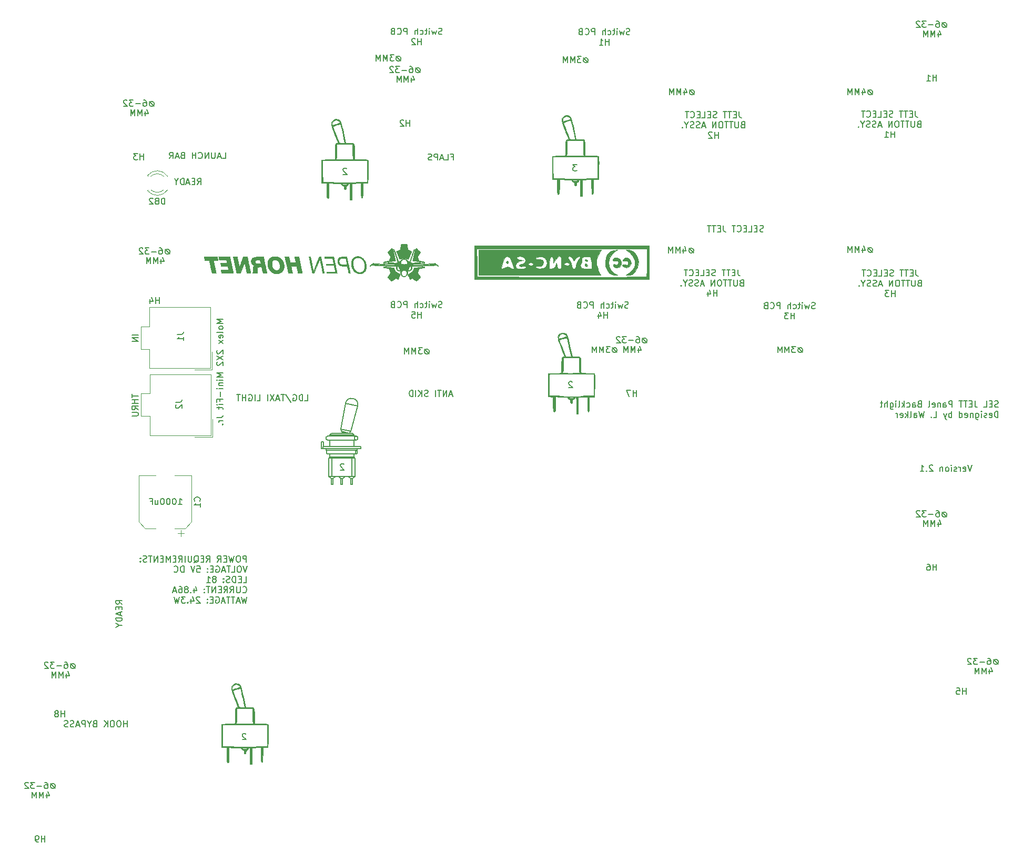
<source format=gbr>
%TF.GenerationSoftware,KiCad,Pcbnew,(5.1.10)-1*%
%TF.CreationDate,2021-11-16T17:36:40+11:00*%
%TF.ProjectId,Select JETT Panel PCB V2,53656c65-6374-4204-9a45-54542050616e,rev?*%
%TF.SameCoordinates,Original*%
%TF.FileFunction,Legend,Bot*%
%TF.FilePolarity,Positive*%
%FSLAX46Y46*%
G04 Gerber Fmt 4.6, Leading zero omitted, Abs format (unit mm)*
G04 Created by KiCad (PCBNEW (5.1.10)-1) date 2021-11-16 17:36:40*
%MOMM*%
%LPD*%
G01*
G04 APERTURE LIST*
%ADD10C,0.150000*%
%ADD11C,0.120000*%
%ADD12C,0.010000*%
%ADD13C,0.200000*%
G04 APERTURE END LIST*
D10*
X157035714Y-90047619D02*
X156988095Y-90000000D01*
X156892857Y-89952380D01*
X156654761Y-89952380D01*
X156559523Y-90000000D01*
X156511904Y-90047619D01*
X156464285Y-90142857D01*
X156464285Y-90238095D01*
X156511904Y-90380952D01*
X157083333Y-90952380D01*
X156464285Y-90952380D01*
X96700000Y-58252380D02*
X97033333Y-57776190D01*
X97271428Y-58252380D02*
X97271428Y-57252380D01*
X96890476Y-57252380D01*
X96795238Y-57300000D01*
X96747619Y-57347619D01*
X96700000Y-57442857D01*
X96700000Y-57585714D01*
X96747619Y-57680952D01*
X96795238Y-57728571D01*
X96890476Y-57776190D01*
X97271428Y-57776190D01*
X96271428Y-57728571D02*
X95938095Y-57728571D01*
X95795238Y-58252380D02*
X96271428Y-58252380D01*
X96271428Y-57252380D01*
X95795238Y-57252380D01*
X95414285Y-57966666D02*
X94938095Y-57966666D01*
X95509523Y-58252380D02*
X95176190Y-57252380D01*
X94842857Y-58252380D01*
X94509523Y-58252380D02*
X94509523Y-57252380D01*
X94271428Y-57252380D01*
X94128571Y-57300000D01*
X94033333Y-57395238D01*
X93985714Y-57490476D01*
X93938095Y-57680952D01*
X93938095Y-57823809D01*
X93985714Y-58014285D01*
X94033333Y-58109523D01*
X94128571Y-58204761D01*
X94271428Y-58252380D01*
X94509523Y-58252380D01*
X93319047Y-57776190D02*
X93319047Y-58252380D01*
X93652380Y-57252380D02*
X93319047Y-57776190D01*
X92985714Y-57252380D01*
X104485714Y-146697619D02*
X104438095Y-146650000D01*
X104342857Y-146602380D01*
X104104761Y-146602380D01*
X104009523Y-146650000D01*
X103961904Y-146697619D01*
X103914285Y-146792857D01*
X103914285Y-146888095D01*
X103961904Y-147030952D01*
X104533333Y-147602380D01*
X103914285Y-147602380D01*
X157762533Y-55027580D02*
X157143485Y-55027580D01*
X157476819Y-55408533D01*
X157333961Y-55408533D01*
X157238723Y-55456152D01*
X157191104Y-55503771D01*
X157143485Y-55599009D01*
X157143485Y-55837104D01*
X157191104Y-55932342D01*
X157238723Y-55979961D01*
X157333961Y-56027580D01*
X157619676Y-56027580D01*
X157714914Y-55979961D01*
X157762533Y-55932342D01*
X225612023Y-94029761D02*
X225469166Y-94077380D01*
X225231071Y-94077380D01*
X225135833Y-94029761D01*
X225088214Y-93982142D01*
X225040595Y-93886904D01*
X225040595Y-93791666D01*
X225088214Y-93696428D01*
X225135833Y-93648809D01*
X225231071Y-93601190D01*
X225421547Y-93553571D01*
X225516785Y-93505952D01*
X225564404Y-93458333D01*
X225612023Y-93363095D01*
X225612023Y-93267857D01*
X225564404Y-93172619D01*
X225516785Y-93125000D01*
X225421547Y-93077380D01*
X225183452Y-93077380D01*
X225040595Y-93125000D01*
X224612023Y-93553571D02*
X224278690Y-93553571D01*
X224135833Y-94077380D02*
X224612023Y-94077380D01*
X224612023Y-93077380D01*
X224135833Y-93077380D01*
X223231071Y-94077380D02*
X223707261Y-94077380D01*
X223707261Y-93077380D01*
X221850119Y-93077380D02*
X221850119Y-93791666D01*
X221897738Y-93934523D01*
X221992976Y-94029761D01*
X222135833Y-94077380D01*
X222231071Y-94077380D01*
X221373928Y-93553571D02*
X221040595Y-93553571D01*
X220897738Y-94077380D02*
X221373928Y-94077380D01*
X221373928Y-93077380D01*
X220897738Y-93077380D01*
X220612023Y-93077380D02*
X220040595Y-93077380D01*
X220326309Y-94077380D02*
X220326309Y-93077380D01*
X219850119Y-93077380D02*
X219278690Y-93077380D01*
X219564404Y-94077380D02*
X219564404Y-93077380D01*
X218183452Y-94077380D02*
X218183452Y-93077380D01*
X217802500Y-93077380D01*
X217707261Y-93125000D01*
X217659642Y-93172619D01*
X217612023Y-93267857D01*
X217612023Y-93410714D01*
X217659642Y-93505952D01*
X217707261Y-93553571D01*
X217802500Y-93601190D01*
X218183452Y-93601190D01*
X216754880Y-94077380D02*
X216754880Y-93553571D01*
X216802500Y-93458333D01*
X216897738Y-93410714D01*
X217088214Y-93410714D01*
X217183452Y-93458333D01*
X216754880Y-94029761D02*
X216850119Y-94077380D01*
X217088214Y-94077380D01*
X217183452Y-94029761D01*
X217231071Y-93934523D01*
X217231071Y-93839285D01*
X217183452Y-93744047D01*
X217088214Y-93696428D01*
X216850119Y-93696428D01*
X216754880Y-93648809D01*
X216278690Y-93410714D02*
X216278690Y-94077380D01*
X216278690Y-93505952D02*
X216231071Y-93458333D01*
X216135833Y-93410714D01*
X215992976Y-93410714D01*
X215897738Y-93458333D01*
X215850119Y-93553571D01*
X215850119Y-94077380D01*
X214992976Y-94029761D02*
X215088214Y-94077380D01*
X215278690Y-94077380D01*
X215373928Y-94029761D01*
X215421547Y-93934523D01*
X215421547Y-93553571D01*
X215373928Y-93458333D01*
X215278690Y-93410714D01*
X215088214Y-93410714D01*
X214992976Y-93458333D01*
X214945357Y-93553571D01*
X214945357Y-93648809D01*
X215421547Y-93744047D01*
X214373928Y-94077380D02*
X214469166Y-94029761D01*
X214516785Y-93934523D01*
X214516785Y-93077380D01*
X212897738Y-93553571D02*
X212754880Y-93601190D01*
X212707261Y-93648809D01*
X212659642Y-93744047D01*
X212659642Y-93886904D01*
X212707261Y-93982142D01*
X212754880Y-94029761D01*
X212850119Y-94077380D01*
X213231071Y-94077380D01*
X213231071Y-93077380D01*
X212897738Y-93077380D01*
X212802500Y-93125000D01*
X212754880Y-93172619D01*
X212707261Y-93267857D01*
X212707261Y-93363095D01*
X212754880Y-93458333D01*
X212802500Y-93505952D01*
X212897738Y-93553571D01*
X213231071Y-93553571D01*
X211802500Y-94077380D02*
X211802500Y-93553571D01*
X211850119Y-93458333D01*
X211945357Y-93410714D01*
X212135833Y-93410714D01*
X212231071Y-93458333D01*
X211802500Y-94029761D02*
X211897738Y-94077380D01*
X212135833Y-94077380D01*
X212231071Y-94029761D01*
X212278690Y-93934523D01*
X212278690Y-93839285D01*
X212231071Y-93744047D01*
X212135833Y-93696428D01*
X211897738Y-93696428D01*
X211802500Y-93648809D01*
X210897738Y-94029761D02*
X210992976Y-94077380D01*
X211183452Y-94077380D01*
X211278690Y-94029761D01*
X211326309Y-93982142D01*
X211373928Y-93886904D01*
X211373928Y-93601190D01*
X211326309Y-93505952D01*
X211278690Y-93458333D01*
X211183452Y-93410714D01*
X210992976Y-93410714D01*
X210897738Y-93458333D01*
X210469166Y-94077380D02*
X210469166Y-93077380D01*
X210373928Y-93696428D02*
X210088214Y-94077380D01*
X210088214Y-93410714D02*
X210469166Y-93791666D01*
X209516785Y-94077380D02*
X209612023Y-94029761D01*
X209659642Y-93934523D01*
X209659642Y-93077380D01*
X209135833Y-94077380D02*
X209135833Y-93410714D01*
X209135833Y-93077380D02*
X209183452Y-93125000D01*
X209135833Y-93172619D01*
X209088214Y-93125000D01*
X209135833Y-93077380D01*
X209135833Y-93172619D01*
X208231071Y-93410714D02*
X208231071Y-94220238D01*
X208278690Y-94315476D01*
X208326309Y-94363095D01*
X208421547Y-94410714D01*
X208564404Y-94410714D01*
X208659642Y-94363095D01*
X208231071Y-94029761D02*
X208326309Y-94077380D01*
X208516785Y-94077380D01*
X208612023Y-94029761D01*
X208659642Y-93982142D01*
X208707261Y-93886904D01*
X208707261Y-93601190D01*
X208659642Y-93505952D01*
X208612023Y-93458333D01*
X208516785Y-93410714D01*
X208326309Y-93410714D01*
X208231071Y-93458333D01*
X207754880Y-94077380D02*
X207754880Y-93077380D01*
X207326309Y-94077380D02*
X207326309Y-93553571D01*
X207373928Y-93458333D01*
X207469166Y-93410714D01*
X207612023Y-93410714D01*
X207707261Y-93458333D01*
X207754880Y-93505952D01*
X206992976Y-93410714D02*
X206612023Y-93410714D01*
X206850119Y-93077380D02*
X206850119Y-93934523D01*
X206802500Y-94029761D01*
X206707261Y-94077380D01*
X206612023Y-94077380D01*
X225564404Y-95727380D02*
X225564404Y-94727380D01*
X225326309Y-94727380D01*
X225183452Y-94775000D01*
X225088214Y-94870238D01*
X225040595Y-94965476D01*
X224992976Y-95155952D01*
X224992976Y-95298809D01*
X225040595Y-95489285D01*
X225088214Y-95584523D01*
X225183452Y-95679761D01*
X225326309Y-95727380D01*
X225564404Y-95727380D01*
X224183452Y-95679761D02*
X224278690Y-95727380D01*
X224469166Y-95727380D01*
X224564404Y-95679761D01*
X224612023Y-95584523D01*
X224612023Y-95203571D01*
X224564404Y-95108333D01*
X224469166Y-95060714D01*
X224278690Y-95060714D01*
X224183452Y-95108333D01*
X224135833Y-95203571D01*
X224135833Y-95298809D01*
X224612023Y-95394047D01*
X223754880Y-95679761D02*
X223659642Y-95727380D01*
X223469166Y-95727380D01*
X223373928Y-95679761D01*
X223326309Y-95584523D01*
X223326309Y-95536904D01*
X223373928Y-95441666D01*
X223469166Y-95394047D01*
X223612023Y-95394047D01*
X223707261Y-95346428D01*
X223754880Y-95251190D01*
X223754880Y-95203571D01*
X223707261Y-95108333D01*
X223612023Y-95060714D01*
X223469166Y-95060714D01*
X223373928Y-95108333D01*
X222897738Y-95727380D02*
X222897738Y-95060714D01*
X222897738Y-94727380D02*
X222945357Y-94775000D01*
X222897738Y-94822619D01*
X222850119Y-94775000D01*
X222897738Y-94727380D01*
X222897738Y-94822619D01*
X221992976Y-95060714D02*
X221992976Y-95870238D01*
X222040595Y-95965476D01*
X222088214Y-96013095D01*
X222183452Y-96060714D01*
X222326309Y-96060714D01*
X222421547Y-96013095D01*
X221992976Y-95679761D02*
X222088214Y-95727380D01*
X222278690Y-95727380D01*
X222373928Y-95679761D01*
X222421547Y-95632142D01*
X222469166Y-95536904D01*
X222469166Y-95251190D01*
X222421547Y-95155952D01*
X222373928Y-95108333D01*
X222278690Y-95060714D01*
X222088214Y-95060714D01*
X221992976Y-95108333D01*
X221516785Y-95060714D02*
X221516785Y-95727380D01*
X221516785Y-95155952D02*
X221469166Y-95108333D01*
X221373928Y-95060714D01*
X221231071Y-95060714D01*
X221135833Y-95108333D01*
X221088214Y-95203571D01*
X221088214Y-95727380D01*
X220231071Y-95679761D02*
X220326309Y-95727380D01*
X220516785Y-95727380D01*
X220612023Y-95679761D01*
X220659642Y-95584523D01*
X220659642Y-95203571D01*
X220612023Y-95108333D01*
X220516785Y-95060714D01*
X220326309Y-95060714D01*
X220231071Y-95108333D01*
X220183452Y-95203571D01*
X220183452Y-95298809D01*
X220659642Y-95394047D01*
X219326309Y-95727380D02*
X219326309Y-94727380D01*
X219326309Y-95679761D02*
X219421547Y-95727380D01*
X219612023Y-95727380D01*
X219707261Y-95679761D01*
X219754880Y-95632142D01*
X219802500Y-95536904D01*
X219802500Y-95251190D01*
X219754880Y-95155952D01*
X219707261Y-95108333D01*
X219612023Y-95060714D01*
X219421547Y-95060714D01*
X219326309Y-95108333D01*
X218088214Y-95727380D02*
X218088214Y-94727380D01*
X218088214Y-95108333D02*
X217992976Y-95060714D01*
X217802500Y-95060714D01*
X217707261Y-95108333D01*
X217659642Y-95155952D01*
X217612023Y-95251190D01*
X217612023Y-95536904D01*
X217659642Y-95632142D01*
X217707261Y-95679761D01*
X217802500Y-95727380D01*
X217992976Y-95727380D01*
X218088214Y-95679761D01*
X217278690Y-95060714D02*
X217040595Y-95727380D01*
X216802500Y-95060714D02*
X217040595Y-95727380D01*
X217135833Y-95965476D01*
X217183452Y-96013095D01*
X217278690Y-96060714D01*
X215183452Y-95727380D02*
X215659642Y-95727380D01*
X215659642Y-94727380D01*
X214850119Y-95632142D02*
X214802500Y-95679761D01*
X214850119Y-95727380D01*
X214897738Y-95679761D01*
X214850119Y-95632142D01*
X214850119Y-95727380D01*
X213707261Y-94727380D02*
X213469166Y-95727380D01*
X213278690Y-95013095D01*
X213088214Y-95727380D01*
X212850119Y-94727380D01*
X212040595Y-95727380D02*
X212040595Y-95203571D01*
X212088214Y-95108333D01*
X212183452Y-95060714D01*
X212373928Y-95060714D01*
X212469166Y-95108333D01*
X212040595Y-95679761D02*
X212135833Y-95727380D01*
X212373928Y-95727380D01*
X212469166Y-95679761D01*
X212516785Y-95584523D01*
X212516785Y-95489285D01*
X212469166Y-95394047D01*
X212373928Y-95346428D01*
X212135833Y-95346428D01*
X212040595Y-95298809D01*
X211421547Y-95727380D02*
X211516785Y-95679761D01*
X211564404Y-95584523D01*
X211564404Y-94727380D01*
X211040595Y-95727380D02*
X211040595Y-94727380D01*
X210945357Y-95346428D02*
X210659642Y-95727380D01*
X210659642Y-95060714D02*
X211040595Y-95441666D01*
X209850119Y-95679761D02*
X209945357Y-95727380D01*
X210135833Y-95727380D01*
X210231071Y-95679761D01*
X210278690Y-95584523D01*
X210278690Y-95203571D01*
X210231071Y-95108333D01*
X210135833Y-95060714D01*
X209945357Y-95060714D01*
X209850119Y-95108333D01*
X209802500Y-95203571D01*
X209802500Y-95298809D01*
X210278690Y-95394047D01*
X209373928Y-95727380D02*
X209373928Y-95060714D01*
X209373928Y-95251190D02*
X209326309Y-95155952D01*
X209278690Y-95108333D01*
X209183452Y-95060714D01*
X209088214Y-95060714D01*
X120707114Y-55707019D02*
X120659495Y-55659400D01*
X120564257Y-55611780D01*
X120326161Y-55611780D01*
X120230923Y-55659400D01*
X120183304Y-55707019D01*
X120135685Y-55802257D01*
X120135685Y-55897495D01*
X120183304Y-56040352D01*
X120754733Y-56611780D01*
X120135685Y-56611780D01*
X104564404Y-119002380D02*
X104564404Y-118002380D01*
X104183452Y-118002380D01*
X104088214Y-118050000D01*
X104040595Y-118097619D01*
X103992976Y-118192857D01*
X103992976Y-118335714D01*
X104040595Y-118430952D01*
X104088214Y-118478571D01*
X104183452Y-118526190D01*
X104564404Y-118526190D01*
X103373928Y-118002380D02*
X103183452Y-118002380D01*
X103088214Y-118050000D01*
X102992976Y-118145238D01*
X102945357Y-118335714D01*
X102945357Y-118669047D01*
X102992976Y-118859523D01*
X103088214Y-118954761D01*
X103183452Y-119002380D01*
X103373928Y-119002380D01*
X103469166Y-118954761D01*
X103564404Y-118859523D01*
X103612023Y-118669047D01*
X103612023Y-118335714D01*
X103564404Y-118145238D01*
X103469166Y-118050000D01*
X103373928Y-118002380D01*
X102612023Y-118002380D02*
X102373928Y-119002380D01*
X102183452Y-118288095D01*
X101992976Y-119002380D01*
X101754880Y-118002380D01*
X101373928Y-118478571D02*
X101040595Y-118478571D01*
X100897738Y-119002380D02*
X101373928Y-119002380D01*
X101373928Y-118002380D01*
X100897738Y-118002380D01*
X99897738Y-119002380D02*
X100231071Y-118526190D01*
X100469166Y-119002380D02*
X100469166Y-118002380D01*
X100088214Y-118002380D01*
X99992976Y-118050000D01*
X99945357Y-118097619D01*
X99897738Y-118192857D01*
X99897738Y-118335714D01*
X99945357Y-118430952D01*
X99992976Y-118478571D01*
X100088214Y-118526190D01*
X100469166Y-118526190D01*
X98135833Y-119002380D02*
X98469166Y-118526190D01*
X98707261Y-119002380D02*
X98707261Y-118002380D01*
X98326309Y-118002380D01*
X98231071Y-118050000D01*
X98183452Y-118097619D01*
X98135833Y-118192857D01*
X98135833Y-118335714D01*
X98183452Y-118430952D01*
X98231071Y-118478571D01*
X98326309Y-118526190D01*
X98707261Y-118526190D01*
X97707261Y-118478571D02*
X97373928Y-118478571D01*
X97231071Y-119002380D02*
X97707261Y-119002380D01*
X97707261Y-118002380D01*
X97231071Y-118002380D01*
X96135833Y-119097619D02*
X96231071Y-119050000D01*
X96326309Y-118954761D01*
X96469166Y-118811904D01*
X96564404Y-118764285D01*
X96659642Y-118764285D01*
X96612023Y-119002380D02*
X96707261Y-118954761D01*
X96802500Y-118859523D01*
X96850119Y-118669047D01*
X96850119Y-118335714D01*
X96802500Y-118145238D01*
X96707261Y-118050000D01*
X96612023Y-118002380D01*
X96421547Y-118002380D01*
X96326309Y-118050000D01*
X96231071Y-118145238D01*
X96183452Y-118335714D01*
X96183452Y-118669047D01*
X96231071Y-118859523D01*
X96326309Y-118954761D01*
X96421547Y-119002380D01*
X96612023Y-119002380D01*
X95754880Y-118002380D02*
X95754880Y-118811904D01*
X95707261Y-118907142D01*
X95659642Y-118954761D01*
X95564404Y-119002380D01*
X95373928Y-119002380D01*
X95278690Y-118954761D01*
X95231071Y-118907142D01*
X95183452Y-118811904D01*
X95183452Y-118002380D01*
X94707261Y-119002380D02*
X94707261Y-118002380D01*
X93659642Y-119002380D02*
X93992976Y-118526190D01*
X94231071Y-119002380D02*
X94231071Y-118002380D01*
X93850119Y-118002380D01*
X93754880Y-118050000D01*
X93707261Y-118097619D01*
X93659642Y-118192857D01*
X93659642Y-118335714D01*
X93707261Y-118430952D01*
X93754880Y-118478571D01*
X93850119Y-118526190D01*
X94231071Y-118526190D01*
X93231071Y-118478571D02*
X92897738Y-118478571D01*
X92754880Y-119002380D02*
X93231071Y-119002380D01*
X93231071Y-118002380D01*
X92754880Y-118002380D01*
X92326309Y-119002380D02*
X92326309Y-118002380D01*
X91992976Y-118716666D01*
X91659642Y-118002380D01*
X91659642Y-119002380D01*
X91183452Y-118478571D02*
X90850119Y-118478571D01*
X90707261Y-119002380D02*
X91183452Y-119002380D01*
X91183452Y-118002380D01*
X90707261Y-118002380D01*
X90278690Y-119002380D02*
X90278690Y-118002380D01*
X89707261Y-119002380D01*
X89707261Y-118002380D01*
X89373928Y-118002380D02*
X88802500Y-118002380D01*
X89088214Y-119002380D02*
X89088214Y-118002380D01*
X88516785Y-118954761D02*
X88373928Y-119002380D01*
X88135833Y-119002380D01*
X88040595Y-118954761D01*
X87992976Y-118907142D01*
X87945357Y-118811904D01*
X87945357Y-118716666D01*
X87992976Y-118621428D01*
X88040595Y-118573809D01*
X88135833Y-118526190D01*
X88326309Y-118478571D01*
X88421547Y-118430952D01*
X88469166Y-118383333D01*
X88516785Y-118288095D01*
X88516785Y-118192857D01*
X88469166Y-118097619D01*
X88421547Y-118050000D01*
X88326309Y-118002380D01*
X88088214Y-118002380D01*
X87945357Y-118050000D01*
X87516785Y-118907142D02*
X87469166Y-118954761D01*
X87516785Y-119002380D01*
X87564404Y-118954761D01*
X87516785Y-118907142D01*
X87516785Y-119002380D01*
X87516785Y-118383333D02*
X87469166Y-118430952D01*
X87516785Y-118478571D01*
X87564404Y-118430952D01*
X87516785Y-118383333D01*
X87516785Y-118478571D01*
X104707261Y-119652380D02*
X104373928Y-120652380D01*
X104040595Y-119652380D01*
X103516785Y-119652380D02*
X103326309Y-119652380D01*
X103231071Y-119700000D01*
X103135833Y-119795238D01*
X103088214Y-119985714D01*
X103088214Y-120319047D01*
X103135833Y-120509523D01*
X103231071Y-120604761D01*
X103326309Y-120652380D01*
X103516785Y-120652380D01*
X103612023Y-120604761D01*
X103707261Y-120509523D01*
X103754880Y-120319047D01*
X103754880Y-119985714D01*
X103707261Y-119795238D01*
X103612023Y-119700000D01*
X103516785Y-119652380D01*
X102183452Y-120652380D02*
X102659642Y-120652380D01*
X102659642Y-119652380D01*
X101992976Y-119652380D02*
X101421547Y-119652380D01*
X101707261Y-120652380D02*
X101707261Y-119652380D01*
X101135833Y-120366666D02*
X100659642Y-120366666D01*
X101231071Y-120652380D02*
X100897738Y-119652380D01*
X100564404Y-120652380D01*
X99707261Y-119700000D02*
X99802500Y-119652380D01*
X99945357Y-119652380D01*
X100088214Y-119700000D01*
X100183452Y-119795238D01*
X100231071Y-119890476D01*
X100278690Y-120080952D01*
X100278690Y-120223809D01*
X100231071Y-120414285D01*
X100183452Y-120509523D01*
X100088214Y-120604761D01*
X99945357Y-120652380D01*
X99850119Y-120652380D01*
X99707261Y-120604761D01*
X99659642Y-120557142D01*
X99659642Y-120223809D01*
X99850119Y-120223809D01*
X99231071Y-120128571D02*
X98897738Y-120128571D01*
X98754880Y-120652380D02*
X99231071Y-120652380D01*
X99231071Y-119652380D01*
X98754880Y-119652380D01*
X98326309Y-120557142D02*
X98278690Y-120604761D01*
X98326309Y-120652380D01*
X98373928Y-120604761D01*
X98326309Y-120557142D01*
X98326309Y-120652380D01*
X98326309Y-120033333D02*
X98278690Y-120080952D01*
X98326309Y-120128571D01*
X98373928Y-120080952D01*
X98326309Y-120033333D01*
X98326309Y-120128571D01*
X96612023Y-119652380D02*
X97088214Y-119652380D01*
X97135833Y-120128571D01*
X97088214Y-120080952D01*
X96992976Y-120033333D01*
X96754880Y-120033333D01*
X96659642Y-120080952D01*
X96612023Y-120128571D01*
X96564404Y-120223809D01*
X96564404Y-120461904D01*
X96612023Y-120557142D01*
X96659642Y-120604761D01*
X96754880Y-120652380D01*
X96992976Y-120652380D01*
X97088214Y-120604761D01*
X97135833Y-120557142D01*
X96278690Y-119652380D02*
X95945357Y-120652380D01*
X95612023Y-119652380D01*
X94516785Y-120652380D02*
X94516785Y-119652380D01*
X94278690Y-119652380D01*
X94135833Y-119700000D01*
X94040595Y-119795238D01*
X93992976Y-119890476D01*
X93945357Y-120080952D01*
X93945357Y-120223809D01*
X93992976Y-120414285D01*
X94040595Y-120509523D01*
X94135833Y-120604761D01*
X94278690Y-120652380D01*
X94516785Y-120652380D01*
X92945357Y-120557142D02*
X92992976Y-120604761D01*
X93135833Y-120652380D01*
X93231071Y-120652380D01*
X93373928Y-120604761D01*
X93469166Y-120509523D01*
X93516785Y-120414285D01*
X93564404Y-120223809D01*
X93564404Y-120080952D01*
X93516785Y-119890476D01*
X93469166Y-119795238D01*
X93373928Y-119700000D01*
X93231071Y-119652380D01*
X93135833Y-119652380D01*
X92992976Y-119700000D01*
X92945357Y-119747619D01*
X104088214Y-122302380D02*
X104564404Y-122302380D01*
X104564404Y-121302380D01*
X103754880Y-121778571D02*
X103421547Y-121778571D01*
X103278690Y-122302380D02*
X103754880Y-122302380D01*
X103754880Y-121302380D01*
X103278690Y-121302380D01*
X102850119Y-122302380D02*
X102850119Y-121302380D01*
X102612023Y-121302380D01*
X102469166Y-121350000D01*
X102373928Y-121445238D01*
X102326309Y-121540476D01*
X102278690Y-121730952D01*
X102278690Y-121873809D01*
X102326309Y-122064285D01*
X102373928Y-122159523D01*
X102469166Y-122254761D01*
X102612023Y-122302380D01*
X102850119Y-122302380D01*
X101897738Y-122254761D02*
X101754880Y-122302380D01*
X101516785Y-122302380D01*
X101421547Y-122254761D01*
X101373928Y-122207142D01*
X101326309Y-122111904D01*
X101326309Y-122016666D01*
X101373928Y-121921428D01*
X101421547Y-121873809D01*
X101516785Y-121826190D01*
X101707261Y-121778571D01*
X101802500Y-121730952D01*
X101850119Y-121683333D01*
X101897738Y-121588095D01*
X101897738Y-121492857D01*
X101850119Y-121397619D01*
X101802500Y-121350000D01*
X101707261Y-121302380D01*
X101469166Y-121302380D01*
X101326309Y-121350000D01*
X100897738Y-122207142D02*
X100850119Y-122254761D01*
X100897738Y-122302380D01*
X100945357Y-122254761D01*
X100897738Y-122207142D01*
X100897738Y-122302380D01*
X100897738Y-121683333D02*
X100850119Y-121730952D01*
X100897738Y-121778571D01*
X100945357Y-121730952D01*
X100897738Y-121683333D01*
X100897738Y-121778571D01*
X99516785Y-121730952D02*
X99612023Y-121683333D01*
X99659642Y-121635714D01*
X99707261Y-121540476D01*
X99707261Y-121492857D01*
X99659642Y-121397619D01*
X99612023Y-121350000D01*
X99516785Y-121302380D01*
X99326309Y-121302380D01*
X99231071Y-121350000D01*
X99183452Y-121397619D01*
X99135833Y-121492857D01*
X99135833Y-121540476D01*
X99183452Y-121635714D01*
X99231071Y-121683333D01*
X99326309Y-121730952D01*
X99516785Y-121730952D01*
X99612023Y-121778571D01*
X99659642Y-121826190D01*
X99707261Y-121921428D01*
X99707261Y-122111904D01*
X99659642Y-122207142D01*
X99612023Y-122254761D01*
X99516785Y-122302380D01*
X99326309Y-122302380D01*
X99231071Y-122254761D01*
X99183452Y-122207142D01*
X99135833Y-122111904D01*
X99135833Y-121921428D01*
X99183452Y-121826190D01*
X99231071Y-121778571D01*
X99326309Y-121730952D01*
X98183452Y-122302380D02*
X98754880Y-122302380D01*
X98469166Y-122302380D02*
X98469166Y-121302380D01*
X98564404Y-121445238D01*
X98659642Y-121540476D01*
X98754880Y-121588095D01*
X103992976Y-123857142D02*
X104040595Y-123904761D01*
X104183452Y-123952380D01*
X104278690Y-123952380D01*
X104421547Y-123904761D01*
X104516785Y-123809523D01*
X104564404Y-123714285D01*
X104612023Y-123523809D01*
X104612023Y-123380952D01*
X104564404Y-123190476D01*
X104516785Y-123095238D01*
X104421547Y-123000000D01*
X104278690Y-122952380D01*
X104183452Y-122952380D01*
X104040595Y-123000000D01*
X103992976Y-123047619D01*
X103564404Y-122952380D02*
X103564404Y-123761904D01*
X103516785Y-123857142D01*
X103469166Y-123904761D01*
X103373928Y-123952380D01*
X103183452Y-123952380D01*
X103088214Y-123904761D01*
X103040595Y-123857142D01*
X102992976Y-123761904D01*
X102992976Y-122952380D01*
X101945357Y-123952380D02*
X102278690Y-123476190D01*
X102516785Y-123952380D02*
X102516785Y-122952380D01*
X102135833Y-122952380D01*
X102040595Y-123000000D01*
X101992976Y-123047619D01*
X101945357Y-123142857D01*
X101945357Y-123285714D01*
X101992976Y-123380952D01*
X102040595Y-123428571D01*
X102135833Y-123476190D01*
X102516785Y-123476190D01*
X100945357Y-123952380D02*
X101278690Y-123476190D01*
X101516785Y-123952380D02*
X101516785Y-122952380D01*
X101135833Y-122952380D01*
X101040595Y-123000000D01*
X100992976Y-123047619D01*
X100945357Y-123142857D01*
X100945357Y-123285714D01*
X100992976Y-123380952D01*
X101040595Y-123428571D01*
X101135833Y-123476190D01*
X101516785Y-123476190D01*
X100516785Y-123428571D02*
X100183452Y-123428571D01*
X100040595Y-123952380D02*
X100516785Y-123952380D01*
X100516785Y-122952380D01*
X100040595Y-122952380D01*
X99612023Y-123952380D02*
X99612023Y-122952380D01*
X99040595Y-123952380D01*
X99040595Y-122952380D01*
X98707261Y-122952380D02*
X98135833Y-122952380D01*
X98421547Y-123952380D02*
X98421547Y-122952380D01*
X97802500Y-123857142D02*
X97754880Y-123904761D01*
X97802500Y-123952380D01*
X97850119Y-123904761D01*
X97802500Y-123857142D01*
X97802500Y-123952380D01*
X97802500Y-123333333D02*
X97754880Y-123380952D01*
X97802500Y-123428571D01*
X97850119Y-123380952D01*
X97802500Y-123333333D01*
X97802500Y-123428571D01*
X96135833Y-123285714D02*
X96135833Y-123952380D01*
X96373928Y-122904761D02*
X96612023Y-123619047D01*
X95992976Y-123619047D01*
X95612023Y-123857142D02*
X95564404Y-123904761D01*
X95612023Y-123952380D01*
X95659642Y-123904761D01*
X95612023Y-123857142D01*
X95612023Y-123952380D01*
X94992976Y-123380952D02*
X95088214Y-123333333D01*
X95135833Y-123285714D01*
X95183452Y-123190476D01*
X95183452Y-123142857D01*
X95135833Y-123047619D01*
X95088214Y-123000000D01*
X94992976Y-122952380D01*
X94802500Y-122952380D01*
X94707261Y-123000000D01*
X94659642Y-123047619D01*
X94612023Y-123142857D01*
X94612023Y-123190476D01*
X94659642Y-123285714D01*
X94707261Y-123333333D01*
X94802500Y-123380952D01*
X94992976Y-123380952D01*
X95088214Y-123428571D01*
X95135833Y-123476190D01*
X95183452Y-123571428D01*
X95183452Y-123761904D01*
X95135833Y-123857142D01*
X95088214Y-123904761D01*
X94992976Y-123952380D01*
X94802500Y-123952380D01*
X94707261Y-123904761D01*
X94659642Y-123857142D01*
X94612023Y-123761904D01*
X94612023Y-123571428D01*
X94659642Y-123476190D01*
X94707261Y-123428571D01*
X94802500Y-123380952D01*
X93754880Y-122952380D02*
X93945357Y-122952380D01*
X94040595Y-123000000D01*
X94088214Y-123047619D01*
X94183452Y-123190476D01*
X94231071Y-123380952D01*
X94231071Y-123761904D01*
X94183452Y-123857142D01*
X94135833Y-123904761D01*
X94040595Y-123952380D01*
X93850119Y-123952380D01*
X93754880Y-123904761D01*
X93707261Y-123857142D01*
X93659642Y-123761904D01*
X93659642Y-123523809D01*
X93707261Y-123428571D01*
X93754880Y-123380952D01*
X93850119Y-123333333D01*
X94040595Y-123333333D01*
X94135833Y-123380952D01*
X94183452Y-123428571D01*
X94231071Y-123523809D01*
X93278690Y-123666666D02*
X92802500Y-123666666D01*
X93373928Y-123952380D02*
X93040595Y-122952380D01*
X92707261Y-123952380D01*
X104659642Y-124602380D02*
X104421547Y-125602380D01*
X104231071Y-124888095D01*
X104040595Y-125602380D01*
X103802500Y-124602380D01*
X103469166Y-125316666D02*
X102992976Y-125316666D01*
X103564404Y-125602380D02*
X103231071Y-124602380D01*
X102897738Y-125602380D01*
X102707261Y-124602380D02*
X102135833Y-124602380D01*
X102421547Y-125602380D02*
X102421547Y-124602380D01*
X101945357Y-124602380D02*
X101373928Y-124602380D01*
X101659642Y-125602380D02*
X101659642Y-124602380D01*
X101088214Y-125316666D02*
X100612023Y-125316666D01*
X101183452Y-125602380D02*
X100850119Y-124602380D01*
X100516785Y-125602380D01*
X99659642Y-124650000D02*
X99754880Y-124602380D01*
X99897738Y-124602380D01*
X100040595Y-124650000D01*
X100135833Y-124745238D01*
X100183452Y-124840476D01*
X100231071Y-125030952D01*
X100231071Y-125173809D01*
X100183452Y-125364285D01*
X100135833Y-125459523D01*
X100040595Y-125554761D01*
X99897738Y-125602380D01*
X99802500Y-125602380D01*
X99659642Y-125554761D01*
X99612023Y-125507142D01*
X99612023Y-125173809D01*
X99802500Y-125173809D01*
X99183452Y-125078571D02*
X98850119Y-125078571D01*
X98707261Y-125602380D02*
X99183452Y-125602380D01*
X99183452Y-124602380D01*
X98707261Y-124602380D01*
X98278690Y-125507142D02*
X98231071Y-125554761D01*
X98278690Y-125602380D01*
X98326309Y-125554761D01*
X98278690Y-125507142D01*
X98278690Y-125602380D01*
X98278690Y-124983333D02*
X98231071Y-125030952D01*
X98278690Y-125078571D01*
X98326309Y-125030952D01*
X98278690Y-124983333D01*
X98278690Y-125078571D01*
X97088214Y-124697619D02*
X97040595Y-124650000D01*
X96945357Y-124602380D01*
X96707261Y-124602380D01*
X96612023Y-124650000D01*
X96564404Y-124697619D01*
X96516785Y-124792857D01*
X96516785Y-124888095D01*
X96564404Y-125030952D01*
X97135833Y-125602380D01*
X96516785Y-125602380D01*
X95659642Y-124935714D02*
X95659642Y-125602380D01*
X95897738Y-124554761D02*
X96135833Y-125269047D01*
X95516785Y-125269047D01*
X95135833Y-125507142D02*
X95088214Y-125554761D01*
X95135833Y-125602380D01*
X95183452Y-125554761D01*
X95135833Y-125507142D01*
X95135833Y-125602380D01*
X94754880Y-124602380D02*
X94135833Y-124602380D01*
X94469166Y-124983333D01*
X94326309Y-124983333D01*
X94231071Y-125030952D01*
X94183452Y-125078571D01*
X94135833Y-125173809D01*
X94135833Y-125411904D01*
X94183452Y-125507142D01*
X94231071Y-125554761D01*
X94326309Y-125602380D01*
X94612023Y-125602380D01*
X94707261Y-125554761D01*
X94754880Y-125507142D01*
X93802500Y-124602380D02*
X93564404Y-125602380D01*
X93373928Y-124888095D01*
X93183452Y-125602380D01*
X92945357Y-124602380D01*
X84577180Y-125779400D02*
X84100990Y-125446066D01*
X84577180Y-125207971D02*
X83577180Y-125207971D01*
X83577180Y-125588923D01*
X83624800Y-125684161D01*
X83672419Y-125731780D01*
X83767657Y-125779400D01*
X83910514Y-125779400D01*
X84005752Y-125731780D01*
X84053371Y-125684161D01*
X84100990Y-125588923D01*
X84100990Y-125207971D01*
X84053371Y-126207971D02*
X84053371Y-126541304D01*
X84577180Y-126684161D02*
X84577180Y-126207971D01*
X83577180Y-126207971D01*
X83577180Y-126684161D01*
X84291466Y-127065114D02*
X84291466Y-127541304D01*
X84577180Y-126969876D02*
X83577180Y-127303209D01*
X84577180Y-127636542D01*
X84577180Y-127969876D02*
X83577180Y-127969876D01*
X83577180Y-128207971D01*
X83624800Y-128350828D01*
X83720038Y-128446066D01*
X83815276Y-128493685D01*
X84005752Y-128541304D01*
X84148609Y-128541304D01*
X84339085Y-128493685D01*
X84434323Y-128446066D01*
X84529561Y-128350828D01*
X84577180Y-128207971D01*
X84577180Y-127969876D01*
X84100990Y-129160352D02*
X84577180Y-129160352D01*
X83577180Y-128827019D02*
X84100990Y-129160352D01*
X83577180Y-129493685D01*
X159321285Y-37866676D02*
X159130809Y-37866676D01*
X158940333Y-37961914D01*
X158845095Y-38152390D01*
X158845095Y-38342866D01*
X158940333Y-38533342D01*
X159130809Y-38628580D01*
X159321285Y-38628580D01*
X159511761Y-38533342D01*
X159607000Y-38342866D01*
X159607000Y-38152390D01*
X159511761Y-37961914D01*
X159321285Y-37866676D01*
X158845095Y-37866676D02*
X159607000Y-38628580D01*
X158464142Y-37628580D02*
X157845095Y-37628580D01*
X158178428Y-38009533D01*
X158035571Y-38009533D01*
X157940333Y-38057152D01*
X157892714Y-38104771D01*
X157845095Y-38200009D01*
X157845095Y-38438104D01*
X157892714Y-38533342D01*
X157940333Y-38580961D01*
X158035571Y-38628580D01*
X158321285Y-38628580D01*
X158416523Y-38580961D01*
X158464142Y-38533342D01*
X157416523Y-38628580D02*
X157416523Y-37628580D01*
X157083190Y-38342866D01*
X156749857Y-37628580D01*
X156749857Y-38628580D01*
X156273666Y-38628580D02*
X156273666Y-37628580D01*
X155940333Y-38342866D01*
X155607000Y-37628580D01*
X155607000Y-38628580D01*
X129171485Y-37587276D02*
X128981009Y-37587276D01*
X128790533Y-37682514D01*
X128695295Y-37872990D01*
X128695295Y-38063466D01*
X128790533Y-38253942D01*
X128981009Y-38349180D01*
X129171485Y-38349180D01*
X129361961Y-38253942D01*
X129457200Y-38063466D01*
X129457200Y-37872990D01*
X129361961Y-37682514D01*
X129171485Y-37587276D01*
X128695295Y-37587276D02*
X129457200Y-38349180D01*
X128314342Y-37349180D02*
X127695295Y-37349180D01*
X128028628Y-37730133D01*
X127885771Y-37730133D01*
X127790533Y-37777752D01*
X127742914Y-37825371D01*
X127695295Y-37920609D01*
X127695295Y-38158704D01*
X127742914Y-38253942D01*
X127790533Y-38301561D01*
X127885771Y-38349180D01*
X128171485Y-38349180D01*
X128266723Y-38301561D01*
X128314342Y-38253942D01*
X127266723Y-38349180D02*
X127266723Y-37349180D01*
X126933390Y-38063466D01*
X126600057Y-37349180D01*
X126600057Y-38349180D01*
X126123866Y-38349180D02*
X126123866Y-37349180D01*
X125790533Y-38063466D01*
X125457200Y-37349180D01*
X125457200Y-38349180D01*
X193839885Y-84526476D02*
X193649409Y-84526476D01*
X193458933Y-84621714D01*
X193363695Y-84812190D01*
X193363695Y-85002666D01*
X193458933Y-85193142D01*
X193649409Y-85288380D01*
X193839885Y-85288380D01*
X194030361Y-85193142D01*
X194125600Y-85002666D01*
X194125600Y-84812190D01*
X194030361Y-84621714D01*
X193839885Y-84526476D01*
X193363695Y-84526476D02*
X194125600Y-85288380D01*
X192982742Y-84288380D02*
X192363695Y-84288380D01*
X192697028Y-84669333D01*
X192554171Y-84669333D01*
X192458933Y-84716952D01*
X192411314Y-84764571D01*
X192363695Y-84859809D01*
X192363695Y-85097904D01*
X192411314Y-85193142D01*
X192458933Y-85240761D01*
X192554171Y-85288380D01*
X192839885Y-85288380D01*
X192935123Y-85240761D01*
X192982742Y-85193142D01*
X191935123Y-85288380D02*
X191935123Y-84288380D01*
X191601790Y-85002666D01*
X191268457Y-84288380D01*
X191268457Y-85288380D01*
X190792266Y-85288380D02*
X190792266Y-84288380D01*
X190458933Y-85002666D01*
X190125600Y-84288380D01*
X190125600Y-85288380D01*
X163969485Y-84526476D02*
X163779009Y-84526476D01*
X163588533Y-84621714D01*
X163493295Y-84812190D01*
X163493295Y-85002666D01*
X163588533Y-85193142D01*
X163779009Y-85288380D01*
X163969485Y-85288380D01*
X164159961Y-85193142D01*
X164255200Y-85002666D01*
X164255200Y-84812190D01*
X164159961Y-84621714D01*
X163969485Y-84526476D01*
X163493295Y-84526476D02*
X164255200Y-85288380D01*
X163112342Y-84288380D02*
X162493295Y-84288380D01*
X162826628Y-84669333D01*
X162683771Y-84669333D01*
X162588533Y-84716952D01*
X162540914Y-84764571D01*
X162493295Y-84859809D01*
X162493295Y-85097904D01*
X162540914Y-85193142D01*
X162588533Y-85240761D01*
X162683771Y-85288380D01*
X162969485Y-85288380D01*
X163064723Y-85240761D01*
X163112342Y-85193142D01*
X162064723Y-85288380D02*
X162064723Y-84288380D01*
X161731390Y-85002666D01*
X161398057Y-84288380D01*
X161398057Y-85288380D01*
X160921866Y-85288380D02*
X160921866Y-84288380D01*
X160588533Y-85002666D01*
X160255200Y-84288380D01*
X160255200Y-85288380D01*
X133743485Y-84729676D02*
X133553009Y-84729676D01*
X133362533Y-84824914D01*
X133267295Y-85015390D01*
X133267295Y-85205866D01*
X133362533Y-85396342D01*
X133553009Y-85491580D01*
X133743485Y-85491580D01*
X133933961Y-85396342D01*
X134029200Y-85205866D01*
X134029200Y-85015390D01*
X133933961Y-84824914D01*
X133743485Y-84729676D01*
X133267295Y-84729676D02*
X134029200Y-85491580D01*
X132886342Y-84491580D02*
X132267295Y-84491580D01*
X132600628Y-84872533D01*
X132457771Y-84872533D01*
X132362533Y-84920152D01*
X132314914Y-84967771D01*
X132267295Y-85063009D01*
X132267295Y-85301104D01*
X132314914Y-85396342D01*
X132362533Y-85443961D01*
X132457771Y-85491580D01*
X132743485Y-85491580D01*
X132838723Y-85443961D01*
X132886342Y-85396342D01*
X131838723Y-85491580D02*
X131838723Y-84491580D01*
X131505390Y-85205866D01*
X131172057Y-84491580D01*
X131172057Y-85491580D01*
X130695866Y-85491580D02*
X130695866Y-84491580D01*
X130362533Y-85205866D01*
X130029200Y-84491580D01*
X130029200Y-85491580D01*
X136073638Y-78014961D02*
X135930780Y-78062580D01*
X135692685Y-78062580D01*
X135597447Y-78014961D01*
X135549828Y-77967342D01*
X135502209Y-77872104D01*
X135502209Y-77776866D01*
X135549828Y-77681628D01*
X135597447Y-77634009D01*
X135692685Y-77586390D01*
X135883161Y-77538771D01*
X135978400Y-77491152D01*
X136026019Y-77443533D01*
X136073638Y-77348295D01*
X136073638Y-77253057D01*
X136026019Y-77157819D01*
X135978400Y-77110200D01*
X135883161Y-77062580D01*
X135645066Y-77062580D01*
X135502209Y-77110200D01*
X135168876Y-77395914D02*
X134978400Y-78062580D01*
X134787923Y-77586390D01*
X134597447Y-78062580D01*
X134406971Y-77395914D01*
X134026019Y-78062580D02*
X134026019Y-77395914D01*
X134026019Y-77062580D02*
X134073638Y-77110200D01*
X134026019Y-77157819D01*
X133978400Y-77110200D01*
X134026019Y-77062580D01*
X134026019Y-77157819D01*
X133692685Y-77395914D02*
X133311733Y-77395914D01*
X133549828Y-77062580D02*
X133549828Y-77919723D01*
X133502209Y-78014961D01*
X133406971Y-78062580D01*
X133311733Y-78062580D01*
X132549828Y-78014961D02*
X132645066Y-78062580D01*
X132835542Y-78062580D01*
X132930780Y-78014961D01*
X132978400Y-77967342D01*
X133026019Y-77872104D01*
X133026019Y-77586390D01*
X132978400Y-77491152D01*
X132930780Y-77443533D01*
X132835542Y-77395914D01*
X132645066Y-77395914D01*
X132549828Y-77443533D01*
X132121257Y-78062580D02*
X132121257Y-77062580D01*
X131692685Y-78062580D02*
X131692685Y-77538771D01*
X131740304Y-77443533D01*
X131835542Y-77395914D01*
X131978400Y-77395914D01*
X132073638Y-77443533D01*
X132121257Y-77491152D01*
X130454590Y-78062580D02*
X130454590Y-77062580D01*
X130073638Y-77062580D01*
X129978400Y-77110200D01*
X129930780Y-77157819D01*
X129883161Y-77253057D01*
X129883161Y-77395914D01*
X129930780Y-77491152D01*
X129978400Y-77538771D01*
X130073638Y-77586390D01*
X130454590Y-77586390D01*
X128883161Y-77967342D02*
X128930780Y-78014961D01*
X129073638Y-78062580D01*
X129168876Y-78062580D01*
X129311733Y-78014961D01*
X129406971Y-77919723D01*
X129454590Y-77824485D01*
X129502209Y-77634009D01*
X129502209Y-77491152D01*
X129454590Y-77300676D01*
X129406971Y-77205438D01*
X129311733Y-77110200D01*
X129168876Y-77062580D01*
X129073638Y-77062580D01*
X128930780Y-77110200D01*
X128883161Y-77157819D01*
X128121257Y-77538771D02*
X127978400Y-77586390D01*
X127930780Y-77634009D01*
X127883161Y-77729247D01*
X127883161Y-77872104D01*
X127930780Y-77967342D01*
X127978400Y-78014961D01*
X128073638Y-78062580D01*
X128454590Y-78062580D01*
X128454590Y-77062580D01*
X128121257Y-77062580D01*
X128026019Y-77110200D01*
X127978400Y-77157819D01*
X127930780Y-77253057D01*
X127930780Y-77348295D01*
X127978400Y-77443533D01*
X128026019Y-77491152D01*
X128121257Y-77538771D01*
X128454590Y-77538771D01*
X132740304Y-79712580D02*
X132740304Y-78712580D01*
X132740304Y-79188771D02*
X132168876Y-79188771D01*
X132168876Y-79712580D02*
X132168876Y-78712580D01*
X131216495Y-78712580D02*
X131692685Y-78712580D01*
X131740304Y-79188771D01*
X131692685Y-79141152D01*
X131597447Y-79093533D01*
X131359352Y-79093533D01*
X131264114Y-79141152D01*
X131216495Y-79188771D01*
X131168876Y-79284009D01*
X131168876Y-79522104D01*
X131216495Y-79617342D01*
X131264114Y-79664961D01*
X131359352Y-79712580D01*
X131597447Y-79712580D01*
X131692685Y-79664961D01*
X131740304Y-79617342D01*
X166045638Y-78065761D02*
X165902780Y-78113380D01*
X165664685Y-78113380D01*
X165569447Y-78065761D01*
X165521828Y-78018142D01*
X165474209Y-77922904D01*
X165474209Y-77827666D01*
X165521828Y-77732428D01*
X165569447Y-77684809D01*
X165664685Y-77637190D01*
X165855161Y-77589571D01*
X165950400Y-77541952D01*
X165998019Y-77494333D01*
X166045638Y-77399095D01*
X166045638Y-77303857D01*
X165998019Y-77208619D01*
X165950400Y-77161000D01*
X165855161Y-77113380D01*
X165617066Y-77113380D01*
X165474209Y-77161000D01*
X165140876Y-77446714D02*
X164950400Y-78113380D01*
X164759923Y-77637190D01*
X164569447Y-78113380D01*
X164378971Y-77446714D01*
X163998019Y-78113380D02*
X163998019Y-77446714D01*
X163998019Y-77113380D02*
X164045638Y-77161000D01*
X163998019Y-77208619D01*
X163950400Y-77161000D01*
X163998019Y-77113380D01*
X163998019Y-77208619D01*
X163664685Y-77446714D02*
X163283733Y-77446714D01*
X163521828Y-77113380D02*
X163521828Y-77970523D01*
X163474209Y-78065761D01*
X163378971Y-78113380D01*
X163283733Y-78113380D01*
X162521828Y-78065761D02*
X162617066Y-78113380D01*
X162807542Y-78113380D01*
X162902780Y-78065761D01*
X162950400Y-78018142D01*
X162998019Y-77922904D01*
X162998019Y-77637190D01*
X162950400Y-77541952D01*
X162902780Y-77494333D01*
X162807542Y-77446714D01*
X162617066Y-77446714D01*
X162521828Y-77494333D01*
X162093257Y-78113380D02*
X162093257Y-77113380D01*
X161664685Y-78113380D02*
X161664685Y-77589571D01*
X161712304Y-77494333D01*
X161807542Y-77446714D01*
X161950400Y-77446714D01*
X162045638Y-77494333D01*
X162093257Y-77541952D01*
X160426590Y-78113380D02*
X160426590Y-77113380D01*
X160045638Y-77113380D01*
X159950400Y-77161000D01*
X159902780Y-77208619D01*
X159855161Y-77303857D01*
X159855161Y-77446714D01*
X159902780Y-77541952D01*
X159950400Y-77589571D01*
X160045638Y-77637190D01*
X160426590Y-77637190D01*
X158855161Y-78018142D02*
X158902780Y-78065761D01*
X159045638Y-78113380D01*
X159140876Y-78113380D01*
X159283733Y-78065761D01*
X159378971Y-77970523D01*
X159426590Y-77875285D01*
X159474209Y-77684809D01*
X159474209Y-77541952D01*
X159426590Y-77351476D01*
X159378971Y-77256238D01*
X159283733Y-77161000D01*
X159140876Y-77113380D01*
X159045638Y-77113380D01*
X158902780Y-77161000D01*
X158855161Y-77208619D01*
X158093257Y-77589571D02*
X157950400Y-77637190D01*
X157902780Y-77684809D01*
X157855161Y-77780047D01*
X157855161Y-77922904D01*
X157902780Y-78018142D01*
X157950400Y-78065761D01*
X158045638Y-78113380D01*
X158426590Y-78113380D01*
X158426590Y-77113380D01*
X158093257Y-77113380D01*
X157998019Y-77161000D01*
X157950400Y-77208619D01*
X157902780Y-77303857D01*
X157902780Y-77399095D01*
X157950400Y-77494333D01*
X157998019Y-77541952D01*
X158093257Y-77589571D01*
X158426590Y-77589571D01*
X162712304Y-79763380D02*
X162712304Y-78763380D01*
X162712304Y-79239571D02*
X162140876Y-79239571D01*
X162140876Y-79763380D02*
X162140876Y-78763380D01*
X161236114Y-79096714D02*
X161236114Y-79763380D01*
X161474209Y-78715761D02*
X161712304Y-79430047D01*
X161093257Y-79430047D01*
X196119238Y-78167361D02*
X195976380Y-78214980D01*
X195738285Y-78214980D01*
X195643047Y-78167361D01*
X195595428Y-78119742D01*
X195547809Y-78024504D01*
X195547809Y-77929266D01*
X195595428Y-77834028D01*
X195643047Y-77786409D01*
X195738285Y-77738790D01*
X195928761Y-77691171D01*
X196024000Y-77643552D01*
X196071619Y-77595933D01*
X196119238Y-77500695D01*
X196119238Y-77405457D01*
X196071619Y-77310219D01*
X196024000Y-77262600D01*
X195928761Y-77214980D01*
X195690666Y-77214980D01*
X195547809Y-77262600D01*
X195214476Y-77548314D02*
X195024000Y-78214980D01*
X194833523Y-77738790D01*
X194643047Y-78214980D01*
X194452571Y-77548314D01*
X194071619Y-78214980D02*
X194071619Y-77548314D01*
X194071619Y-77214980D02*
X194119238Y-77262600D01*
X194071619Y-77310219D01*
X194024000Y-77262600D01*
X194071619Y-77214980D01*
X194071619Y-77310219D01*
X193738285Y-77548314D02*
X193357333Y-77548314D01*
X193595428Y-77214980D02*
X193595428Y-78072123D01*
X193547809Y-78167361D01*
X193452571Y-78214980D01*
X193357333Y-78214980D01*
X192595428Y-78167361D02*
X192690666Y-78214980D01*
X192881142Y-78214980D01*
X192976380Y-78167361D01*
X193024000Y-78119742D01*
X193071619Y-78024504D01*
X193071619Y-77738790D01*
X193024000Y-77643552D01*
X192976380Y-77595933D01*
X192881142Y-77548314D01*
X192690666Y-77548314D01*
X192595428Y-77595933D01*
X192166857Y-78214980D02*
X192166857Y-77214980D01*
X191738285Y-78214980D02*
X191738285Y-77691171D01*
X191785904Y-77595933D01*
X191881142Y-77548314D01*
X192024000Y-77548314D01*
X192119238Y-77595933D01*
X192166857Y-77643552D01*
X190500190Y-78214980D02*
X190500190Y-77214980D01*
X190119238Y-77214980D01*
X190024000Y-77262600D01*
X189976380Y-77310219D01*
X189928761Y-77405457D01*
X189928761Y-77548314D01*
X189976380Y-77643552D01*
X190024000Y-77691171D01*
X190119238Y-77738790D01*
X190500190Y-77738790D01*
X188928761Y-78119742D02*
X188976380Y-78167361D01*
X189119238Y-78214980D01*
X189214476Y-78214980D01*
X189357333Y-78167361D01*
X189452571Y-78072123D01*
X189500190Y-77976885D01*
X189547809Y-77786409D01*
X189547809Y-77643552D01*
X189500190Y-77453076D01*
X189452571Y-77357838D01*
X189357333Y-77262600D01*
X189214476Y-77214980D01*
X189119238Y-77214980D01*
X188976380Y-77262600D01*
X188928761Y-77310219D01*
X188166857Y-77691171D02*
X188024000Y-77738790D01*
X187976380Y-77786409D01*
X187928761Y-77881647D01*
X187928761Y-78024504D01*
X187976380Y-78119742D01*
X188024000Y-78167361D01*
X188119238Y-78214980D01*
X188500190Y-78214980D01*
X188500190Y-77214980D01*
X188166857Y-77214980D01*
X188071619Y-77262600D01*
X188024000Y-77310219D01*
X187976380Y-77405457D01*
X187976380Y-77500695D01*
X188024000Y-77595933D01*
X188071619Y-77643552D01*
X188166857Y-77691171D01*
X188500190Y-77691171D01*
X192785904Y-79864980D02*
X192785904Y-78864980D01*
X192785904Y-79341171D02*
X192214476Y-79341171D01*
X192214476Y-79864980D02*
X192214476Y-78864980D01*
X191833523Y-78864980D02*
X191214476Y-78864980D01*
X191547809Y-79245933D01*
X191404952Y-79245933D01*
X191309714Y-79293552D01*
X191262095Y-79341171D01*
X191214476Y-79436409D01*
X191214476Y-79674504D01*
X191262095Y-79769742D01*
X191309714Y-79817361D01*
X191404952Y-79864980D01*
X191690666Y-79864980D01*
X191785904Y-79817361D01*
X191833523Y-79769742D01*
X136073638Y-34022161D02*
X135930780Y-34069780D01*
X135692685Y-34069780D01*
X135597447Y-34022161D01*
X135549828Y-33974542D01*
X135502209Y-33879304D01*
X135502209Y-33784066D01*
X135549828Y-33688828D01*
X135597447Y-33641209D01*
X135692685Y-33593590D01*
X135883161Y-33545971D01*
X135978400Y-33498352D01*
X136026019Y-33450733D01*
X136073638Y-33355495D01*
X136073638Y-33260257D01*
X136026019Y-33165019D01*
X135978400Y-33117400D01*
X135883161Y-33069780D01*
X135645066Y-33069780D01*
X135502209Y-33117400D01*
X135168876Y-33403114D02*
X134978400Y-34069780D01*
X134787923Y-33593590D01*
X134597447Y-34069780D01*
X134406971Y-33403114D01*
X134026019Y-34069780D02*
X134026019Y-33403114D01*
X134026019Y-33069780D02*
X134073638Y-33117400D01*
X134026019Y-33165019D01*
X133978400Y-33117400D01*
X134026019Y-33069780D01*
X134026019Y-33165019D01*
X133692685Y-33403114D02*
X133311733Y-33403114D01*
X133549828Y-33069780D02*
X133549828Y-33926923D01*
X133502209Y-34022161D01*
X133406971Y-34069780D01*
X133311733Y-34069780D01*
X132549828Y-34022161D02*
X132645066Y-34069780D01*
X132835542Y-34069780D01*
X132930780Y-34022161D01*
X132978400Y-33974542D01*
X133026019Y-33879304D01*
X133026019Y-33593590D01*
X132978400Y-33498352D01*
X132930780Y-33450733D01*
X132835542Y-33403114D01*
X132645066Y-33403114D01*
X132549828Y-33450733D01*
X132121257Y-34069780D02*
X132121257Y-33069780D01*
X131692685Y-34069780D02*
X131692685Y-33545971D01*
X131740304Y-33450733D01*
X131835542Y-33403114D01*
X131978400Y-33403114D01*
X132073638Y-33450733D01*
X132121257Y-33498352D01*
X130454590Y-34069780D02*
X130454590Y-33069780D01*
X130073638Y-33069780D01*
X129978400Y-33117400D01*
X129930780Y-33165019D01*
X129883161Y-33260257D01*
X129883161Y-33403114D01*
X129930780Y-33498352D01*
X129978400Y-33545971D01*
X130073638Y-33593590D01*
X130454590Y-33593590D01*
X128883161Y-33974542D02*
X128930780Y-34022161D01*
X129073638Y-34069780D01*
X129168876Y-34069780D01*
X129311733Y-34022161D01*
X129406971Y-33926923D01*
X129454590Y-33831685D01*
X129502209Y-33641209D01*
X129502209Y-33498352D01*
X129454590Y-33307876D01*
X129406971Y-33212638D01*
X129311733Y-33117400D01*
X129168876Y-33069780D01*
X129073638Y-33069780D01*
X128930780Y-33117400D01*
X128883161Y-33165019D01*
X128121257Y-33545971D02*
X127978400Y-33593590D01*
X127930780Y-33641209D01*
X127883161Y-33736447D01*
X127883161Y-33879304D01*
X127930780Y-33974542D01*
X127978400Y-34022161D01*
X128073638Y-34069780D01*
X128454590Y-34069780D01*
X128454590Y-33069780D01*
X128121257Y-33069780D01*
X128026019Y-33117400D01*
X127978400Y-33165019D01*
X127930780Y-33260257D01*
X127930780Y-33355495D01*
X127978400Y-33450733D01*
X128026019Y-33498352D01*
X128121257Y-33545971D01*
X128454590Y-33545971D01*
X132740304Y-35719780D02*
X132740304Y-34719780D01*
X132740304Y-35195971D02*
X132168876Y-35195971D01*
X132168876Y-35719780D02*
X132168876Y-34719780D01*
X131740304Y-34815019D02*
X131692685Y-34767400D01*
X131597447Y-34719780D01*
X131359352Y-34719780D01*
X131264114Y-34767400D01*
X131216495Y-34815019D01*
X131168876Y-34910257D01*
X131168876Y-35005495D01*
X131216495Y-35148352D01*
X131787923Y-35719780D01*
X131168876Y-35719780D01*
X166299638Y-34072961D02*
X166156780Y-34120580D01*
X165918685Y-34120580D01*
X165823447Y-34072961D01*
X165775828Y-34025342D01*
X165728209Y-33930104D01*
X165728209Y-33834866D01*
X165775828Y-33739628D01*
X165823447Y-33692009D01*
X165918685Y-33644390D01*
X166109161Y-33596771D01*
X166204400Y-33549152D01*
X166252019Y-33501533D01*
X166299638Y-33406295D01*
X166299638Y-33311057D01*
X166252019Y-33215819D01*
X166204400Y-33168200D01*
X166109161Y-33120580D01*
X165871066Y-33120580D01*
X165728209Y-33168200D01*
X165394876Y-33453914D02*
X165204400Y-34120580D01*
X165013923Y-33644390D01*
X164823447Y-34120580D01*
X164632971Y-33453914D01*
X164252019Y-34120580D02*
X164252019Y-33453914D01*
X164252019Y-33120580D02*
X164299638Y-33168200D01*
X164252019Y-33215819D01*
X164204400Y-33168200D01*
X164252019Y-33120580D01*
X164252019Y-33215819D01*
X163918685Y-33453914D02*
X163537733Y-33453914D01*
X163775828Y-33120580D02*
X163775828Y-33977723D01*
X163728209Y-34072961D01*
X163632971Y-34120580D01*
X163537733Y-34120580D01*
X162775828Y-34072961D02*
X162871066Y-34120580D01*
X163061542Y-34120580D01*
X163156780Y-34072961D01*
X163204400Y-34025342D01*
X163252019Y-33930104D01*
X163252019Y-33644390D01*
X163204400Y-33549152D01*
X163156780Y-33501533D01*
X163061542Y-33453914D01*
X162871066Y-33453914D01*
X162775828Y-33501533D01*
X162347257Y-34120580D02*
X162347257Y-33120580D01*
X161918685Y-34120580D02*
X161918685Y-33596771D01*
X161966304Y-33501533D01*
X162061542Y-33453914D01*
X162204400Y-33453914D01*
X162299638Y-33501533D01*
X162347257Y-33549152D01*
X160680590Y-34120580D02*
X160680590Y-33120580D01*
X160299638Y-33120580D01*
X160204400Y-33168200D01*
X160156780Y-33215819D01*
X160109161Y-33311057D01*
X160109161Y-33453914D01*
X160156780Y-33549152D01*
X160204400Y-33596771D01*
X160299638Y-33644390D01*
X160680590Y-33644390D01*
X159109161Y-34025342D02*
X159156780Y-34072961D01*
X159299638Y-34120580D01*
X159394876Y-34120580D01*
X159537733Y-34072961D01*
X159632971Y-33977723D01*
X159680590Y-33882485D01*
X159728209Y-33692009D01*
X159728209Y-33549152D01*
X159680590Y-33358676D01*
X159632971Y-33263438D01*
X159537733Y-33168200D01*
X159394876Y-33120580D01*
X159299638Y-33120580D01*
X159156780Y-33168200D01*
X159109161Y-33215819D01*
X158347257Y-33596771D02*
X158204400Y-33644390D01*
X158156780Y-33692009D01*
X158109161Y-33787247D01*
X158109161Y-33930104D01*
X158156780Y-34025342D01*
X158204400Y-34072961D01*
X158299638Y-34120580D01*
X158680590Y-34120580D01*
X158680590Y-33120580D01*
X158347257Y-33120580D01*
X158252019Y-33168200D01*
X158204400Y-33215819D01*
X158156780Y-33311057D01*
X158156780Y-33406295D01*
X158204400Y-33501533D01*
X158252019Y-33549152D01*
X158347257Y-33596771D01*
X158680590Y-33596771D01*
X162966304Y-35770580D02*
X162966304Y-34770580D01*
X162966304Y-35246771D02*
X162394876Y-35246771D01*
X162394876Y-35770580D02*
X162394876Y-34770580D01*
X161394876Y-35770580D02*
X161966304Y-35770580D01*
X161680590Y-35770580D02*
X161680590Y-34770580D01*
X161775828Y-34913438D01*
X161871066Y-35008676D01*
X161966304Y-35056295D01*
X205117485Y-43022876D02*
X204927009Y-43022876D01*
X204736533Y-43118114D01*
X204641295Y-43308590D01*
X204641295Y-43499066D01*
X204736533Y-43689542D01*
X204927009Y-43784780D01*
X205117485Y-43784780D01*
X205307961Y-43689542D01*
X205403200Y-43499066D01*
X205403200Y-43308590D01*
X205307961Y-43118114D01*
X205117485Y-43022876D01*
X204641295Y-43022876D02*
X205403200Y-43784780D01*
X203736533Y-43118114D02*
X203736533Y-43784780D01*
X203974628Y-42737161D02*
X204212723Y-43451447D01*
X203593676Y-43451447D01*
X203212723Y-43784780D02*
X203212723Y-42784780D01*
X202879390Y-43499066D01*
X202546057Y-42784780D01*
X202546057Y-43784780D01*
X202069866Y-43784780D02*
X202069866Y-42784780D01*
X201736533Y-43499066D01*
X201403200Y-42784780D01*
X201403200Y-43784780D01*
X176415485Y-43022876D02*
X176225009Y-43022876D01*
X176034533Y-43118114D01*
X175939295Y-43308590D01*
X175939295Y-43499066D01*
X176034533Y-43689542D01*
X176225009Y-43784780D01*
X176415485Y-43784780D01*
X176605961Y-43689542D01*
X176701200Y-43499066D01*
X176701200Y-43308590D01*
X176605961Y-43118114D01*
X176415485Y-43022876D01*
X175939295Y-43022876D02*
X176701200Y-43784780D01*
X175034533Y-43118114D02*
X175034533Y-43784780D01*
X175272628Y-42737161D02*
X175510723Y-43451447D01*
X174891676Y-43451447D01*
X174510723Y-43784780D02*
X174510723Y-42784780D01*
X174177390Y-43499066D01*
X173844057Y-42784780D01*
X173844057Y-43784780D01*
X173367866Y-43784780D02*
X173367866Y-42784780D01*
X173034533Y-43499066D01*
X172701200Y-42784780D01*
X172701200Y-43784780D01*
X176263085Y-68473676D02*
X176072609Y-68473676D01*
X175882133Y-68568914D01*
X175786895Y-68759390D01*
X175786895Y-68949866D01*
X175882133Y-69140342D01*
X176072609Y-69235580D01*
X176263085Y-69235580D01*
X176453561Y-69140342D01*
X176548800Y-68949866D01*
X176548800Y-68759390D01*
X176453561Y-68568914D01*
X176263085Y-68473676D01*
X175786895Y-68473676D02*
X176548800Y-69235580D01*
X174882133Y-68568914D02*
X174882133Y-69235580D01*
X175120228Y-68187961D02*
X175358323Y-68902247D01*
X174739276Y-68902247D01*
X174358323Y-69235580D02*
X174358323Y-68235580D01*
X174024990Y-68949866D01*
X173691657Y-68235580D01*
X173691657Y-69235580D01*
X173215466Y-69235580D02*
X173215466Y-68235580D01*
X172882133Y-68949866D01*
X172548800Y-68235580D01*
X172548800Y-69235580D01*
X205117485Y-68372076D02*
X204927009Y-68372076D01*
X204736533Y-68467314D01*
X204641295Y-68657790D01*
X204641295Y-68848266D01*
X204736533Y-69038742D01*
X204927009Y-69133980D01*
X205117485Y-69133980D01*
X205307961Y-69038742D01*
X205403200Y-68848266D01*
X205403200Y-68657790D01*
X205307961Y-68467314D01*
X205117485Y-68372076D01*
X204641295Y-68372076D02*
X205403200Y-69133980D01*
X203736533Y-68467314D02*
X203736533Y-69133980D01*
X203974628Y-68086361D02*
X204212723Y-68800647D01*
X203593676Y-68800647D01*
X203212723Y-69133980D02*
X203212723Y-68133980D01*
X202879390Y-68848266D01*
X202546057Y-68133980D01*
X202546057Y-69133980D01*
X202069866Y-69133980D02*
X202069866Y-68133980D01*
X201736533Y-68848266D01*
X201403200Y-68133980D01*
X201403200Y-69133980D01*
X183697047Y-71919580D02*
X183697047Y-72633866D01*
X183744666Y-72776723D01*
X183839904Y-72871961D01*
X183982761Y-72919580D01*
X184078000Y-72919580D01*
X183220857Y-72395771D02*
X182887523Y-72395771D01*
X182744666Y-72919580D02*
X183220857Y-72919580D01*
X183220857Y-71919580D01*
X182744666Y-71919580D01*
X182458952Y-71919580D02*
X181887523Y-71919580D01*
X182173238Y-72919580D02*
X182173238Y-71919580D01*
X181697047Y-71919580D02*
X181125619Y-71919580D01*
X181411333Y-72919580D02*
X181411333Y-71919580D01*
X180078000Y-72871961D02*
X179935142Y-72919580D01*
X179697047Y-72919580D01*
X179601809Y-72871961D01*
X179554190Y-72824342D01*
X179506571Y-72729104D01*
X179506571Y-72633866D01*
X179554190Y-72538628D01*
X179601809Y-72491009D01*
X179697047Y-72443390D01*
X179887523Y-72395771D01*
X179982761Y-72348152D01*
X180030380Y-72300533D01*
X180078000Y-72205295D01*
X180078000Y-72110057D01*
X180030380Y-72014819D01*
X179982761Y-71967200D01*
X179887523Y-71919580D01*
X179649428Y-71919580D01*
X179506571Y-71967200D01*
X179078000Y-72395771D02*
X178744666Y-72395771D01*
X178601809Y-72919580D02*
X179078000Y-72919580D01*
X179078000Y-71919580D01*
X178601809Y-71919580D01*
X177697047Y-72919580D02*
X178173238Y-72919580D01*
X178173238Y-71919580D01*
X177363714Y-72395771D02*
X177030380Y-72395771D01*
X176887523Y-72919580D02*
X177363714Y-72919580D01*
X177363714Y-71919580D01*
X176887523Y-71919580D01*
X175887523Y-72824342D02*
X175935142Y-72871961D01*
X176078000Y-72919580D01*
X176173238Y-72919580D01*
X176316095Y-72871961D01*
X176411333Y-72776723D01*
X176458952Y-72681485D01*
X176506571Y-72491009D01*
X176506571Y-72348152D01*
X176458952Y-72157676D01*
X176411333Y-72062438D01*
X176316095Y-71967200D01*
X176173238Y-71919580D01*
X176078000Y-71919580D01*
X175935142Y-71967200D01*
X175887523Y-72014819D01*
X175601809Y-71919580D02*
X175030380Y-71919580D01*
X175316095Y-72919580D02*
X175316095Y-71919580D01*
X184268476Y-74045771D02*
X184125619Y-74093390D01*
X184078000Y-74141009D01*
X184030380Y-74236247D01*
X184030380Y-74379104D01*
X184078000Y-74474342D01*
X184125619Y-74521961D01*
X184220857Y-74569580D01*
X184601809Y-74569580D01*
X184601809Y-73569580D01*
X184268476Y-73569580D01*
X184173238Y-73617200D01*
X184125619Y-73664819D01*
X184078000Y-73760057D01*
X184078000Y-73855295D01*
X184125619Y-73950533D01*
X184173238Y-73998152D01*
X184268476Y-74045771D01*
X184601809Y-74045771D01*
X183601809Y-73569580D02*
X183601809Y-74379104D01*
X183554190Y-74474342D01*
X183506571Y-74521961D01*
X183411333Y-74569580D01*
X183220857Y-74569580D01*
X183125619Y-74521961D01*
X183078000Y-74474342D01*
X183030380Y-74379104D01*
X183030380Y-73569580D01*
X182697047Y-73569580D02*
X182125619Y-73569580D01*
X182411333Y-74569580D02*
X182411333Y-73569580D01*
X181935142Y-73569580D02*
X181363714Y-73569580D01*
X181649428Y-74569580D02*
X181649428Y-73569580D01*
X180839904Y-73569580D02*
X180649428Y-73569580D01*
X180554190Y-73617200D01*
X180458952Y-73712438D01*
X180411333Y-73902914D01*
X180411333Y-74236247D01*
X180458952Y-74426723D01*
X180554190Y-74521961D01*
X180649428Y-74569580D01*
X180839904Y-74569580D01*
X180935142Y-74521961D01*
X181030380Y-74426723D01*
X181078000Y-74236247D01*
X181078000Y-73902914D01*
X181030380Y-73712438D01*
X180935142Y-73617200D01*
X180839904Y-73569580D01*
X179982761Y-74569580D02*
X179982761Y-73569580D01*
X179411333Y-74569580D01*
X179411333Y-73569580D01*
X178220857Y-74283866D02*
X177744666Y-74283866D01*
X178316095Y-74569580D02*
X177982761Y-73569580D01*
X177649428Y-74569580D01*
X177363714Y-74521961D02*
X177220857Y-74569580D01*
X176982761Y-74569580D01*
X176887523Y-74521961D01*
X176839904Y-74474342D01*
X176792285Y-74379104D01*
X176792285Y-74283866D01*
X176839904Y-74188628D01*
X176887523Y-74141009D01*
X176982761Y-74093390D01*
X177173238Y-74045771D01*
X177268476Y-73998152D01*
X177316095Y-73950533D01*
X177363714Y-73855295D01*
X177363714Y-73760057D01*
X177316095Y-73664819D01*
X177268476Y-73617200D01*
X177173238Y-73569580D01*
X176935142Y-73569580D01*
X176792285Y-73617200D01*
X176411333Y-74521961D02*
X176268476Y-74569580D01*
X176030380Y-74569580D01*
X175935142Y-74521961D01*
X175887523Y-74474342D01*
X175839904Y-74379104D01*
X175839904Y-74283866D01*
X175887523Y-74188628D01*
X175935142Y-74141009D01*
X176030380Y-74093390D01*
X176220857Y-74045771D01*
X176316095Y-73998152D01*
X176363714Y-73950533D01*
X176411333Y-73855295D01*
X176411333Y-73760057D01*
X176363714Y-73664819D01*
X176316095Y-73617200D01*
X176220857Y-73569580D01*
X175982761Y-73569580D01*
X175839904Y-73617200D01*
X175220857Y-74093390D02*
X175220857Y-74569580D01*
X175554190Y-73569580D02*
X175220857Y-74093390D01*
X174887523Y-73569580D01*
X174554190Y-74474342D02*
X174506571Y-74521961D01*
X174554190Y-74569580D01*
X174601809Y-74521961D01*
X174554190Y-74474342D01*
X174554190Y-74569580D01*
X180339904Y-76219580D02*
X180339904Y-75219580D01*
X180339904Y-75695771D02*
X179768476Y-75695771D01*
X179768476Y-76219580D02*
X179768476Y-75219580D01*
X178863714Y-75552914D02*
X178863714Y-76219580D01*
X179101809Y-75171961D02*
X179339904Y-75886247D01*
X178720857Y-75886247D01*
X212348247Y-71970380D02*
X212348247Y-72684666D01*
X212395866Y-72827523D01*
X212491104Y-72922761D01*
X212633961Y-72970380D01*
X212729200Y-72970380D01*
X211872057Y-72446571D02*
X211538723Y-72446571D01*
X211395866Y-72970380D02*
X211872057Y-72970380D01*
X211872057Y-71970380D01*
X211395866Y-71970380D01*
X211110152Y-71970380D02*
X210538723Y-71970380D01*
X210824438Y-72970380D02*
X210824438Y-71970380D01*
X210348247Y-71970380D02*
X209776819Y-71970380D01*
X210062533Y-72970380D02*
X210062533Y-71970380D01*
X208729200Y-72922761D02*
X208586342Y-72970380D01*
X208348247Y-72970380D01*
X208253009Y-72922761D01*
X208205390Y-72875142D01*
X208157771Y-72779904D01*
X208157771Y-72684666D01*
X208205390Y-72589428D01*
X208253009Y-72541809D01*
X208348247Y-72494190D01*
X208538723Y-72446571D01*
X208633961Y-72398952D01*
X208681580Y-72351333D01*
X208729200Y-72256095D01*
X208729200Y-72160857D01*
X208681580Y-72065619D01*
X208633961Y-72018000D01*
X208538723Y-71970380D01*
X208300628Y-71970380D01*
X208157771Y-72018000D01*
X207729200Y-72446571D02*
X207395866Y-72446571D01*
X207253009Y-72970380D02*
X207729200Y-72970380D01*
X207729200Y-71970380D01*
X207253009Y-71970380D01*
X206348247Y-72970380D02*
X206824438Y-72970380D01*
X206824438Y-71970380D01*
X206014914Y-72446571D02*
X205681580Y-72446571D01*
X205538723Y-72970380D02*
X206014914Y-72970380D01*
X206014914Y-71970380D01*
X205538723Y-71970380D01*
X204538723Y-72875142D02*
X204586342Y-72922761D01*
X204729200Y-72970380D01*
X204824438Y-72970380D01*
X204967295Y-72922761D01*
X205062533Y-72827523D01*
X205110152Y-72732285D01*
X205157771Y-72541809D01*
X205157771Y-72398952D01*
X205110152Y-72208476D01*
X205062533Y-72113238D01*
X204967295Y-72018000D01*
X204824438Y-71970380D01*
X204729200Y-71970380D01*
X204586342Y-72018000D01*
X204538723Y-72065619D01*
X204253009Y-71970380D02*
X203681580Y-71970380D01*
X203967295Y-72970380D02*
X203967295Y-71970380D01*
X212919676Y-74096571D02*
X212776819Y-74144190D01*
X212729200Y-74191809D01*
X212681580Y-74287047D01*
X212681580Y-74429904D01*
X212729200Y-74525142D01*
X212776819Y-74572761D01*
X212872057Y-74620380D01*
X213253009Y-74620380D01*
X213253009Y-73620380D01*
X212919676Y-73620380D01*
X212824438Y-73668000D01*
X212776819Y-73715619D01*
X212729200Y-73810857D01*
X212729200Y-73906095D01*
X212776819Y-74001333D01*
X212824438Y-74048952D01*
X212919676Y-74096571D01*
X213253009Y-74096571D01*
X212253009Y-73620380D02*
X212253009Y-74429904D01*
X212205390Y-74525142D01*
X212157771Y-74572761D01*
X212062533Y-74620380D01*
X211872057Y-74620380D01*
X211776819Y-74572761D01*
X211729200Y-74525142D01*
X211681580Y-74429904D01*
X211681580Y-73620380D01*
X211348247Y-73620380D02*
X210776819Y-73620380D01*
X211062533Y-74620380D02*
X211062533Y-73620380D01*
X210586342Y-73620380D02*
X210014914Y-73620380D01*
X210300628Y-74620380D02*
X210300628Y-73620380D01*
X209491104Y-73620380D02*
X209300628Y-73620380D01*
X209205390Y-73668000D01*
X209110152Y-73763238D01*
X209062533Y-73953714D01*
X209062533Y-74287047D01*
X209110152Y-74477523D01*
X209205390Y-74572761D01*
X209300628Y-74620380D01*
X209491104Y-74620380D01*
X209586342Y-74572761D01*
X209681580Y-74477523D01*
X209729200Y-74287047D01*
X209729200Y-73953714D01*
X209681580Y-73763238D01*
X209586342Y-73668000D01*
X209491104Y-73620380D01*
X208633961Y-74620380D02*
X208633961Y-73620380D01*
X208062533Y-74620380D01*
X208062533Y-73620380D01*
X206872057Y-74334666D02*
X206395866Y-74334666D01*
X206967295Y-74620380D02*
X206633961Y-73620380D01*
X206300628Y-74620380D01*
X206014914Y-74572761D02*
X205872057Y-74620380D01*
X205633961Y-74620380D01*
X205538723Y-74572761D01*
X205491104Y-74525142D01*
X205443485Y-74429904D01*
X205443485Y-74334666D01*
X205491104Y-74239428D01*
X205538723Y-74191809D01*
X205633961Y-74144190D01*
X205824438Y-74096571D01*
X205919676Y-74048952D01*
X205967295Y-74001333D01*
X206014914Y-73906095D01*
X206014914Y-73810857D01*
X205967295Y-73715619D01*
X205919676Y-73668000D01*
X205824438Y-73620380D01*
X205586342Y-73620380D01*
X205443485Y-73668000D01*
X205062533Y-74572761D02*
X204919676Y-74620380D01*
X204681580Y-74620380D01*
X204586342Y-74572761D01*
X204538723Y-74525142D01*
X204491104Y-74429904D01*
X204491104Y-74334666D01*
X204538723Y-74239428D01*
X204586342Y-74191809D01*
X204681580Y-74144190D01*
X204872057Y-74096571D01*
X204967295Y-74048952D01*
X205014914Y-74001333D01*
X205062533Y-73906095D01*
X205062533Y-73810857D01*
X205014914Y-73715619D01*
X204967295Y-73668000D01*
X204872057Y-73620380D01*
X204633961Y-73620380D01*
X204491104Y-73668000D01*
X203872057Y-74144190D02*
X203872057Y-74620380D01*
X204205390Y-73620380D02*
X203872057Y-74144190D01*
X203538723Y-73620380D01*
X203205390Y-74525142D02*
X203157771Y-74572761D01*
X203205390Y-74620380D01*
X203253009Y-74572761D01*
X203205390Y-74525142D01*
X203205390Y-74620380D01*
X208991104Y-76270380D02*
X208991104Y-75270380D01*
X208991104Y-75746571D02*
X208419676Y-75746571D01*
X208419676Y-76270380D02*
X208419676Y-75270380D01*
X208038723Y-75270380D02*
X207419676Y-75270380D01*
X207753009Y-75651333D01*
X207610152Y-75651333D01*
X207514914Y-75698952D01*
X207467295Y-75746571D01*
X207419676Y-75841809D01*
X207419676Y-76079904D01*
X207467295Y-76175142D01*
X207514914Y-76222761D01*
X207610152Y-76270380D01*
X207895866Y-76270380D01*
X207991104Y-76222761D01*
X208038723Y-76175142D01*
X183900247Y-46468780D02*
X183900247Y-47183066D01*
X183947866Y-47325923D01*
X184043104Y-47421161D01*
X184185961Y-47468780D01*
X184281200Y-47468780D01*
X183424057Y-46944971D02*
X183090723Y-46944971D01*
X182947866Y-47468780D02*
X183424057Y-47468780D01*
X183424057Y-46468780D01*
X182947866Y-46468780D01*
X182662152Y-46468780D02*
X182090723Y-46468780D01*
X182376438Y-47468780D02*
X182376438Y-46468780D01*
X181900247Y-46468780D02*
X181328819Y-46468780D01*
X181614533Y-47468780D02*
X181614533Y-46468780D01*
X180281200Y-47421161D02*
X180138342Y-47468780D01*
X179900247Y-47468780D01*
X179805009Y-47421161D01*
X179757390Y-47373542D01*
X179709771Y-47278304D01*
X179709771Y-47183066D01*
X179757390Y-47087828D01*
X179805009Y-47040209D01*
X179900247Y-46992590D01*
X180090723Y-46944971D01*
X180185961Y-46897352D01*
X180233580Y-46849733D01*
X180281200Y-46754495D01*
X180281200Y-46659257D01*
X180233580Y-46564019D01*
X180185961Y-46516400D01*
X180090723Y-46468780D01*
X179852628Y-46468780D01*
X179709771Y-46516400D01*
X179281200Y-46944971D02*
X178947866Y-46944971D01*
X178805009Y-47468780D02*
X179281200Y-47468780D01*
X179281200Y-46468780D01*
X178805009Y-46468780D01*
X177900247Y-47468780D02*
X178376438Y-47468780D01*
X178376438Y-46468780D01*
X177566914Y-46944971D02*
X177233580Y-46944971D01*
X177090723Y-47468780D02*
X177566914Y-47468780D01*
X177566914Y-46468780D01*
X177090723Y-46468780D01*
X176090723Y-47373542D02*
X176138342Y-47421161D01*
X176281200Y-47468780D01*
X176376438Y-47468780D01*
X176519295Y-47421161D01*
X176614533Y-47325923D01*
X176662152Y-47230685D01*
X176709771Y-47040209D01*
X176709771Y-46897352D01*
X176662152Y-46706876D01*
X176614533Y-46611638D01*
X176519295Y-46516400D01*
X176376438Y-46468780D01*
X176281200Y-46468780D01*
X176138342Y-46516400D01*
X176090723Y-46564019D01*
X175805009Y-46468780D02*
X175233580Y-46468780D01*
X175519295Y-47468780D02*
X175519295Y-46468780D01*
X184471676Y-48594971D02*
X184328819Y-48642590D01*
X184281200Y-48690209D01*
X184233580Y-48785447D01*
X184233580Y-48928304D01*
X184281200Y-49023542D01*
X184328819Y-49071161D01*
X184424057Y-49118780D01*
X184805009Y-49118780D01*
X184805009Y-48118780D01*
X184471676Y-48118780D01*
X184376438Y-48166400D01*
X184328819Y-48214019D01*
X184281200Y-48309257D01*
X184281200Y-48404495D01*
X184328819Y-48499733D01*
X184376438Y-48547352D01*
X184471676Y-48594971D01*
X184805009Y-48594971D01*
X183805009Y-48118780D02*
X183805009Y-48928304D01*
X183757390Y-49023542D01*
X183709771Y-49071161D01*
X183614533Y-49118780D01*
X183424057Y-49118780D01*
X183328819Y-49071161D01*
X183281200Y-49023542D01*
X183233580Y-48928304D01*
X183233580Y-48118780D01*
X182900247Y-48118780D02*
X182328819Y-48118780D01*
X182614533Y-49118780D02*
X182614533Y-48118780D01*
X182138342Y-48118780D02*
X181566914Y-48118780D01*
X181852628Y-49118780D02*
X181852628Y-48118780D01*
X181043104Y-48118780D02*
X180852628Y-48118780D01*
X180757390Y-48166400D01*
X180662152Y-48261638D01*
X180614533Y-48452114D01*
X180614533Y-48785447D01*
X180662152Y-48975923D01*
X180757390Y-49071161D01*
X180852628Y-49118780D01*
X181043104Y-49118780D01*
X181138342Y-49071161D01*
X181233580Y-48975923D01*
X181281200Y-48785447D01*
X181281200Y-48452114D01*
X181233580Y-48261638D01*
X181138342Y-48166400D01*
X181043104Y-48118780D01*
X180185961Y-49118780D02*
X180185961Y-48118780D01*
X179614533Y-49118780D01*
X179614533Y-48118780D01*
X178424057Y-48833066D02*
X177947866Y-48833066D01*
X178519295Y-49118780D02*
X178185961Y-48118780D01*
X177852628Y-49118780D01*
X177566914Y-49071161D02*
X177424057Y-49118780D01*
X177185961Y-49118780D01*
X177090723Y-49071161D01*
X177043104Y-49023542D01*
X176995485Y-48928304D01*
X176995485Y-48833066D01*
X177043104Y-48737828D01*
X177090723Y-48690209D01*
X177185961Y-48642590D01*
X177376438Y-48594971D01*
X177471676Y-48547352D01*
X177519295Y-48499733D01*
X177566914Y-48404495D01*
X177566914Y-48309257D01*
X177519295Y-48214019D01*
X177471676Y-48166400D01*
X177376438Y-48118780D01*
X177138342Y-48118780D01*
X176995485Y-48166400D01*
X176614533Y-49071161D02*
X176471676Y-49118780D01*
X176233580Y-49118780D01*
X176138342Y-49071161D01*
X176090723Y-49023542D01*
X176043104Y-48928304D01*
X176043104Y-48833066D01*
X176090723Y-48737828D01*
X176138342Y-48690209D01*
X176233580Y-48642590D01*
X176424057Y-48594971D01*
X176519295Y-48547352D01*
X176566914Y-48499733D01*
X176614533Y-48404495D01*
X176614533Y-48309257D01*
X176566914Y-48214019D01*
X176519295Y-48166400D01*
X176424057Y-48118780D01*
X176185961Y-48118780D01*
X176043104Y-48166400D01*
X175424057Y-48642590D02*
X175424057Y-49118780D01*
X175757390Y-48118780D02*
X175424057Y-48642590D01*
X175090723Y-48118780D01*
X174757390Y-49023542D02*
X174709771Y-49071161D01*
X174757390Y-49118780D01*
X174805009Y-49071161D01*
X174757390Y-49023542D01*
X174757390Y-49118780D01*
X180543104Y-50768780D02*
X180543104Y-49768780D01*
X180543104Y-50244971D02*
X179971676Y-50244971D01*
X179971676Y-50768780D02*
X179971676Y-49768780D01*
X179543104Y-49864019D02*
X179495485Y-49816400D01*
X179400247Y-49768780D01*
X179162152Y-49768780D01*
X179066914Y-49816400D01*
X179019295Y-49864019D01*
X178971676Y-49959257D01*
X178971676Y-50054495D01*
X179019295Y-50197352D01*
X179590723Y-50768780D01*
X178971676Y-50768780D01*
X212246647Y-46367180D02*
X212246647Y-47081466D01*
X212294266Y-47224323D01*
X212389504Y-47319561D01*
X212532361Y-47367180D01*
X212627600Y-47367180D01*
X211770457Y-46843371D02*
X211437123Y-46843371D01*
X211294266Y-47367180D02*
X211770457Y-47367180D01*
X211770457Y-46367180D01*
X211294266Y-46367180D01*
X211008552Y-46367180D02*
X210437123Y-46367180D01*
X210722838Y-47367180D02*
X210722838Y-46367180D01*
X210246647Y-46367180D02*
X209675219Y-46367180D01*
X209960933Y-47367180D02*
X209960933Y-46367180D01*
X208627600Y-47319561D02*
X208484742Y-47367180D01*
X208246647Y-47367180D01*
X208151409Y-47319561D01*
X208103790Y-47271942D01*
X208056171Y-47176704D01*
X208056171Y-47081466D01*
X208103790Y-46986228D01*
X208151409Y-46938609D01*
X208246647Y-46890990D01*
X208437123Y-46843371D01*
X208532361Y-46795752D01*
X208579980Y-46748133D01*
X208627600Y-46652895D01*
X208627600Y-46557657D01*
X208579980Y-46462419D01*
X208532361Y-46414800D01*
X208437123Y-46367180D01*
X208199028Y-46367180D01*
X208056171Y-46414800D01*
X207627600Y-46843371D02*
X207294266Y-46843371D01*
X207151409Y-47367180D02*
X207627600Y-47367180D01*
X207627600Y-46367180D01*
X207151409Y-46367180D01*
X206246647Y-47367180D02*
X206722838Y-47367180D01*
X206722838Y-46367180D01*
X205913314Y-46843371D02*
X205579980Y-46843371D01*
X205437123Y-47367180D02*
X205913314Y-47367180D01*
X205913314Y-46367180D01*
X205437123Y-46367180D01*
X204437123Y-47271942D02*
X204484742Y-47319561D01*
X204627600Y-47367180D01*
X204722838Y-47367180D01*
X204865695Y-47319561D01*
X204960933Y-47224323D01*
X205008552Y-47129085D01*
X205056171Y-46938609D01*
X205056171Y-46795752D01*
X205008552Y-46605276D01*
X204960933Y-46510038D01*
X204865695Y-46414800D01*
X204722838Y-46367180D01*
X204627600Y-46367180D01*
X204484742Y-46414800D01*
X204437123Y-46462419D01*
X204151409Y-46367180D02*
X203579980Y-46367180D01*
X203865695Y-47367180D02*
X203865695Y-46367180D01*
X212818076Y-48493371D02*
X212675219Y-48540990D01*
X212627600Y-48588609D01*
X212579980Y-48683847D01*
X212579980Y-48826704D01*
X212627600Y-48921942D01*
X212675219Y-48969561D01*
X212770457Y-49017180D01*
X213151409Y-49017180D01*
X213151409Y-48017180D01*
X212818076Y-48017180D01*
X212722838Y-48064800D01*
X212675219Y-48112419D01*
X212627600Y-48207657D01*
X212627600Y-48302895D01*
X212675219Y-48398133D01*
X212722838Y-48445752D01*
X212818076Y-48493371D01*
X213151409Y-48493371D01*
X212151409Y-48017180D02*
X212151409Y-48826704D01*
X212103790Y-48921942D01*
X212056171Y-48969561D01*
X211960933Y-49017180D01*
X211770457Y-49017180D01*
X211675219Y-48969561D01*
X211627600Y-48921942D01*
X211579980Y-48826704D01*
X211579980Y-48017180D01*
X211246647Y-48017180D02*
X210675219Y-48017180D01*
X210960933Y-49017180D02*
X210960933Y-48017180D01*
X210484742Y-48017180D02*
X209913314Y-48017180D01*
X210199028Y-49017180D02*
X210199028Y-48017180D01*
X209389504Y-48017180D02*
X209199028Y-48017180D01*
X209103790Y-48064800D01*
X209008552Y-48160038D01*
X208960933Y-48350514D01*
X208960933Y-48683847D01*
X209008552Y-48874323D01*
X209103790Y-48969561D01*
X209199028Y-49017180D01*
X209389504Y-49017180D01*
X209484742Y-48969561D01*
X209579980Y-48874323D01*
X209627600Y-48683847D01*
X209627600Y-48350514D01*
X209579980Y-48160038D01*
X209484742Y-48064800D01*
X209389504Y-48017180D01*
X208532361Y-49017180D02*
X208532361Y-48017180D01*
X207960933Y-49017180D01*
X207960933Y-48017180D01*
X206770457Y-48731466D02*
X206294266Y-48731466D01*
X206865695Y-49017180D02*
X206532361Y-48017180D01*
X206199028Y-49017180D01*
X205913314Y-48969561D02*
X205770457Y-49017180D01*
X205532361Y-49017180D01*
X205437123Y-48969561D01*
X205389504Y-48921942D01*
X205341885Y-48826704D01*
X205341885Y-48731466D01*
X205389504Y-48636228D01*
X205437123Y-48588609D01*
X205532361Y-48540990D01*
X205722838Y-48493371D01*
X205818076Y-48445752D01*
X205865695Y-48398133D01*
X205913314Y-48302895D01*
X205913314Y-48207657D01*
X205865695Y-48112419D01*
X205818076Y-48064800D01*
X205722838Y-48017180D01*
X205484742Y-48017180D01*
X205341885Y-48064800D01*
X204960933Y-48969561D02*
X204818076Y-49017180D01*
X204579980Y-49017180D01*
X204484742Y-48969561D01*
X204437123Y-48921942D01*
X204389504Y-48826704D01*
X204389504Y-48731466D01*
X204437123Y-48636228D01*
X204484742Y-48588609D01*
X204579980Y-48540990D01*
X204770457Y-48493371D01*
X204865695Y-48445752D01*
X204913314Y-48398133D01*
X204960933Y-48302895D01*
X204960933Y-48207657D01*
X204913314Y-48112419D01*
X204865695Y-48064800D01*
X204770457Y-48017180D01*
X204532361Y-48017180D01*
X204389504Y-48064800D01*
X203770457Y-48540990D02*
X203770457Y-49017180D01*
X204103790Y-48017180D02*
X203770457Y-48540990D01*
X203437123Y-48017180D01*
X203103790Y-48921942D02*
X203056171Y-48969561D01*
X203103790Y-49017180D01*
X203151409Y-48969561D01*
X203103790Y-48921942D01*
X203103790Y-49017180D01*
X208889504Y-50667180D02*
X208889504Y-49667180D01*
X208889504Y-50143371D02*
X208318076Y-50143371D01*
X208318076Y-50667180D02*
X208318076Y-49667180D01*
X207318076Y-50667180D02*
X207889504Y-50667180D01*
X207603790Y-50667180D02*
X207603790Y-49667180D01*
X207699028Y-49810038D01*
X207794266Y-49905276D01*
X207889504Y-49952895D01*
X93623809Y-109752380D02*
X94195238Y-109752380D01*
X93909523Y-109752380D02*
X93909523Y-108752380D01*
X94004761Y-108895238D01*
X94100000Y-108990476D01*
X94195238Y-109038095D01*
X93004761Y-108752380D02*
X92909523Y-108752380D01*
X92814285Y-108800000D01*
X92766666Y-108847619D01*
X92719047Y-108942857D01*
X92671428Y-109133333D01*
X92671428Y-109371428D01*
X92719047Y-109561904D01*
X92766666Y-109657142D01*
X92814285Y-109704761D01*
X92909523Y-109752380D01*
X93004761Y-109752380D01*
X93100000Y-109704761D01*
X93147619Y-109657142D01*
X93195238Y-109561904D01*
X93242857Y-109371428D01*
X93242857Y-109133333D01*
X93195238Y-108942857D01*
X93147619Y-108847619D01*
X93100000Y-108800000D01*
X93004761Y-108752380D01*
X92052380Y-108752380D02*
X91957142Y-108752380D01*
X91861904Y-108800000D01*
X91814285Y-108847619D01*
X91766666Y-108942857D01*
X91719047Y-109133333D01*
X91719047Y-109371428D01*
X91766666Y-109561904D01*
X91814285Y-109657142D01*
X91861904Y-109704761D01*
X91957142Y-109752380D01*
X92052380Y-109752380D01*
X92147619Y-109704761D01*
X92195238Y-109657142D01*
X92242857Y-109561904D01*
X92290476Y-109371428D01*
X92290476Y-109133333D01*
X92242857Y-108942857D01*
X92195238Y-108847619D01*
X92147619Y-108800000D01*
X92052380Y-108752380D01*
X91100000Y-108752380D02*
X91004761Y-108752380D01*
X90909523Y-108800000D01*
X90861904Y-108847619D01*
X90814285Y-108942857D01*
X90766666Y-109133333D01*
X90766666Y-109371428D01*
X90814285Y-109561904D01*
X90861904Y-109657142D01*
X90909523Y-109704761D01*
X91004761Y-109752380D01*
X91100000Y-109752380D01*
X91195238Y-109704761D01*
X91242857Y-109657142D01*
X91290476Y-109561904D01*
X91338095Y-109371428D01*
X91338095Y-109133333D01*
X91290476Y-108942857D01*
X91242857Y-108847619D01*
X91195238Y-108800000D01*
X91100000Y-108752380D01*
X89909523Y-109085714D02*
X89909523Y-109752380D01*
X90338095Y-109085714D02*
X90338095Y-109609523D01*
X90290476Y-109704761D01*
X90195238Y-109752380D01*
X90052380Y-109752380D01*
X89957142Y-109704761D01*
X89909523Y-109657142D01*
X89100000Y-109228571D02*
X89433333Y-109228571D01*
X89433333Y-109752380D02*
X89433333Y-108752380D01*
X88957142Y-108752380D01*
X187789580Y-65784361D02*
X187646723Y-65831980D01*
X187408628Y-65831980D01*
X187313390Y-65784361D01*
X187265771Y-65736742D01*
X187218152Y-65641504D01*
X187218152Y-65546266D01*
X187265771Y-65451028D01*
X187313390Y-65403409D01*
X187408628Y-65355790D01*
X187599104Y-65308171D01*
X187694342Y-65260552D01*
X187741961Y-65212933D01*
X187789580Y-65117695D01*
X187789580Y-65022457D01*
X187741961Y-64927219D01*
X187694342Y-64879600D01*
X187599104Y-64831980D01*
X187361009Y-64831980D01*
X187218152Y-64879600D01*
X186789580Y-65308171D02*
X186456247Y-65308171D01*
X186313390Y-65831980D02*
X186789580Y-65831980D01*
X186789580Y-64831980D01*
X186313390Y-64831980D01*
X185408628Y-65831980D02*
X185884819Y-65831980D01*
X185884819Y-64831980D01*
X185075295Y-65308171D02*
X184741961Y-65308171D01*
X184599104Y-65831980D02*
X185075295Y-65831980D01*
X185075295Y-64831980D01*
X184599104Y-64831980D01*
X183599104Y-65736742D02*
X183646723Y-65784361D01*
X183789580Y-65831980D01*
X183884819Y-65831980D01*
X184027676Y-65784361D01*
X184122914Y-65689123D01*
X184170533Y-65593885D01*
X184218152Y-65403409D01*
X184218152Y-65260552D01*
X184170533Y-65070076D01*
X184122914Y-64974838D01*
X184027676Y-64879600D01*
X183884819Y-64831980D01*
X183789580Y-64831980D01*
X183646723Y-64879600D01*
X183599104Y-64927219D01*
X183313390Y-64831980D02*
X182741961Y-64831980D01*
X183027676Y-65831980D02*
X183027676Y-64831980D01*
X181361009Y-64831980D02*
X181361009Y-65546266D01*
X181408628Y-65689123D01*
X181503866Y-65784361D01*
X181646723Y-65831980D01*
X181741961Y-65831980D01*
X180884819Y-65308171D02*
X180551485Y-65308171D01*
X180408628Y-65831980D02*
X180884819Y-65831980D01*
X180884819Y-64831980D01*
X180408628Y-64831980D01*
X180122914Y-64831980D02*
X179551485Y-64831980D01*
X179837200Y-65831980D02*
X179837200Y-64831980D01*
X179361009Y-64831980D02*
X178789580Y-64831980D01*
X179075295Y-65831980D02*
X179075295Y-64831980D01*
X85373809Y-145552380D02*
X85373809Y-144552380D01*
X85373809Y-145028571D02*
X84802380Y-145028571D01*
X84802380Y-145552380D02*
X84802380Y-144552380D01*
X84135714Y-144552380D02*
X83945238Y-144552380D01*
X83850000Y-144600000D01*
X83754761Y-144695238D01*
X83707142Y-144885714D01*
X83707142Y-145219047D01*
X83754761Y-145409523D01*
X83850000Y-145504761D01*
X83945238Y-145552380D01*
X84135714Y-145552380D01*
X84230952Y-145504761D01*
X84326190Y-145409523D01*
X84373809Y-145219047D01*
X84373809Y-144885714D01*
X84326190Y-144695238D01*
X84230952Y-144600000D01*
X84135714Y-144552380D01*
X83088095Y-144552380D02*
X82897619Y-144552380D01*
X82802380Y-144600000D01*
X82707142Y-144695238D01*
X82659523Y-144885714D01*
X82659523Y-145219047D01*
X82707142Y-145409523D01*
X82802380Y-145504761D01*
X82897619Y-145552380D01*
X83088095Y-145552380D01*
X83183333Y-145504761D01*
X83278571Y-145409523D01*
X83326190Y-145219047D01*
X83326190Y-144885714D01*
X83278571Y-144695238D01*
X83183333Y-144600000D01*
X83088095Y-144552380D01*
X82230952Y-145552380D02*
X82230952Y-144552380D01*
X81659523Y-145552380D02*
X82088095Y-144980952D01*
X81659523Y-144552380D02*
X82230952Y-145123809D01*
X80135714Y-145028571D02*
X79992857Y-145076190D01*
X79945238Y-145123809D01*
X79897619Y-145219047D01*
X79897619Y-145361904D01*
X79945238Y-145457142D01*
X79992857Y-145504761D01*
X80088095Y-145552380D01*
X80469047Y-145552380D01*
X80469047Y-144552380D01*
X80135714Y-144552380D01*
X80040476Y-144600000D01*
X79992857Y-144647619D01*
X79945238Y-144742857D01*
X79945238Y-144838095D01*
X79992857Y-144933333D01*
X80040476Y-144980952D01*
X80135714Y-145028571D01*
X80469047Y-145028571D01*
X79278571Y-145076190D02*
X79278571Y-145552380D01*
X79611904Y-144552380D02*
X79278571Y-145076190D01*
X78945238Y-144552380D01*
X78611904Y-145552380D02*
X78611904Y-144552380D01*
X78230952Y-144552380D01*
X78135714Y-144600000D01*
X78088095Y-144647619D01*
X78040476Y-144742857D01*
X78040476Y-144885714D01*
X78088095Y-144980952D01*
X78135714Y-145028571D01*
X78230952Y-145076190D01*
X78611904Y-145076190D01*
X77659523Y-145266666D02*
X77183333Y-145266666D01*
X77754761Y-145552380D02*
X77421428Y-144552380D01*
X77088095Y-145552380D01*
X76802380Y-145504761D02*
X76659523Y-145552380D01*
X76421428Y-145552380D01*
X76326190Y-145504761D01*
X76278571Y-145457142D01*
X76230952Y-145361904D01*
X76230952Y-145266666D01*
X76278571Y-145171428D01*
X76326190Y-145123809D01*
X76421428Y-145076190D01*
X76611904Y-145028571D01*
X76707142Y-144980952D01*
X76754761Y-144933333D01*
X76802380Y-144838095D01*
X76802380Y-144742857D01*
X76754761Y-144647619D01*
X76707142Y-144600000D01*
X76611904Y-144552380D01*
X76373809Y-144552380D01*
X76230952Y-144600000D01*
X75850000Y-145504761D02*
X75707142Y-145552380D01*
X75469047Y-145552380D01*
X75373809Y-145504761D01*
X75326190Y-145457142D01*
X75278571Y-145361904D01*
X75278571Y-145266666D01*
X75326190Y-145171428D01*
X75373809Y-145123809D01*
X75469047Y-145076190D01*
X75659523Y-145028571D01*
X75754761Y-144980952D01*
X75802380Y-144933333D01*
X75850000Y-144838095D01*
X75850000Y-144742857D01*
X75802380Y-144647619D01*
X75754761Y-144600000D01*
X75659523Y-144552380D01*
X75421428Y-144552380D01*
X75278571Y-144600000D01*
X113966666Y-93052380D02*
X114442857Y-93052380D01*
X114442857Y-92052380D01*
X113633333Y-93052380D02*
X113633333Y-92052380D01*
X113395238Y-92052380D01*
X113252380Y-92100000D01*
X113157142Y-92195238D01*
X113109523Y-92290476D01*
X113061904Y-92480952D01*
X113061904Y-92623809D01*
X113109523Y-92814285D01*
X113157142Y-92909523D01*
X113252380Y-93004761D01*
X113395238Y-93052380D01*
X113633333Y-93052380D01*
X112109523Y-92100000D02*
X112204761Y-92052380D01*
X112347619Y-92052380D01*
X112490476Y-92100000D01*
X112585714Y-92195238D01*
X112633333Y-92290476D01*
X112680952Y-92480952D01*
X112680952Y-92623809D01*
X112633333Y-92814285D01*
X112585714Y-92909523D01*
X112490476Y-93004761D01*
X112347619Y-93052380D01*
X112252380Y-93052380D01*
X112109523Y-93004761D01*
X112061904Y-92957142D01*
X112061904Y-92623809D01*
X112252380Y-92623809D01*
X110919047Y-92004761D02*
X111776190Y-93290476D01*
X110728571Y-92052380D02*
X110157142Y-92052380D01*
X110442857Y-93052380D02*
X110442857Y-92052380D01*
X109871428Y-92766666D02*
X109395238Y-92766666D01*
X109966666Y-93052380D02*
X109633333Y-92052380D01*
X109300000Y-93052380D01*
X109061904Y-92052380D02*
X108395238Y-93052380D01*
X108395238Y-92052380D02*
X109061904Y-93052380D01*
X108014285Y-93052380D02*
X108014285Y-92052380D01*
X106300000Y-93052380D02*
X106776190Y-93052380D01*
X106776190Y-92052380D01*
X105966666Y-93052380D02*
X105966666Y-92052380D01*
X104966666Y-92100000D02*
X105061904Y-92052380D01*
X105204761Y-92052380D01*
X105347619Y-92100000D01*
X105442857Y-92195238D01*
X105490476Y-92290476D01*
X105538095Y-92480952D01*
X105538095Y-92623809D01*
X105490476Y-92814285D01*
X105442857Y-92909523D01*
X105347619Y-93004761D01*
X105204761Y-93052380D01*
X105109523Y-93052380D01*
X104966666Y-93004761D01*
X104919047Y-92957142D01*
X104919047Y-92623809D01*
X105109523Y-92623809D01*
X104490476Y-93052380D02*
X104490476Y-92052380D01*
X104490476Y-92528571D02*
X103919047Y-92528571D01*
X103919047Y-93052380D02*
X103919047Y-92052380D01*
X103585714Y-92052380D02*
X103014285Y-92052380D01*
X103300000Y-93052380D02*
X103300000Y-92052380D01*
X137740590Y-92063866D02*
X137264400Y-92063866D01*
X137835828Y-92349580D02*
X137502495Y-91349580D01*
X137169161Y-92349580D01*
X136835828Y-92349580D02*
X136835828Y-91349580D01*
X136264400Y-92349580D01*
X136264400Y-91349580D01*
X135931066Y-91349580D02*
X135359638Y-91349580D01*
X135645352Y-92349580D02*
X135645352Y-91349580D01*
X135026304Y-92349580D02*
X135026304Y-91349580D01*
X133835828Y-92301961D02*
X133692971Y-92349580D01*
X133454876Y-92349580D01*
X133359638Y-92301961D01*
X133312019Y-92254342D01*
X133264400Y-92159104D01*
X133264400Y-92063866D01*
X133312019Y-91968628D01*
X133359638Y-91921009D01*
X133454876Y-91873390D01*
X133645352Y-91825771D01*
X133740590Y-91778152D01*
X133788209Y-91730533D01*
X133835828Y-91635295D01*
X133835828Y-91540057D01*
X133788209Y-91444819D01*
X133740590Y-91397200D01*
X133645352Y-91349580D01*
X133407257Y-91349580D01*
X133264400Y-91397200D01*
X132835828Y-92349580D02*
X132835828Y-91349580D01*
X132264400Y-92349580D02*
X132692971Y-91778152D01*
X132264400Y-91349580D02*
X132835828Y-91921009D01*
X131835828Y-92349580D02*
X131835828Y-91349580D01*
X131359638Y-92349580D02*
X131359638Y-91349580D01*
X131121542Y-91349580D01*
X130978685Y-91397200D01*
X130883447Y-91492438D01*
X130835828Y-91587676D01*
X130788209Y-91778152D01*
X130788209Y-91921009D01*
X130835828Y-92111485D01*
X130883447Y-92206723D01*
X130978685Y-92301961D01*
X131121542Y-92349580D01*
X131359638Y-92349580D01*
X137556666Y-53776571D02*
X137890000Y-53776571D01*
X137890000Y-54300380D02*
X137890000Y-53300380D01*
X137413809Y-53300380D01*
X136556666Y-54300380D02*
X137032857Y-54300380D01*
X137032857Y-53300380D01*
X136270952Y-54014666D02*
X135794761Y-54014666D01*
X136366190Y-54300380D02*
X136032857Y-53300380D01*
X135699523Y-54300380D01*
X135366190Y-54300380D02*
X135366190Y-53300380D01*
X134985238Y-53300380D01*
X134890000Y-53348000D01*
X134842380Y-53395619D01*
X134794761Y-53490857D01*
X134794761Y-53633714D01*
X134842380Y-53728952D01*
X134890000Y-53776571D01*
X134985238Y-53824190D01*
X135366190Y-53824190D01*
X134413809Y-54252761D02*
X134270952Y-54300380D01*
X134032857Y-54300380D01*
X133937619Y-54252761D01*
X133890000Y-54205142D01*
X133842380Y-54109904D01*
X133842380Y-54014666D01*
X133890000Y-53919428D01*
X133937619Y-53871809D01*
X134032857Y-53824190D01*
X134223333Y-53776571D01*
X134318571Y-53728952D01*
X134366190Y-53681333D01*
X134413809Y-53586095D01*
X134413809Y-53490857D01*
X134366190Y-53395619D01*
X134318571Y-53348000D01*
X134223333Y-53300380D01*
X133985238Y-53300380D01*
X133842380Y-53348000D01*
X100723200Y-54046380D02*
X101199390Y-54046380D01*
X101199390Y-53046380D01*
X100437485Y-53760666D02*
X99961295Y-53760666D01*
X100532723Y-54046380D02*
X100199390Y-53046380D01*
X99866057Y-54046380D01*
X99532723Y-53046380D02*
X99532723Y-53855904D01*
X99485104Y-53951142D01*
X99437485Y-53998761D01*
X99342247Y-54046380D01*
X99151771Y-54046380D01*
X99056533Y-53998761D01*
X99008914Y-53951142D01*
X98961295Y-53855904D01*
X98961295Y-53046380D01*
X98485104Y-54046380D02*
X98485104Y-53046380D01*
X97913676Y-54046380D01*
X97913676Y-53046380D01*
X96866057Y-53951142D02*
X96913676Y-53998761D01*
X97056533Y-54046380D01*
X97151771Y-54046380D01*
X97294628Y-53998761D01*
X97389866Y-53903523D01*
X97437485Y-53808285D01*
X97485104Y-53617809D01*
X97485104Y-53474952D01*
X97437485Y-53284476D01*
X97389866Y-53189238D01*
X97294628Y-53094000D01*
X97151771Y-53046380D01*
X97056533Y-53046380D01*
X96913676Y-53094000D01*
X96866057Y-53141619D01*
X96437485Y-54046380D02*
X96437485Y-53046380D01*
X96437485Y-53522571D02*
X95866057Y-53522571D01*
X95866057Y-54046380D02*
X95866057Y-53046380D01*
X94294628Y-53522571D02*
X94151771Y-53570190D01*
X94104152Y-53617809D01*
X94056533Y-53713047D01*
X94056533Y-53855904D01*
X94104152Y-53951142D01*
X94151771Y-53998761D01*
X94247009Y-54046380D01*
X94627961Y-54046380D01*
X94627961Y-53046380D01*
X94294628Y-53046380D01*
X94199390Y-53094000D01*
X94151771Y-53141619D01*
X94104152Y-53236857D01*
X94104152Y-53332095D01*
X94151771Y-53427333D01*
X94199390Y-53474952D01*
X94294628Y-53522571D01*
X94627961Y-53522571D01*
X93675580Y-53760666D02*
X93199390Y-53760666D01*
X93770819Y-54046380D02*
X93437485Y-53046380D01*
X93104152Y-54046380D01*
X92199390Y-54046380D02*
X92532723Y-53570190D01*
X92770819Y-54046380D02*
X92770819Y-53046380D01*
X92389866Y-53046380D01*
X92294628Y-53094000D01*
X92247009Y-53141619D01*
X92199390Y-53236857D01*
X92199390Y-53379714D01*
X92247009Y-53474952D01*
X92294628Y-53522571D01*
X92389866Y-53570190D01*
X92770819Y-53570190D01*
X221340476Y-103402380D02*
X221007142Y-104402380D01*
X220673809Y-103402380D01*
X219959523Y-104354761D02*
X220054761Y-104402380D01*
X220245238Y-104402380D01*
X220340476Y-104354761D01*
X220388095Y-104259523D01*
X220388095Y-103878571D01*
X220340476Y-103783333D01*
X220245238Y-103735714D01*
X220054761Y-103735714D01*
X219959523Y-103783333D01*
X219911904Y-103878571D01*
X219911904Y-103973809D01*
X220388095Y-104069047D01*
X219483333Y-104402380D02*
X219483333Y-103735714D01*
X219483333Y-103926190D02*
X219435714Y-103830952D01*
X219388095Y-103783333D01*
X219292857Y-103735714D01*
X219197619Y-103735714D01*
X218911904Y-104354761D02*
X218816666Y-104402380D01*
X218626190Y-104402380D01*
X218530952Y-104354761D01*
X218483333Y-104259523D01*
X218483333Y-104211904D01*
X218530952Y-104116666D01*
X218626190Y-104069047D01*
X218769047Y-104069047D01*
X218864285Y-104021428D01*
X218911904Y-103926190D01*
X218911904Y-103878571D01*
X218864285Y-103783333D01*
X218769047Y-103735714D01*
X218626190Y-103735714D01*
X218530952Y-103783333D01*
X218054761Y-104402380D02*
X218054761Y-103735714D01*
X218054761Y-103402380D02*
X218102380Y-103450000D01*
X218054761Y-103497619D01*
X218007142Y-103450000D01*
X218054761Y-103402380D01*
X218054761Y-103497619D01*
X217435714Y-104402380D02*
X217530952Y-104354761D01*
X217578571Y-104307142D01*
X217626190Y-104211904D01*
X217626190Y-103926190D01*
X217578571Y-103830952D01*
X217530952Y-103783333D01*
X217435714Y-103735714D01*
X217292857Y-103735714D01*
X217197619Y-103783333D01*
X217150000Y-103830952D01*
X217102380Y-103926190D01*
X217102380Y-104211904D01*
X217150000Y-104307142D01*
X217197619Y-104354761D01*
X217292857Y-104402380D01*
X217435714Y-104402380D01*
X216673809Y-103735714D02*
X216673809Y-104402380D01*
X216673809Y-103830952D02*
X216626190Y-103783333D01*
X216530952Y-103735714D01*
X216388095Y-103735714D01*
X216292857Y-103783333D01*
X216245238Y-103878571D01*
X216245238Y-104402380D01*
X215054761Y-103497619D02*
X215007142Y-103450000D01*
X214911904Y-103402380D01*
X214673809Y-103402380D01*
X214578571Y-103450000D01*
X214530952Y-103497619D01*
X214483333Y-103592857D01*
X214483333Y-103688095D01*
X214530952Y-103830952D01*
X215102380Y-104402380D01*
X214483333Y-104402380D01*
X214054761Y-104307142D02*
X214007142Y-104354761D01*
X214054761Y-104402380D01*
X214102380Y-104354761D01*
X214054761Y-104307142D01*
X214054761Y-104402380D01*
X213054761Y-104402380D02*
X213626190Y-104402380D01*
X213340476Y-104402380D02*
X213340476Y-103402380D01*
X213435714Y-103545238D01*
X213530952Y-103640476D01*
X213626190Y-103688095D01*
X86152380Y-91966666D02*
X86152380Y-92538095D01*
X87152380Y-92252380D02*
X86152380Y-92252380D01*
X87152380Y-92871428D02*
X86152380Y-92871428D01*
X86628571Y-92871428D02*
X86628571Y-93442857D01*
X87152380Y-93442857D02*
X86152380Y-93442857D01*
X87152380Y-94490476D02*
X86676190Y-94157142D01*
X87152380Y-93919047D02*
X86152380Y-93919047D01*
X86152380Y-94300000D01*
X86200000Y-94395238D01*
X86247619Y-94442857D01*
X86342857Y-94490476D01*
X86485714Y-94490476D01*
X86580952Y-94442857D01*
X86628571Y-94395238D01*
X86676190Y-94300000D01*
X86676190Y-93919047D01*
X86152380Y-94919047D02*
X86961904Y-94919047D01*
X87057142Y-94966666D01*
X87104761Y-95014285D01*
X87152380Y-95109523D01*
X87152380Y-95300000D01*
X87104761Y-95395238D01*
X87057142Y-95442857D01*
X86961904Y-95490476D01*
X86152380Y-95490476D01*
X87152380Y-82426190D02*
X86152380Y-82426190D01*
X87152380Y-82902380D02*
X86152380Y-82902380D01*
X87152380Y-83473809D01*
X86152380Y-83473809D01*
X100802380Y-79947619D02*
X99802380Y-79947619D01*
X100516666Y-80280952D01*
X99802380Y-80614285D01*
X100802380Y-80614285D01*
X100802380Y-81233333D02*
X100754761Y-81138095D01*
X100707142Y-81090476D01*
X100611904Y-81042857D01*
X100326190Y-81042857D01*
X100230952Y-81090476D01*
X100183333Y-81138095D01*
X100135714Y-81233333D01*
X100135714Y-81376190D01*
X100183333Y-81471428D01*
X100230952Y-81519047D01*
X100326190Y-81566666D01*
X100611904Y-81566666D01*
X100707142Y-81519047D01*
X100754761Y-81471428D01*
X100802380Y-81376190D01*
X100802380Y-81233333D01*
X100802380Y-82138095D02*
X100754761Y-82042857D01*
X100659523Y-81995238D01*
X99802380Y-81995238D01*
X100754761Y-82900000D02*
X100802380Y-82804761D01*
X100802380Y-82614285D01*
X100754761Y-82519047D01*
X100659523Y-82471428D01*
X100278571Y-82471428D01*
X100183333Y-82519047D01*
X100135714Y-82614285D01*
X100135714Y-82804761D01*
X100183333Y-82900000D01*
X100278571Y-82947619D01*
X100373809Y-82947619D01*
X100469047Y-82471428D01*
X100802380Y-83280952D02*
X100135714Y-83804761D01*
X100135714Y-83280952D02*
X100802380Y-83804761D01*
X99897619Y-84900000D02*
X99850000Y-84947619D01*
X99802380Y-85042857D01*
X99802380Y-85280952D01*
X99850000Y-85376190D01*
X99897619Y-85423809D01*
X99992857Y-85471428D01*
X100088095Y-85471428D01*
X100230952Y-85423809D01*
X100802380Y-84852380D01*
X100802380Y-85471428D01*
X99802380Y-85804761D02*
X100802380Y-86471428D01*
X99802380Y-86471428D02*
X100802380Y-85804761D01*
X99897619Y-86804761D02*
X99850000Y-86852380D01*
X99802380Y-86947619D01*
X99802380Y-87185714D01*
X99850000Y-87280952D01*
X99897619Y-87328571D01*
X99992857Y-87376190D01*
X100088095Y-87376190D01*
X100230952Y-87328571D01*
X100802380Y-86757142D01*
X100802380Y-87376190D01*
X100802380Y-88566666D02*
X99802380Y-88566666D01*
X100516666Y-88900000D01*
X99802380Y-89233333D01*
X100802380Y-89233333D01*
X100802380Y-89709523D02*
X100135714Y-89709523D01*
X99802380Y-89709523D02*
X99850000Y-89661904D01*
X99897619Y-89709523D01*
X99850000Y-89757142D01*
X99802380Y-89709523D01*
X99897619Y-89709523D01*
X100135714Y-90185714D02*
X100802380Y-90185714D01*
X100230952Y-90185714D02*
X100183333Y-90233333D01*
X100135714Y-90328571D01*
X100135714Y-90471428D01*
X100183333Y-90566666D01*
X100278571Y-90614285D01*
X100802380Y-90614285D01*
X100802380Y-91090476D02*
X100135714Y-91090476D01*
X99802380Y-91090476D02*
X99850000Y-91042857D01*
X99897619Y-91090476D01*
X99850000Y-91138095D01*
X99802380Y-91090476D01*
X99897619Y-91090476D01*
X100421428Y-91566666D02*
X100421428Y-92328571D01*
X100278571Y-93138095D02*
X100278571Y-92804761D01*
X100802380Y-92804761D02*
X99802380Y-92804761D01*
X99802380Y-93280952D01*
X100802380Y-93661904D02*
X100135714Y-93661904D01*
X99802380Y-93661904D02*
X99850000Y-93614285D01*
X99897619Y-93661904D01*
X99850000Y-93709523D01*
X99802380Y-93661904D01*
X99897619Y-93661904D01*
X100135714Y-93995238D02*
X100135714Y-94376190D01*
X99802380Y-94138095D02*
X100659523Y-94138095D01*
X100754761Y-94185714D01*
X100802380Y-94280952D01*
X100802380Y-94376190D01*
X99802380Y-95757142D02*
X100516666Y-95757142D01*
X100659523Y-95709523D01*
X100754761Y-95614285D01*
X100802380Y-95471428D01*
X100802380Y-95376190D01*
X100802380Y-96233333D02*
X100135714Y-96233333D01*
X100326190Y-96233333D02*
X100230952Y-96280952D01*
X100183333Y-96328571D01*
X100135714Y-96423809D01*
X100135714Y-96519047D01*
X100707142Y-96852380D02*
X100754761Y-96900000D01*
X100802380Y-96852380D01*
X100754761Y-96804761D01*
X100707142Y-96852380D01*
X100802380Y-96852380D01*
D11*
%TO.C,J2*%
X99100000Y-98850000D02*
X96250000Y-98850000D01*
X99100000Y-96000000D02*
X99100000Y-98850000D01*
X87640000Y-91890000D02*
X87640000Y-93700000D01*
X89040000Y-91890000D02*
X87640000Y-91890000D01*
X89040000Y-88790000D02*
X89040000Y-91890000D01*
X98860000Y-88790000D02*
X89040000Y-88790000D01*
X98860000Y-93700000D02*
X98860000Y-88790000D01*
X87640000Y-95510000D02*
X87640000Y-93700000D01*
X89040000Y-95510000D02*
X87640000Y-95510000D01*
X89040000Y-98610000D02*
X89040000Y-95510000D01*
X98860000Y-98610000D02*
X89040000Y-98610000D01*
X98860000Y-93700000D02*
X98860000Y-98610000D01*
%TO.C,J1*%
X99050000Y-88050000D02*
X96200000Y-88050000D01*
X99050000Y-85200000D02*
X99050000Y-88050000D01*
X87590000Y-81090000D02*
X87590000Y-82900000D01*
X88990000Y-81090000D02*
X87590000Y-81090000D01*
X88990000Y-77990000D02*
X88990000Y-81090000D01*
X98810000Y-77990000D02*
X88990000Y-77990000D01*
X98810000Y-82900000D02*
X98810000Y-77990000D01*
X87590000Y-84710000D02*
X87590000Y-82900000D01*
X88990000Y-84710000D02*
X87590000Y-84710000D01*
X88990000Y-87810000D02*
X88990000Y-84710000D01*
X98810000Y-87810000D02*
X88990000Y-87810000D01*
X98810000Y-82900000D02*
X98810000Y-87810000D01*
D12*
%TO.C,G\u002A\u002A\u002A*%
G36*
X155681910Y-82106076D02*
G01*
X155731308Y-82120544D01*
X155864754Y-82172546D01*
X155977000Y-82241323D01*
X156073819Y-82340553D01*
X156160983Y-82483916D01*
X156244263Y-82685089D01*
X156329431Y-82957752D01*
X156422259Y-83315583D01*
X156528519Y-83772260D01*
X156638579Y-84270698D01*
X157000825Y-85933000D01*
X157582321Y-85933000D01*
X157852618Y-85934484D01*
X158055863Y-85949513D01*
X158201767Y-85993949D01*
X158300042Y-86083656D01*
X158360402Y-86234497D01*
X158392559Y-86462334D01*
X158406224Y-86783032D01*
X158411110Y-87212452D01*
X158411690Y-87287598D01*
X158415000Y-87653819D01*
X158418777Y-87981011D01*
X158422688Y-88245773D01*
X158426396Y-88424707D01*
X158428871Y-88488875D01*
X158442202Y-88530310D01*
X158486759Y-88560017D01*
X158580555Y-88579912D01*
X158741602Y-88591915D01*
X158987914Y-88597942D01*
X159337504Y-88599913D01*
X159472550Y-88600000D01*
X159918331Y-88603925D01*
X160244955Y-88616050D01*
X160460032Y-88636895D01*
X160571173Y-88666984D01*
X160583800Y-88676200D01*
X160616353Y-88774645D01*
X160640022Y-88988664D01*
X160654668Y-89307131D01*
X160660151Y-89718923D01*
X160656333Y-90212913D01*
X160643075Y-90777977D01*
X160620240Y-91402991D01*
X160618335Y-91447403D01*
X160576671Y-92410000D01*
X159773802Y-92410000D01*
X159756526Y-93600625D01*
X159749892Y-94016603D01*
X159742460Y-94322471D01*
X159732183Y-94535115D01*
X159717016Y-94671418D01*
X159694912Y-94748265D01*
X159663825Y-94782540D01*
X159621710Y-94791128D01*
X159612250Y-94791250D01*
X159567797Y-94785645D01*
X159534764Y-94757576D01*
X159511104Y-94690158D01*
X159494770Y-94566506D01*
X159483718Y-94369736D01*
X159475901Y-94082963D01*
X159469273Y-93689303D01*
X159467973Y-93600625D01*
X159450697Y-92410000D01*
X159207679Y-92410000D01*
X159021532Y-92415498D01*
X158763609Y-92429941D01*
X158488564Y-92450249D01*
X158478830Y-92451067D01*
X157993000Y-92492135D01*
X157993000Y-95140500D01*
X157675500Y-95140500D01*
X157675500Y-93807000D01*
X157675041Y-93363552D01*
X157672651Y-93031129D01*
X157666809Y-92793760D01*
X157655993Y-92635470D01*
X157638681Y-92540285D01*
X157613353Y-92492233D01*
X157578488Y-92475340D01*
X157548500Y-92473500D01*
X157443271Y-92517431D01*
X157421500Y-92606015D01*
X157362449Y-92735167D01*
X157231000Y-92810437D01*
X157109628Y-92870824D01*
X157054637Y-92959460D01*
X157040634Y-93122159D01*
X157040500Y-93154171D01*
X157033106Y-93325016D01*
X156997396Y-93403866D01*
X156913075Y-93425471D01*
X156881750Y-93426000D01*
X156781974Y-93413340D01*
X156735926Y-93352193D01*
X156723308Y-93207809D01*
X156723000Y-93154171D01*
X156712938Y-92977422D01*
X156665357Y-92881029D01*
X156554167Y-92818866D01*
X156527504Y-92808551D01*
X156381038Y-92719514D01*
X156298627Y-92606956D01*
X156297848Y-92604130D01*
X156282429Y-92571780D01*
X156469000Y-92571780D01*
X156491789Y-92626053D01*
X156577491Y-92652192D01*
X156752101Y-92655461D01*
X156860835Y-92651155D01*
X157100121Y-92627073D01*
X157245301Y-92584981D01*
X157278876Y-92552875D01*
X157255918Y-92507516D01*
X157139370Y-92482132D01*
X156913594Y-92473555D01*
X156887041Y-92473500D01*
X156655398Y-92479369D01*
X156525809Y-92500827D01*
X156473709Y-92543649D01*
X156469000Y-92571780D01*
X156282429Y-92571780D01*
X156263270Y-92531587D01*
X156186893Y-92492018D01*
X156037421Y-92475911D01*
X155868099Y-92473500D01*
X155613638Y-92468630D01*
X155292696Y-92455715D01*
X154965350Y-92437290D01*
X154891255Y-92432241D01*
X154310000Y-92390982D01*
X154310000Y-93506547D01*
X154307881Y-93875982D01*
X154302008Y-94205499D01*
X154293102Y-94472309D01*
X154281885Y-94653623D01*
X154271456Y-94722556D01*
X154182614Y-94809174D01*
X154120643Y-94823000D01*
X154056898Y-94804656D01*
X154008548Y-94740089D01*
X153973637Y-94614988D01*
X153950209Y-94415049D01*
X153936309Y-94125961D01*
X153929980Y-93733418D01*
X153929215Y-93489500D01*
X154145615Y-93489500D01*
X154146649Y-93804652D01*
X154149528Y-94028580D01*
X154153924Y-94152607D01*
X154159505Y-94168058D01*
X154165942Y-94066256D01*
X154166780Y-94045125D01*
X154174496Y-93693478D01*
X154174624Y-93298632D01*
X154167164Y-92944160D01*
X154166780Y-92933875D01*
X154160261Y-92816991D01*
X154154556Y-92818432D01*
X154149996Y-92929520D01*
X154146911Y-93141580D01*
X154145632Y-93445936D01*
X154145615Y-93489500D01*
X153929215Y-93489500D01*
X153929000Y-93421092D01*
X153929000Y-92416060D01*
X153135250Y-92378250D01*
X153135250Y-89308632D01*
X153268781Y-89308632D01*
X153270511Y-89661009D01*
X153274542Y-90072153D01*
X153280778Y-90520875D01*
X153307670Y-92219500D01*
X154217837Y-92219500D01*
X154577607Y-92223814D01*
X154867077Y-92235958D01*
X155068279Y-92254727D01*
X155163244Y-92278922D01*
X155167250Y-92283000D01*
X155243036Y-92303382D01*
X155437768Y-92320182D01*
X155743431Y-92333101D01*
X156152013Y-92341843D01*
X156655501Y-92346111D01*
X156881750Y-92346500D01*
X157420968Y-92344104D01*
X157868486Y-92337117D01*
X158216291Y-92325833D01*
X158456371Y-92310551D01*
X158580713Y-92291566D01*
X158596250Y-92283000D01*
X158673486Y-92258139D01*
X158859859Y-92238501D01*
X159137571Y-92225268D01*
X159488822Y-92219620D01*
X159552497Y-92219500D01*
X160469500Y-92219500D01*
X160469500Y-88727000D01*
X156885497Y-88727000D01*
X156223143Y-88727819D01*
X155599625Y-88730179D01*
X155026359Y-88733927D01*
X154514761Y-88738913D01*
X154076248Y-88744986D01*
X153722235Y-88751996D01*
X153464141Y-88759792D01*
X153313380Y-88768222D01*
X153277690Y-88774625D01*
X153272340Y-88848387D01*
X153269380Y-89032074D01*
X153268781Y-89308632D01*
X153135250Y-89308632D01*
X153135250Y-88631750D01*
X154198874Y-88614339D01*
X154588552Y-88607452D01*
X154869265Y-88599744D01*
X155059034Y-88588544D01*
X155175880Y-88571178D01*
X155237825Y-88544973D01*
X155262889Y-88507255D01*
X155266996Y-88473000D01*
X155453000Y-88473000D01*
X155457649Y-88514384D01*
X155482005Y-88545642D01*
X155541674Y-88568193D01*
X155652266Y-88583455D01*
X155829389Y-88592847D01*
X156088652Y-88597789D01*
X156445663Y-88599699D01*
X156850000Y-88600000D01*
X157299848Y-88597377D01*
X157677378Y-88589884D01*
X157969494Y-88578081D01*
X158163100Y-88562527D01*
X158245100Y-88543782D01*
X158247000Y-88540247D01*
X158200841Y-88454247D01*
X158183500Y-88441250D01*
X158160232Y-88364361D01*
X158141595Y-88173984D01*
X158128312Y-87883574D01*
X158121108Y-87506582D01*
X158120000Y-87262752D01*
X158120000Y-86123500D01*
X155580000Y-86123500D01*
X155574740Y-86393375D01*
X155573007Y-86560380D01*
X155572101Y-86819920D01*
X155572072Y-87137528D01*
X155572973Y-87478743D01*
X155573081Y-87504625D01*
X155570091Y-87850927D01*
X155558582Y-88117022D01*
X155539638Y-88287258D01*
X155514840Y-88346000D01*
X155464590Y-88399199D01*
X155453000Y-88473000D01*
X155266996Y-88473000D01*
X155269084Y-88455589D01*
X155271841Y-88346267D01*
X155275239Y-88134664D01*
X155278952Y-87845499D01*
X155282652Y-87503487D01*
X155284959Y-87257287D01*
X155289791Y-86861346D01*
X155297746Y-86572163D01*
X155311039Y-86369499D01*
X155331883Y-86233116D01*
X155362492Y-86142776D01*
X155405081Y-86078238D01*
X155415216Y-86066662D01*
X155544285Y-85967225D01*
X155653341Y-85933000D01*
X155751259Y-85923194D01*
X155770500Y-85911336D01*
X155747937Y-85848716D01*
X155684766Y-85685460D01*
X155587762Y-85438763D01*
X155463701Y-85125820D01*
X155319359Y-84763824D01*
X155251279Y-84593711D01*
X155043236Y-84063869D01*
X154886128Y-83634780D01*
X154777329Y-83292044D01*
X154777020Y-83290716D01*
X154945295Y-83290716D01*
X154967743Y-83369355D01*
X155030080Y-83546497D01*
X155125089Y-83802703D01*
X155245552Y-84118536D01*
X155384250Y-84474559D01*
X155395939Y-84504250D01*
X155539659Y-84869081D01*
X155670363Y-85200994D01*
X155779745Y-85478886D01*
X155859499Y-85681656D01*
X155901320Y-85788200D01*
X155902071Y-85790125D01*
X155944115Y-85866021D01*
X156016771Y-85909073D01*
X156151514Y-85928368D01*
X156379816Y-85932990D01*
X156396973Y-85933000D01*
X156836089Y-85933000D01*
X156681964Y-85218625D01*
X156553553Y-84622739D01*
X156449065Y-84139248D01*
X156365059Y-83756529D01*
X156298091Y-83462960D01*
X156244718Y-83246919D01*
X156201496Y-83096783D01*
X156164984Y-83000931D01*
X156131737Y-82947741D01*
X156098312Y-82925590D01*
X156061267Y-82922856D01*
X156017158Y-82927917D01*
X156003686Y-82929106D01*
X155831498Y-82956475D01*
X155613910Y-83011596D01*
X155383768Y-83083249D01*
X155173916Y-83160211D01*
X155017201Y-83231261D01*
X154946467Y-83285176D01*
X154945295Y-83290716D01*
X154777020Y-83290716D01*
X154714214Y-83021261D01*
X154704665Y-82919737D01*
X154818000Y-82919737D01*
X154834586Y-83037186D01*
X154865625Y-83074210D01*
X154943479Y-83055706D01*
X155112840Y-83007134D01*
X155344245Y-82937099D01*
X155481162Y-82894474D01*
X155730456Y-82810412D01*
X155928944Y-82732674D01*
X156048535Y-82672807D01*
X156070341Y-82652226D01*
X156043400Y-82570073D01*
X155949833Y-82447801D01*
X155922394Y-82419213D01*
X155707802Y-82281888D01*
X155468729Y-82247941D01*
X155232715Y-82304892D01*
X155027298Y-82440260D01*
X154880015Y-82641565D01*
X154818403Y-82896325D01*
X154818000Y-82919737D01*
X154704665Y-82919737D01*
X154694157Y-82808032D01*
X154714534Y-82637954D01*
X154772718Y-82496630D01*
X154849340Y-82389067D01*
X155092851Y-82187391D01*
X155380810Y-82089884D01*
X155681910Y-82106076D01*
G37*
X155681910Y-82106076D02*
X155731308Y-82120544D01*
X155864754Y-82172546D01*
X155977000Y-82241323D01*
X156073819Y-82340553D01*
X156160983Y-82483916D01*
X156244263Y-82685089D01*
X156329431Y-82957752D01*
X156422259Y-83315583D01*
X156528519Y-83772260D01*
X156638579Y-84270698D01*
X157000825Y-85933000D01*
X157582321Y-85933000D01*
X157852618Y-85934484D01*
X158055863Y-85949513D01*
X158201767Y-85993949D01*
X158300042Y-86083656D01*
X158360402Y-86234497D01*
X158392559Y-86462334D01*
X158406224Y-86783032D01*
X158411110Y-87212452D01*
X158411690Y-87287598D01*
X158415000Y-87653819D01*
X158418777Y-87981011D01*
X158422688Y-88245773D01*
X158426396Y-88424707D01*
X158428871Y-88488875D01*
X158442202Y-88530310D01*
X158486759Y-88560017D01*
X158580555Y-88579912D01*
X158741602Y-88591915D01*
X158987914Y-88597942D01*
X159337504Y-88599913D01*
X159472550Y-88600000D01*
X159918331Y-88603925D01*
X160244955Y-88616050D01*
X160460032Y-88636895D01*
X160571173Y-88666984D01*
X160583800Y-88676200D01*
X160616353Y-88774645D01*
X160640022Y-88988664D01*
X160654668Y-89307131D01*
X160660151Y-89718923D01*
X160656333Y-90212913D01*
X160643075Y-90777977D01*
X160620240Y-91402991D01*
X160618335Y-91447403D01*
X160576671Y-92410000D01*
X159773802Y-92410000D01*
X159756526Y-93600625D01*
X159749892Y-94016603D01*
X159742460Y-94322471D01*
X159732183Y-94535115D01*
X159717016Y-94671418D01*
X159694912Y-94748265D01*
X159663825Y-94782540D01*
X159621710Y-94791128D01*
X159612250Y-94791250D01*
X159567797Y-94785645D01*
X159534764Y-94757576D01*
X159511104Y-94690158D01*
X159494770Y-94566506D01*
X159483718Y-94369736D01*
X159475901Y-94082963D01*
X159469273Y-93689303D01*
X159467973Y-93600625D01*
X159450697Y-92410000D01*
X159207679Y-92410000D01*
X159021532Y-92415498D01*
X158763609Y-92429941D01*
X158488564Y-92450249D01*
X158478830Y-92451067D01*
X157993000Y-92492135D01*
X157993000Y-95140500D01*
X157675500Y-95140500D01*
X157675500Y-93807000D01*
X157675041Y-93363552D01*
X157672651Y-93031129D01*
X157666809Y-92793760D01*
X157655993Y-92635470D01*
X157638681Y-92540285D01*
X157613353Y-92492233D01*
X157578488Y-92475340D01*
X157548500Y-92473500D01*
X157443271Y-92517431D01*
X157421500Y-92606015D01*
X157362449Y-92735167D01*
X157231000Y-92810437D01*
X157109628Y-92870824D01*
X157054637Y-92959460D01*
X157040634Y-93122159D01*
X157040500Y-93154171D01*
X157033106Y-93325016D01*
X156997396Y-93403866D01*
X156913075Y-93425471D01*
X156881750Y-93426000D01*
X156781974Y-93413340D01*
X156735926Y-93352193D01*
X156723308Y-93207809D01*
X156723000Y-93154171D01*
X156712938Y-92977422D01*
X156665357Y-92881029D01*
X156554167Y-92818866D01*
X156527504Y-92808551D01*
X156381038Y-92719514D01*
X156298627Y-92606956D01*
X156297848Y-92604130D01*
X156282429Y-92571780D01*
X156469000Y-92571780D01*
X156491789Y-92626053D01*
X156577491Y-92652192D01*
X156752101Y-92655461D01*
X156860835Y-92651155D01*
X157100121Y-92627073D01*
X157245301Y-92584981D01*
X157278876Y-92552875D01*
X157255918Y-92507516D01*
X157139370Y-92482132D01*
X156913594Y-92473555D01*
X156887041Y-92473500D01*
X156655398Y-92479369D01*
X156525809Y-92500827D01*
X156473709Y-92543649D01*
X156469000Y-92571780D01*
X156282429Y-92571780D01*
X156263270Y-92531587D01*
X156186893Y-92492018D01*
X156037421Y-92475911D01*
X155868099Y-92473500D01*
X155613638Y-92468630D01*
X155292696Y-92455715D01*
X154965350Y-92437290D01*
X154891255Y-92432241D01*
X154310000Y-92390982D01*
X154310000Y-93506547D01*
X154307881Y-93875982D01*
X154302008Y-94205499D01*
X154293102Y-94472309D01*
X154281885Y-94653623D01*
X154271456Y-94722556D01*
X154182614Y-94809174D01*
X154120643Y-94823000D01*
X154056898Y-94804656D01*
X154008548Y-94740089D01*
X153973637Y-94614988D01*
X153950209Y-94415049D01*
X153936309Y-94125961D01*
X153929980Y-93733418D01*
X153929215Y-93489500D01*
X154145615Y-93489500D01*
X154146649Y-93804652D01*
X154149528Y-94028580D01*
X154153924Y-94152607D01*
X154159505Y-94168058D01*
X154165942Y-94066256D01*
X154166780Y-94045125D01*
X154174496Y-93693478D01*
X154174624Y-93298632D01*
X154167164Y-92944160D01*
X154166780Y-92933875D01*
X154160261Y-92816991D01*
X154154556Y-92818432D01*
X154149996Y-92929520D01*
X154146911Y-93141580D01*
X154145632Y-93445936D01*
X154145615Y-93489500D01*
X153929215Y-93489500D01*
X153929000Y-93421092D01*
X153929000Y-92416060D01*
X153135250Y-92378250D01*
X153135250Y-89308632D01*
X153268781Y-89308632D01*
X153270511Y-89661009D01*
X153274542Y-90072153D01*
X153280778Y-90520875D01*
X153307670Y-92219500D01*
X154217837Y-92219500D01*
X154577607Y-92223814D01*
X154867077Y-92235958D01*
X155068279Y-92254727D01*
X155163244Y-92278922D01*
X155167250Y-92283000D01*
X155243036Y-92303382D01*
X155437768Y-92320182D01*
X155743431Y-92333101D01*
X156152013Y-92341843D01*
X156655501Y-92346111D01*
X156881750Y-92346500D01*
X157420968Y-92344104D01*
X157868486Y-92337117D01*
X158216291Y-92325833D01*
X158456371Y-92310551D01*
X158580713Y-92291566D01*
X158596250Y-92283000D01*
X158673486Y-92258139D01*
X158859859Y-92238501D01*
X159137571Y-92225268D01*
X159488822Y-92219620D01*
X159552497Y-92219500D01*
X160469500Y-92219500D01*
X160469500Y-88727000D01*
X156885497Y-88727000D01*
X156223143Y-88727819D01*
X155599625Y-88730179D01*
X155026359Y-88733927D01*
X154514761Y-88738913D01*
X154076248Y-88744986D01*
X153722235Y-88751996D01*
X153464141Y-88759792D01*
X153313380Y-88768222D01*
X153277690Y-88774625D01*
X153272340Y-88848387D01*
X153269380Y-89032074D01*
X153268781Y-89308632D01*
X153135250Y-89308632D01*
X153135250Y-88631750D01*
X154198874Y-88614339D01*
X154588552Y-88607452D01*
X154869265Y-88599744D01*
X155059034Y-88588544D01*
X155175880Y-88571178D01*
X155237825Y-88544973D01*
X155262889Y-88507255D01*
X155266996Y-88473000D01*
X155453000Y-88473000D01*
X155457649Y-88514384D01*
X155482005Y-88545642D01*
X155541674Y-88568193D01*
X155652266Y-88583455D01*
X155829389Y-88592847D01*
X156088652Y-88597789D01*
X156445663Y-88599699D01*
X156850000Y-88600000D01*
X157299848Y-88597377D01*
X157677378Y-88589884D01*
X157969494Y-88578081D01*
X158163100Y-88562527D01*
X158245100Y-88543782D01*
X158247000Y-88540247D01*
X158200841Y-88454247D01*
X158183500Y-88441250D01*
X158160232Y-88364361D01*
X158141595Y-88173984D01*
X158128312Y-87883574D01*
X158121108Y-87506582D01*
X158120000Y-87262752D01*
X158120000Y-86123500D01*
X155580000Y-86123500D01*
X155574740Y-86393375D01*
X155573007Y-86560380D01*
X155572101Y-86819920D01*
X155572072Y-87137528D01*
X155572973Y-87478743D01*
X155573081Y-87504625D01*
X155570091Y-87850927D01*
X155558582Y-88117022D01*
X155539638Y-88287258D01*
X155514840Y-88346000D01*
X155464590Y-88399199D01*
X155453000Y-88473000D01*
X155266996Y-88473000D01*
X155269084Y-88455589D01*
X155271841Y-88346267D01*
X155275239Y-88134664D01*
X155278952Y-87845499D01*
X155282652Y-87503487D01*
X155284959Y-87257287D01*
X155289791Y-86861346D01*
X155297746Y-86572163D01*
X155311039Y-86369499D01*
X155331883Y-86233116D01*
X155362492Y-86142776D01*
X155405081Y-86078238D01*
X155415216Y-86066662D01*
X155544285Y-85967225D01*
X155653341Y-85933000D01*
X155751259Y-85923194D01*
X155770500Y-85911336D01*
X155747937Y-85848716D01*
X155684766Y-85685460D01*
X155587762Y-85438763D01*
X155463701Y-85125820D01*
X155319359Y-84763824D01*
X155251279Y-84593711D01*
X155043236Y-84063869D01*
X154886128Y-83634780D01*
X154777329Y-83292044D01*
X154777020Y-83290716D01*
X154945295Y-83290716D01*
X154967743Y-83369355D01*
X155030080Y-83546497D01*
X155125089Y-83802703D01*
X155245552Y-84118536D01*
X155384250Y-84474559D01*
X155395939Y-84504250D01*
X155539659Y-84869081D01*
X155670363Y-85200994D01*
X155779745Y-85478886D01*
X155859499Y-85681656D01*
X155901320Y-85788200D01*
X155902071Y-85790125D01*
X155944115Y-85866021D01*
X156016771Y-85909073D01*
X156151514Y-85928368D01*
X156379816Y-85932990D01*
X156396973Y-85933000D01*
X156836089Y-85933000D01*
X156681964Y-85218625D01*
X156553553Y-84622739D01*
X156449065Y-84139248D01*
X156365059Y-83756529D01*
X156298091Y-83462960D01*
X156244718Y-83246919D01*
X156201496Y-83096783D01*
X156164984Y-83000931D01*
X156131737Y-82947741D01*
X156098312Y-82925590D01*
X156061267Y-82922856D01*
X156017158Y-82927917D01*
X156003686Y-82929106D01*
X155831498Y-82956475D01*
X155613910Y-83011596D01*
X155383768Y-83083249D01*
X155173916Y-83160211D01*
X155017201Y-83231261D01*
X154946467Y-83285176D01*
X154945295Y-83290716D01*
X154777020Y-83290716D01*
X154714214Y-83021261D01*
X154704665Y-82919737D01*
X154818000Y-82919737D01*
X154834586Y-83037186D01*
X154865625Y-83074210D01*
X154943479Y-83055706D01*
X155112840Y-83007134D01*
X155344245Y-82937099D01*
X155481162Y-82894474D01*
X155730456Y-82810412D01*
X155928944Y-82732674D01*
X156048535Y-82672807D01*
X156070341Y-82652226D01*
X156043400Y-82570073D01*
X155949833Y-82447801D01*
X155922394Y-82419213D01*
X155707802Y-82281888D01*
X155468729Y-82247941D01*
X155232715Y-82304892D01*
X155027298Y-82440260D01*
X154880015Y-82641565D01*
X154818403Y-82896325D01*
X154818000Y-82919737D01*
X154704665Y-82919737D01*
X154694157Y-82808032D01*
X154714534Y-82637954D01*
X154772718Y-82496630D01*
X154849340Y-82389067D01*
X155092851Y-82187391D01*
X155380810Y-82089884D01*
X155681910Y-82106076D01*
G36*
X103131910Y-138556076D02*
G01*
X103181308Y-138570544D01*
X103314754Y-138622546D01*
X103427000Y-138691323D01*
X103523819Y-138790553D01*
X103610983Y-138933916D01*
X103694263Y-139135089D01*
X103779431Y-139407752D01*
X103872259Y-139765583D01*
X103978519Y-140222260D01*
X104088579Y-140720698D01*
X104450825Y-142383000D01*
X105032321Y-142383000D01*
X105302618Y-142384484D01*
X105505863Y-142399513D01*
X105651767Y-142443949D01*
X105750042Y-142533656D01*
X105810402Y-142684497D01*
X105842559Y-142912334D01*
X105856224Y-143233032D01*
X105861110Y-143662452D01*
X105861690Y-143737598D01*
X105865000Y-144103819D01*
X105868777Y-144431011D01*
X105872688Y-144695773D01*
X105876396Y-144874707D01*
X105878871Y-144938875D01*
X105892202Y-144980310D01*
X105936759Y-145010017D01*
X106030555Y-145029912D01*
X106191602Y-145041915D01*
X106437914Y-145047942D01*
X106787504Y-145049913D01*
X106922550Y-145050000D01*
X107368331Y-145053925D01*
X107694955Y-145066050D01*
X107910032Y-145086895D01*
X108021173Y-145116984D01*
X108033800Y-145126200D01*
X108066353Y-145224645D01*
X108090022Y-145438664D01*
X108104668Y-145757131D01*
X108110151Y-146168923D01*
X108106333Y-146662913D01*
X108093075Y-147227977D01*
X108070240Y-147852991D01*
X108068335Y-147897403D01*
X108026671Y-148860000D01*
X107223802Y-148860000D01*
X107206526Y-150050625D01*
X107199892Y-150466603D01*
X107192460Y-150772471D01*
X107182183Y-150985115D01*
X107167016Y-151121418D01*
X107144912Y-151198265D01*
X107113825Y-151232540D01*
X107071710Y-151241128D01*
X107062250Y-151241250D01*
X107017797Y-151235645D01*
X106984764Y-151207576D01*
X106961104Y-151140158D01*
X106944770Y-151016506D01*
X106933718Y-150819736D01*
X106925901Y-150532963D01*
X106919273Y-150139303D01*
X106917973Y-150050625D01*
X106900697Y-148860000D01*
X106657679Y-148860000D01*
X106471532Y-148865498D01*
X106213609Y-148879941D01*
X105938564Y-148900249D01*
X105928830Y-148901067D01*
X105443000Y-148942135D01*
X105443000Y-151590500D01*
X105125500Y-151590500D01*
X105125500Y-150257000D01*
X105125041Y-149813552D01*
X105122651Y-149481129D01*
X105116809Y-149243760D01*
X105105993Y-149085470D01*
X105088681Y-148990285D01*
X105063353Y-148942233D01*
X105028488Y-148925340D01*
X104998500Y-148923500D01*
X104893271Y-148967431D01*
X104871500Y-149056015D01*
X104812449Y-149185167D01*
X104681000Y-149260437D01*
X104559628Y-149320824D01*
X104504637Y-149409460D01*
X104490634Y-149572159D01*
X104490500Y-149604171D01*
X104483106Y-149775016D01*
X104447396Y-149853866D01*
X104363075Y-149875471D01*
X104331750Y-149876000D01*
X104231974Y-149863340D01*
X104185926Y-149802193D01*
X104173308Y-149657809D01*
X104173000Y-149604171D01*
X104162938Y-149427422D01*
X104115357Y-149331029D01*
X104004167Y-149268866D01*
X103977504Y-149258551D01*
X103831038Y-149169514D01*
X103748627Y-149056956D01*
X103747848Y-149054130D01*
X103732429Y-149021780D01*
X103919000Y-149021780D01*
X103941789Y-149076053D01*
X104027491Y-149102192D01*
X104202101Y-149105461D01*
X104310835Y-149101155D01*
X104550121Y-149077073D01*
X104695301Y-149034981D01*
X104728876Y-149002875D01*
X104705918Y-148957516D01*
X104589370Y-148932132D01*
X104363594Y-148923555D01*
X104337041Y-148923500D01*
X104105398Y-148929369D01*
X103975809Y-148950827D01*
X103923709Y-148993649D01*
X103919000Y-149021780D01*
X103732429Y-149021780D01*
X103713270Y-148981587D01*
X103636893Y-148942018D01*
X103487421Y-148925911D01*
X103318099Y-148923500D01*
X103063638Y-148918630D01*
X102742696Y-148905715D01*
X102415350Y-148887290D01*
X102341255Y-148882241D01*
X101760000Y-148840982D01*
X101760000Y-149956547D01*
X101757881Y-150325982D01*
X101752008Y-150655499D01*
X101743102Y-150922309D01*
X101731885Y-151103623D01*
X101721456Y-151172556D01*
X101632614Y-151259174D01*
X101570643Y-151273000D01*
X101506898Y-151254656D01*
X101458548Y-151190089D01*
X101423637Y-151064988D01*
X101400209Y-150865049D01*
X101386309Y-150575961D01*
X101379980Y-150183418D01*
X101379215Y-149939500D01*
X101595615Y-149939500D01*
X101596649Y-150254652D01*
X101599528Y-150478580D01*
X101603924Y-150602607D01*
X101609505Y-150618058D01*
X101615942Y-150516256D01*
X101616780Y-150495125D01*
X101624496Y-150143478D01*
X101624624Y-149748632D01*
X101617164Y-149394160D01*
X101616780Y-149383875D01*
X101610261Y-149266991D01*
X101604556Y-149268432D01*
X101599996Y-149379520D01*
X101596911Y-149591580D01*
X101595632Y-149895936D01*
X101595615Y-149939500D01*
X101379215Y-149939500D01*
X101379000Y-149871092D01*
X101379000Y-148866060D01*
X100585250Y-148828250D01*
X100585250Y-145758632D01*
X100718781Y-145758632D01*
X100720511Y-146111009D01*
X100724542Y-146522153D01*
X100730778Y-146970875D01*
X100757670Y-148669500D01*
X101667837Y-148669500D01*
X102027607Y-148673814D01*
X102317077Y-148685958D01*
X102518279Y-148704727D01*
X102613244Y-148728922D01*
X102617250Y-148733000D01*
X102693036Y-148753382D01*
X102887768Y-148770182D01*
X103193431Y-148783101D01*
X103602013Y-148791843D01*
X104105501Y-148796111D01*
X104331750Y-148796500D01*
X104870968Y-148794104D01*
X105318486Y-148787117D01*
X105666291Y-148775833D01*
X105906371Y-148760551D01*
X106030713Y-148741566D01*
X106046250Y-148733000D01*
X106123486Y-148708139D01*
X106309859Y-148688501D01*
X106587571Y-148675268D01*
X106938822Y-148669620D01*
X107002497Y-148669500D01*
X107919500Y-148669500D01*
X107919500Y-145177000D01*
X104335497Y-145177000D01*
X103673143Y-145177819D01*
X103049625Y-145180179D01*
X102476359Y-145183927D01*
X101964761Y-145188913D01*
X101526248Y-145194986D01*
X101172235Y-145201996D01*
X100914141Y-145209792D01*
X100763380Y-145218222D01*
X100727690Y-145224625D01*
X100722340Y-145298387D01*
X100719380Y-145482074D01*
X100718781Y-145758632D01*
X100585250Y-145758632D01*
X100585250Y-145081750D01*
X101648874Y-145064339D01*
X102038552Y-145057452D01*
X102319265Y-145049744D01*
X102509034Y-145038544D01*
X102625880Y-145021178D01*
X102687825Y-144994973D01*
X102712889Y-144957255D01*
X102716996Y-144923000D01*
X102903000Y-144923000D01*
X102907649Y-144964384D01*
X102932005Y-144995642D01*
X102991674Y-145018193D01*
X103102266Y-145033455D01*
X103279389Y-145042847D01*
X103538652Y-145047789D01*
X103895663Y-145049699D01*
X104300000Y-145050000D01*
X104749848Y-145047377D01*
X105127378Y-145039884D01*
X105419494Y-145028081D01*
X105613100Y-145012527D01*
X105695100Y-144993782D01*
X105697000Y-144990247D01*
X105650841Y-144904247D01*
X105633500Y-144891250D01*
X105610232Y-144814361D01*
X105591595Y-144623984D01*
X105578312Y-144333574D01*
X105571108Y-143956582D01*
X105570000Y-143712752D01*
X105570000Y-142573500D01*
X103030000Y-142573500D01*
X103024740Y-142843375D01*
X103023007Y-143010380D01*
X103022101Y-143269920D01*
X103022072Y-143587528D01*
X103022973Y-143928743D01*
X103023081Y-143954625D01*
X103020091Y-144300927D01*
X103008582Y-144567022D01*
X102989638Y-144737258D01*
X102964840Y-144796000D01*
X102914590Y-144849199D01*
X102903000Y-144923000D01*
X102716996Y-144923000D01*
X102719084Y-144905589D01*
X102721841Y-144796267D01*
X102725239Y-144584664D01*
X102728952Y-144295499D01*
X102732652Y-143953487D01*
X102734959Y-143707287D01*
X102739791Y-143311346D01*
X102747746Y-143022163D01*
X102761039Y-142819499D01*
X102781883Y-142683116D01*
X102812492Y-142592776D01*
X102855081Y-142528238D01*
X102865216Y-142516662D01*
X102994285Y-142417225D01*
X103103341Y-142383000D01*
X103201259Y-142373194D01*
X103220500Y-142361336D01*
X103197937Y-142298716D01*
X103134766Y-142135460D01*
X103037762Y-141888763D01*
X102913701Y-141575820D01*
X102769359Y-141213824D01*
X102701279Y-141043711D01*
X102493236Y-140513869D01*
X102336128Y-140084780D01*
X102227329Y-139742044D01*
X102227020Y-139740716D01*
X102395295Y-139740716D01*
X102417743Y-139819355D01*
X102480080Y-139996497D01*
X102575089Y-140252703D01*
X102695552Y-140568536D01*
X102834250Y-140924559D01*
X102845939Y-140954250D01*
X102989659Y-141319081D01*
X103120363Y-141650994D01*
X103229745Y-141928886D01*
X103309499Y-142131656D01*
X103351320Y-142238200D01*
X103352071Y-142240125D01*
X103394115Y-142316021D01*
X103466771Y-142359073D01*
X103601514Y-142378368D01*
X103829816Y-142382990D01*
X103846973Y-142383000D01*
X104286089Y-142383000D01*
X104131964Y-141668625D01*
X104003553Y-141072739D01*
X103899065Y-140589248D01*
X103815059Y-140206529D01*
X103748091Y-139912960D01*
X103694718Y-139696919D01*
X103651496Y-139546783D01*
X103614984Y-139450931D01*
X103581737Y-139397741D01*
X103548312Y-139375590D01*
X103511267Y-139372856D01*
X103467158Y-139377917D01*
X103453686Y-139379106D01*
X103281498Y-139406475D01*
X103063910Y-139461596D01*
X102833768Y-139533249D01*
X102623916Y-139610211D01*
X102467201Y-139681261D01*
X102396467Y-139735176D01*
X102395295Y-139740716D01*
X102227020Y-139740716D01*
X102164214Y-139471261D01*
X102154665Y-139369737D01*
X102268000Y-139369737D01*
X102284586Y-139487186D01*
X102315625Y-139524210D01*
X102393479Y-139505706D01*
X102562840Y-139457134D01*
X102794245Y-139387099D01*
X102931162Y-139344474D01*
X103180456Y-139260412D01*
X103378944Y-139182674D01*
X103498535Y-139122807D01*
X103520341Y-139102226D01*
X103493400Y-139020073D01*
X103399833Y-138897801D01*
X103372394Y-138869213D01*
X103157802Y-138731888D01*
X102918729Y-138697941D01*
X102682715Y-138754892D01*
X102477298Y-138890260D01*
X102330015Y-139091565D01*
X102268403Y-139346325D01*
X102268000Y-139369737D01*
X102154665Y-139369737D01*
X102144157Y-139258032D01*
X102164534Y-139087954D01*
X102222718Y-138946630D01*
X102299340Y-138839067D01*
X102542851Y-138637391D01*
X102830810Y-138539884D01*
X103131910Y-138556076D01*
G37*
X103131910Y-138556076D02*
X103181308Y-138570544D01*
X103314754Y-138622546D01*
X103427000Y-138691323D01*
X103523819Y-138790553D01*
X103610983Y-138933916D01*
X103694263Y-139135089D01*
X103779431Y-139407752D01*
X103872259Y-139765583D01*
X103978519Y-140222260D01*
X104088579Y-140720698D01*
X104450825Y-142383000D01*
X105032321Y-142383000D01*
X105302618Y-142384484D01*
X105505863Y-142399513D01*
X105651767Y-142443949D01*
X105750042Y-142533656D01*
X105810402Y-142684497D01*
X105842559Y-142912334D01*
X105856224Y-143233032D01*
X105861110Y-143662452D01*
X105861690Y-143737598D01*
X105865000Y-144103819D01*
X105868777Y-144431011D01*
X105872688Y-144695773D01*
X105876396Y-144874707D01*
X105878871Y-144938875D01*
X105892202Y-144980310D01*
X105936759Y-145010017D01*
X106030555Y-145029912D01*
X106191602Y-145041915D01*
X106437914Y-145047942D01*
X106787504Y-145049913D01*
X106922550Y-145050000D01*
X107368331Y-145053925D01*
X107694955Y-145066050D01*
X107910032Y-145086895D01*
X108021173Y-145116984D01*
X108033800Y-145126200D01*
X108066353Y-145224645D01*
X108090022Y-145438664D01*
X108104668Y-145757131D01*
X108110151Y-146168923D01*
X108106333Y-146662913D01*
X108093075Y-147227977D01*
X108070240Y-147852991D01*
X108068335Y-147897403D01*
X108026671Y-148860000D01*
X107223802Y-148860000D01*
X107206526Y-150050625D01*
X107199892Y-150466603D01*
X107192460Y-150772471D01*
X107182183Y-150985115D01*
X107167016Y-151121418D01*
X107144912Y-151198265D01*
X107113825Y-151232540D01*
X107071710Y-151241128D01*
X107062250Y-151241250D01*
X107017797Y-151235645D01*
X106984764Y-151207576D01*
X106961104Y-151140158D01*
X106944770Y-151016506D01*
X106933718Y-150819736D01*
X106925901Y-150532963D01*
X106919273Y-150139303D01*
X106917973Y-150050625D01*
X106900697Y-148860000D01*
X106657679Y-148860000D01*
X106471532Y-148865498D01*
X106213609Y-148879941D01*
X105938564Y-148900249D01*
X105928830Y-148901067D01*
X105443000Y-148942135D01*
X105443000Y-151590500D01*
X105125500Y-151590500D01*
X105125500Y-150257000D01*
X105125041Y-149813552D01*
X105122651Y-149481129D01*
X105116809Y-149243760D01*
X105105993Y-149085470D01*
X105088681Y-148990285D01*
X105063353Y-148942233D01*
X105028488Y-148925340D01*
X104998500Y-148923500D01*
X104893271Y-148967431D01*
X104871500Y-149056015D01*
X104812449Y-149185167D01*
X104681000Y-149260437D01*
X104559628Y-149320824D01*
X104504637Y-149409460D01*
X104490634Y-149572159D01*
X104490500Y-149604171D01*
X104483106Y-149775016D01*
X104447396Y-149853866D01*
X104363075Y-149875471D01*
X104331750Y-149876000D01*
X104231974Y-149863340D01*
X104185926Y-149802193D01*
X104173308Y-149657809D01*
X104173000Y-149604171D01*
X104162938Y-149427422D01*
X104115357Y-149331029D01*
X104004167Y-149268866D01*
X103977504Y-149258551D01*
X103831038Y-149169514D01*
X103748627Y-149056956D01*
X103747848Y-149054130D01*
X103732429Y-149021780D01*
X103919000Y-149021780D01*
X103941789Y-149076053D01*
X104027491Y-149102192D01*
X104202101Y-149105461D01*
X104310835Y-149101155D01*
X104550121Y-149077073D01*
X104695301Y-149034981D01*
X104728876Y-149002875D01*
X104705918Y-148957516D01*
X104589370Y-148932132D01*
X104363594Y-148923555D01*
X104337041Y-148923500D01*
X104105398Y-148929369D01*
X103975809Y-148950827D01*
X103923709Y-148993649D01*
X103919000Y-149021780D01*
X103732429Y-149021780D01*
X103713270Y-148981587D01*
X103636893Y-148942018D01*
X103487421Y-148925911D01*
X103318099Y-148923500D01*
X103063638Y-148918630D01*
X102742696Y-148905715D01*
X102415350Y-148887290D01*
X102341255Y-148882241D01*
X101760000Y-148840982D01*
X101760000Y-149956547D01*
X101757881Y-150325982D01*
X101752008Y-150655499D01*
X101743102Y-150922309D01*
X101731885Y-151103623D01*
X101721456Y-151172556D01*
X101632614Y-151259174D01*
X101570643Y-151273000D01*
X101506898Y-151254656D01*
X101458548Y-151190089D01*
X101423637Y-151064988D01*
X101400209Y-150865049D01*
X101386309Y-150575961D01*
X101379980Y-150183418D01*
X101379215Y-149939500D01*
X101595615Y-149939500D01*
X101596649Y-150254652D01*
X101599528Y-150478580D01*
X101603924Y-150602607D01*
X101609505Y-150618058D01*
X101615942Y-150516256D01*
X101616780Y-150495125D01*
X101624496Y-150143478D01*
X101624624Y-149748632D01*
X101617164Y-149394160D01*
X101616780Y-149383875D01*
X101610261Y-149266991D01*
X101604556Y-149268432D01*
X101599996Y-149379520D01*
X101596911Y-149591580D01*
X101595632Y-149895936D01*
X101595615Y-149939500D01*
X101379215Y-149939500D01*
X101379000Y-149871092D01*
X101379000Y-148866060D01*
X100585250Y-148828250D01*
X100585250Y-145758632D01*
X100718781Y-145758632D01*
X100720511Y-146111009D01*
X100724542Y-146522153D01*
X100730778Y-146970875D01*
X100757670Y-148669500D01*
X101667837Y-148669500D01*
X102027607Y-148673814D01*
X102317077Y-148685958D01*
X102518279Y-148704727D01*
X102613244Y-148728922D01*
X102617250Y-148733000D01*
X102693036Y-148753382D01*
X102887768Y-148770182D01*
X103193431Y-148783101D01*
X103602013Y-148791843D01*
X104105501Y-148796111D01*
X104331750Y-148796500D01*
X104870968Y-148794104D01*
X105318486Y-148787117D01*
X105666291Y-148775833D01*
X105906371Y-148760551D01*
X106030713Y-148741566D01*
X106046250Y-148733000D01*
X106123486Y-148708139D01*
X106309859Y-148688501D01*
X106587571Y-148675268D01*
X106938822Y-148669620D01*
X107002497Y-148669500D01*
X107919500Y-148669500D01*
X107919500Y-145177000D01*
X104335497Y-145177000D01*
X103673143Y-145177819D01*
X103049625Y-145180179D01*
X102476359Y-145183927D01*
X101964761Y-145188913D01*
X101526248Y-145194986D01*
X101172235Y-145201996D01*
X100914141Y-145209792D01*
X100763380Y-145218222D01*
X100727690Y-145224625D01*
X100722340Y-145298387D01*
X100719380Y-145482074D01*
X100718781Y-145758632D01*
X100585250Y-145758632D01*
X100585250Y-145081750D01*
X101648874Y-145064339D01*
X102038552Y-145057452D01*
X102319265Y-145049744D01*
X102509034Y-145038544D01*
X102625880Y-145021178D01*
X102687825Y-144994973D01*
X102712889Y-144957255D01*
X102716996Y-144923000D01*
X102903000Y-144923000D01*
X102907649Y-144964384D01*
X102932005Y-144995642D01*
X102991674Y-145018193D01*
X103102266Y-145033455D01*
X103279389Y-145042847D01*
X103538652Y-145047789D01*
X103895663Y-145049699D01*
X104300000Y-145050000D01*
X104749848Y-145047377D01*
X105127378Y-145039884D01*
X105419494Y-145028081D01*
X105613100Y-145012527D01*
X105695100Y-144993782D01*
X105697000Y-144990247D01*
X105650841Y-144904247D01*
X105633500Y-144891250D01*
X105610232Y-144814361D01*
X105591595Y-144623984D01*
X105578312Y-144333574D01*
X105571108Y-143956582D01*
X105570000Y-143712752D01*
X105570000Y-142573500D01*
X103030000Y-142573500D01*
X103024740Y-142843375D01*
X103023007Y-143010380D01*
X103022101Y-143269920D01*
X103022072Y-143587528D01*
X103022973Y-143928743D01*
X103023081Y-143954625D01*
X103020091Y-144300927D01*
X103008582Y-144567022D01*
X102989638Y-144737258D01*
X102964840Y-144796000D01*
X102914590Y-144849199D01*
X102903000Y-144923000D01*
X102716996Y-144923000D01*
X102719084Y-144905589D01*
X102721841Y-144796267D01*
X102725239Y-144584664D01*
X102728952Y-144295499D01*
X102732652Y-143953487D01*
X102734959Y-143707287D01*
X102739791Y-143311346D01*
X102747746Y-143022163D01*
X102761039Y-142819499D01*
X102781883Y-142683116D01*
X102812492Y-142592776D01*
X102855081Y-142528238D01*
X102865216Y-142516662D01*
X102994285Y-142417225D01*
X103103341Y-142383000D01*
X103201259Y-142373194D01*
X103220500Y-142361336D01*
X103197937Y-142298716D01*
X103134766Y-142135460D01*
X103037762Y-141888763D01*
X102913701Y-141575820D01*
X102769359Y-141213824D01*
X102701279Y-141043711D01*
X102493236Y-140513869D01*
X102336128Y-140084780D01*
X102227329Y-139742044D01*
X102227020Y-139740716D01*
X102395295Y-139740716D01*
X102417743Y-139819355D01*
X102480080Y-139996497D01*
X102575089Y-140252703D01*
X102695552Y-140568536D01*
X102834250Y-140924559D01*
X102845939Y-140954250D01*
X102989659Y-141319081D01*
X103120363Y-141650994D01*
X103229745Y-141928886D01*
X103309499Y-142131656D01*
X103351320Y-142238200D01*
X103352071Y-142240125D01*
X103394115Y-142316021D01*
X103466771Y-142359073D01*
X103601514Y-142378368D01*
X103829816Y-142382990D01*
X103846973Y-142383000D01*
X104286089Y-142383000D01*
X104131964Y-141668625D01*
X104003553Y-141072739D01*
X103899065Y-140589248D01*
X103815059Y-140206529D01*
X103748091Y-139912960D01*
X103694718Y-139696919D01*
X103651496Y-139546783D01*
X103614984Y-139450931D01*
X103581737Y-139397741D01*
X103548312Y-139375590D01*
X103511267Y-139372856D01*
X103467158Y-139377917D01*
X103453686Y-139379106D01*
X103281498Y-139406475D01*
X103063910Y-139461596D01*
X102833768Y-139533249D01*
X102623916Y-139610211D01*
X102467201Y-139681261D01*
X102396467Y-139735176D01*
X102395295Y-139740716D01*
X102227020Y-139740716D01*
X102164214Y-139471261D01*
X102154665Y-139369737D01*
X102268000Y-139369737D01*
X102284586Y-139487186D01*
X102315625Y-139524210D01*
X102393479Y-139505706D01*
X102562840Y-139457134D01*
X102794245Y-139387099D01*
X102931162Y-139344474D01*
X103180456Y-139260412D01*
X103378944Y-139182674D01*
X103498535Y-139122807D01*
X103520341Y-139102226D01*
X103493400Y-139020073D01*
X103399833Y-138897801D01*
X103372394Y-138869213D01*
X103157802Y-138731888D01*
X102918729Y-138697941D01*
X102682715Y-138754892D01*
X102477298Y-138890260D01*
X102330015Y-139091565D01*
X102268403Y-139346325D01*
X102268000Y-139369737D01*
X102154665Y-139369737D01*
X102144157Y-139258032D01*
X102164534Y-139087954D01*
X102222718Y-138946630D01*
X102299340Y-138839067D01*
X102542851Y-138637391D01*
X102830810Y-138539884D01*
X103131910Y-138556076D01*
D13*
%TO.C,14*%
X116640000Y-99680000D02*
X116640000Y-100780667D01*
X117500468Y-101121014D02*
X117500468Y-101473253D01*
X116906099Y-100780667D02*
X122973067Y-100780667D01*
X122203616Y-101627334D02*
X119751460Y-101627334D01*
X116906099Y-100442000D02*
X116906099Y-100780667D01*
X116906099Y-100442000D02*
X122973067Y-100442000D01*
X116978667Y-99680000D02*
X116978667Y-100442000D01*
X122366598Y-101121014D02*
X122366598Y-101473253D01*
X116640000Y-99680000D02*
X116978667Y-99680000D01*
X117423167Y-100966934D02*
X122443900Y-100966934D01*
X119751460Y-101627334D02*
X117663451Y-101627334D01*
X122177824Y-101528864D02*
X122150572Y-101473253D01*
X116640000Y-100780667D02*
X116906099Y-100780667D01*
X122203616Y-101627334D02*
X122273639Y-101601847D01*
X122443900Y-100966934D02*
X122443900Y-100780667D01*
X117423167Y-100780667D02*
X117423167Y-100966934D01*
X122973067Y-100780667D02*
X122973067Y-100442000D01*
X121973533Y-102263267D02*
X121973533Y-102093267D01*
X118893533Y-105226600D02*
X118599252Y-105520881D01*
X118134481Y-105520881D02*
X117840200Y-105226600D01*
X118228762Y-105559934D02*
X118504971Y-105559934D01*
X118493533Y-105559934D02*
X118493533Y-106279934D01*
X117663451Y-100966934D02*
X117593428Y-100992420D01*
X121908533Y-98723267D02*
X121908533Y-98536600D01*
X121174556Y-98258860D02*
X121409418Y-97969501D01*
X120994737Y-98299934D02*
X121011840Y-98222786D01*
X117567559Y-99348765D02*
X117663451Y-99383667D01*
X121908533Y-102093267D02*
X121908533Y-101627334D01*
X120517912Y-93451106D02*
X119782258Y-97608768D01*
X120035544Y-98006347D02*
X119970457Y-98299934D01*
X117663451Y-98723267D02*
X117567559Y-98758168D01*
X122203616Y-99383667D02*
X122299507Y-99348765D01*
X122273639Y-100992420D02*
X122203616Y-100966934D01*
X117593428Y-101601847D02*
X117663451Y-101627334D01*
X121908533Y-100442000D02*
X121908533Y-99383667D01*
X121908533Y-98536600D02*
X121671867Y-98299934D01*
X121409418Y-97969501D02*
X122499793Y-93890479D01*
X119782258Y-97608768D02*
X119872828Y-97970273D01*
X122299507Y-98758168D02*
X122203616Y-98723267D01*
X120060200Y-105559934D02*
X120060200Y-106279934D01*
X120060200Y-106279934D02*
X120060200Y-106546600D01*
X118240200Y-106279934D02*
X118240200Y-105559934D01*
X117816867Y-105226600D02*
X117816867Y-102433267D01*
X119795428Y-105559934D02*
X120071638Y-105559934D01*
X119448969Y-105226600D02*
X119406867Y-105226600D01*
X117977772Y-101627334D02*
X117977772Y-102093267D01*
X121373533Y-106279934D02*
X121373533Y-105559934D01*
X121373533Y-106546600D02*
X121626867Y-106546600D01*
X122499793Y-93890479D02*
X120517912Y-93451106D01*
X118240200Y-106546600D02*
X118493533Y-106546600D01*
X119872828Y-97970273D02*
X121174556Y-98258860D01*
X120950200Y-105226600D02*
X120888385Y-105226600D01*
X118916867Y-105226600D02*
X118978682Y-105226600D01*
X120460200Y-105226600D02*
X120888385Y-105226600D01*
X118978682Y-105226600D02*
X119406867Y-105226600D01*
X121516867Y-104993267D02*
X121516867Y-102516600D01*
X121516867Y-105226600D02*
X122050200Y-105226600D01*
X118240200Y-106546600D02*
X118240200Y-106279934D01*
X120460200Y-105226600D02*
X120165919Y-105520881D01*
X118493533Y-106279934D02*
X118493533Y-106546600D01*
X119701147Y-105520881D02*
X119406867Y-105226600D01*
X122026867Y-105226600D02*
X121732586Y-105520881D01*
X121373533Y-106546600D02*
X121373533Y-106279934D01*
X117912154Y-102093267D02*
X121973533Y-102093267D01*
X120789881Y-98299934D02*
X120816581Y-98179498D01*
X117816867Y-105226600D02*
X118350200Y-105226600D01*
X119806867Y-106546600D02*
X119806867Y-106279934D01*
X117977772Y-99383667D02*
X117977772Y-100442000D01*
X121516867Y-105226600D02*
X121516867Y-102433267D01*
X122050200Y-105226600D02*
X122050200Y-102433267D01*
X118350200Y-104993267D02*
X118350200Y-102516600D01*
X118350200Y-102263267D02*
X118350200Y-102433267D01*
X117816867Y-102433267D02*
X117816867Y-102263267D01*
X120950200Y-105226600D02*
X121516867Y-105226600D01*
X117912154Y-102263267D02*
X117912154Y-102093267D01*
X120418097Y-105226600D02*
X120366867Y-105226600D01*
X118097913Y-102263267D02*
X117816867Y-102263267D01*
X118350200Y-102433267D02*
X118350200Y-105226600D01*
X122050200Y-102433267D02*
X122050200Y-102263267D01*
X121516867Y-102433267D02*
X121516867Y-102263267D01*
X119500200Y-105226600D02*
X120366867Y-105226600D01*
X122050200Y-102263267D02*
X121769153Y-102263267D01*
X119806867Y-106279934D02*
X119806867Y-105559934D01*
X121362095Y-105559934D02*
X121638305Y-105559934D01*
X119782258Y-97608768D02*
X121409418Y-97969501D01*
X121267814Y-105520881D02*
X120973533Y-105226600D01*
X120230803Y-98049635D02*
X120175313Y-98299934D01*
X122007655Y-98877348D02*
X122007655Y-99229586D01*
X121671867Y-98299934D02*
X118217090Y-98299934D01*
X119806867Y-106546600D02*
X120060200Y-106546600D01*
X119448969Y-105226600D02*
X119500200Y-105226600D01*
X118097913Y-102263267D02*
X121769153Y-102263267D01*
X121626867Y-106279934D02*
X121626867Y-106546600D01*
X117977772Y-98536600D02*
X117977772Y-98723267D01*
X121908533Y-98536600D02*
X117977772Y-98536600D01*
X121626867Y-105559934D02*
X121626867Y-106279934D01*
X117977772Y-98536600D02*
X118217090Y-98299934D01*
X120460200Y-105226600D02*
X120418097Y-105226600D01*
X118350200Y-105226600D02*
X118916867Y-105226600D01*
X122150572Y-101121014D02*
X122177824Y-101065403D01*
X117465289Y-98821737D02*
X117408393Y-98877348D01*
X117559055Y-101019104D02*
X117527720Y-101065403D01*
X122203616Y-99383667D02*
X119553403Y-99383667D01*
X122261612Y-99358676D02*
X122195757Y-99356713D01*
X122332592Y-101053851D02*
X122363790Y-101114705D01*
X122301183Y-101011600D02*
X122332592Y-101053851D01*
X117588865Y-101599649D02*
X117593444Y-101600164D01*
X122322099Y-98767934D02*
X122387675Y-98810185D01*
X122366598Y-101473253D02*
X122363790Y-101479563D01*
X122007655Y-98877348D02*
X122064552Y-98821737D01*
X122208313Y-101020057D02*
X122238969Y-100994619D01*
X122363790Y-101479563D02*
X122333434Y-101539026D01*
X122325638Y-99337287D02*
X122261612Y-99358676D01*
X117527720Y-101065403D02*
X117500468Y-101121014D01*
X122333434Y-101539026D02*
X122302878Y-101580954D01*
X122203616Y-98723267D02*
X119553403Y-98723267D01*
X122387675Y-98810185D02*
X122452810Y-98871038D01*
X117558209Y-101574210D02*
X117588865Y-101599649D01*
X122272211Y-101602343D02*
X122240668Y-101600380D01*
X122238969Y-100994619D02*
X122269663Y-100991163D01*
X117590564Y-100993888D02*
X117559055Y-101019104D01*
X122177824Y-101065403D02*
X122208313Y-101020057D01*
X117527720Y-101528864D02*
X117558209Y-101574210D01*
X122302878Y-101580954D02*
X122272211Y-101602343D01*
X122256292Y-98747496D02*
X122322099Y-98767934D01*
X122389434Y-99295359D02*
X122325638Y-99337287D01*
X122128207Y-98776390D02*
X122192210Y-98750952D01*
X122452810Y-98871038D02*
X122458674Y-98877348D01*
X122150572Y-101121014D02*
X122150572Y-101473253D01*
X117408393Y-98877348D02*
X117408393Y-99229586D01*
X117500468Y-101473253D02*
X117527720Y-101528864D01*
X122269663Y-100991163D02*
X122301183Y-101011600D01*
X122458674Y-99229586D02*
X122452810Y-99235896D01*
X122240668Y-101600380D02*
X122209159Y-101575163D01*
X122209159Y-101575163D02*
X122177824Y-101528864D01*
X117567651Y-98761277D02*
X117530710Y-98775438D01*
X122064552Y-99285197D02*
X122007655Y-99229586D01*
X117465289Y-99285197D02*
X117528944Y-99330544D01*
X117528944Y-99330544D02*
X117567653Y-99345929D01*
X122192210Y-98750952D02*
X122256292Y-98747496D01*
X122363790Y-101114705D02*
X122366598Y-101121014D01*
X117593444Y-100993708D02*
X117590564Y-100993888D01*
X122064552Y-98821737D02*
X122128207Y-98776390D01*
X117408393Y-99229586D02*
X117465289Y-99285197D01*
X119553403Y-98723267D02*
X117663451Y-98723267D01*
X122452810Y-99235896D02*
X122389434Y-99295359D01*
X122195757Y-99356713D02*
X122129972Y-99331496D01*
X122129972Y-99331496D02*
X122064552Y-99285197D01*
X122458674Y-98877348D02*
X122458674Y-99229586D01*
X117530710Y-98775438D02*
X117465289Y-98821737D01*
X119553403Y-99383667D02*
X117663451Y-99383667D01*
X118599252Y-105520881D02*
G75*
G02*
X118504971Y-105559934I-94281J94281D01*
G01*
X118228762Y-105559933D02*
G75*
G02*
X118134481Y-105520881I0J133333D01*
G01*
X120517913Y-93451107D02*
G75*
G02*
X122499793Y-93890479I990940J-219686D01*
G01*
X121732586Y-105520881D02*
G75*
G02*
X121638305Y-105559934I-94281J94281D01*
G01*
X119795428Y-105559933D02*
G75*
G02*
X119701147Y-105520881I0J133333D01*
G01*
X120165919Y-105520881D02*
G75*
G02*
X120071638Y-105559934I-94281J94281D01*
G01*
X121362095Y-105559933D02*
G75*
G02*
X121267814Y-105520881I0J133333D01*
G01*
D12*
%TO.C,13*%
G36*
X156331910Y-47106076D02*
G01*
X156381308Y-47120544D01*
X156514754Y-47172546D01*
X156627000Y-47241323D01*
X156723819Y-47340553D01*
X156810983Y-47483916D01*
X156894263Y-47685089D01*
X156979431Y-47957752D01*
X157072259Y-48315583D01*
X157178519Y-48772260D01*
X157288579Y-49270698D01*
X157650825Y-50933000D01*
X158232321Y-50933000D01*
X158502618Y-50934484D01*
X158705863Y-50949513D01*
X158851767Y-50993949D01*
X158950042Y-51083656D01*
X159010402Y-51234497D01*
X159042559Y-51462334D01*
X159056224Y-51783032D01*
X159061110Y-52212452D01*
X159061690Y-52287598D01*
X159065000Y-52653819D01*
X159068777Y-52981011D01*
X159072688Y-53245773D01*
X159076396Y-53424707D01*
X159078871Y-53488875D01*
X159092202Y-53530310D01*
X159136759Y-53560017D01*
X159230555Y-53579912D01*
X159391602Y-53591915D01*
X159637914Y-53597942D01*
X159987504Y-53599913D01*
X160122550Y-53600000D01*
X160568331Y-53603925D01*
X160894955Y-53616050D01*
X161110032Y-53636895D01*
X161221173Y-53666984D01*
X161233800Y-53676200D01*
X161266353Y-53774645D01*
X161290022Y-53988664D01*
X161304668Y-54307131D01*
X161310151Y-54718923D01*
X161306333Y-55212913D01*
X161293075Y-55777977D01*
X161270240Y-56402991D01*
X161268335Y-56447403D01*
X161226671Y-57410000D01*
X160423802Y-57410000D01*
X160406526Y-58600625D01*
X160399892Y-59016603D01*
X160392460Y-59322471D01*
X160382183Y-59535115D01*
X160367016Y-59671418D01*
X160344912Y-59748265D01*
X160313825Y-59782540D01*
X160271710Y-59791128D01*
X160262250Y-59791250D01*
X160217797Y-59785645D01*
X160184764Y-59757576D01*
X160161104Y-59690158D01*
X160144770Y-59566506D01*
X160133718Y-59369736D01*
X160125901Y-59082963D01*
X160119273Y-58689303D01*
X160117973Y-58600625D01*
X160100697Y-57410000D01*
X159857679Y-57410000D01*
X159671532Y-57415498D01*
X159413609Y-57429941D01*
X159138564Y-57450249D01*
X159128830Y-57451067D01*
X158643000Y-57492135D01*
X158643000Y-60140500D01*
X158325500Y-60140500D01*
X158325500Y-58807000D01*
X158325041Y-58363552D01*
X158322651Y-58031129D01*
X158316809Y-57793760D01*
X158305993Y-57635470D01*
X158288681Y-57540285D01*
X158263353Y-57492233D01*
X158228488Y-57475340D01*
X158198500Y-57473500D01*
X158093271Y-57517431D01*
X158071500Y-57606015D01*
X158012449Y-57735167D01*
X157881000Y-57810437D01*
X157759628Y-57870824D01*
X157704637Y-57959460D01*
X157690634Y-58122159D01*
X157690500Y-58154171D01*
X157683106Y-58325016D01*
X157647396Y-58403866D01*
X157563075Y-58425471D01*
X157531750Y-58426000D01*
X157431974Y-58413340D01*
X157385926Y-58352193D01*
X157373308Y-58207809D01*
X157373000Y-58154171D01*
X157362938Y-57977422D01*
X157315357Y-57881029D01*
X157204167Y-57818866D01*
X157177504Y-57808551D01*
X157031038Y-57719514D01*
X156948627Y-57606956D01*
X156947848Y-57604130D01*
X156932429Y-57571780D01*
X157119000Y-57571780D01*
X157141789Y-57626053D01*
X157227491Y-57652192D01*
X157402101Y-57655461D01*
X157510835Y-57651155D01*
X157750121Y-57627073D01*
X157895301Y-57584981D01*
X157928876Y-57552875D01*
X157905918Y-57507516D01*
X157789370Y-57482132D01*
X157563594Y-57473555D01*
X157537041Y-57473500D01*
X157305398Y-57479369D01*
X157175809Y-57500827D01*
X157123709Y-57543649D01*
X157119000Y-57571780D01*
X156932429Y-57571780D01*
X156913270Y-57531587D01*
X156836893Y-57492018D01*
X156687421Y-57475911D01*
X156518099Y-57473500D01*
X156263638Y-57468630D01*
X155942696Y-57455715D01*
X155615350Y-57437290D01*
X155541255Y-57432241D01*
X154960000Y-57390982D01*
X154960000Y-58506547D01*
X154957881Y-58875982D01*
X154952008Y-59205499D01*
X154943102Y-59472309D01*
X154931885Y-59653623D01*
X154921456Y-59722556D01*
X154832614Y-59809174D01*
X154770643Y-59823000D01*
X154706898Y-59804656D01*
X154658548Y-59740089D01*
X154623637Y-59614988D01*
X154600209Y-59415049D01*
X154586309Y-59125961D01*
X154579980Y-58733418D01*
X154579215Y-58489500D01*
X154795615Y-58489500D01*
X154796649Y-58804652D01*
X154799528Y-59028580D01*
X154803924Y-59152607D01*
X154809505Y-59168058D01*
X154815942Y-59066256D01*
X154816780Y-59045125D01*
X154824496Y-58693478D01*
X154824624Y-58298632D01*
X154817164Y-57944160D01*
X154816780Y-57933875D01*
X154810261Y-57816991D01*
X154804556Y-57818432D01*
X154799996Y-57929520D01*
X154796911Y-58141580D01*
X154795632Y-58445936D01*
X154795615Y-58489500D01*
X154579215Y-58489500D01*
X154579000Y-58421092D01*
X154579000Y-57416060D01*
X153785250Y-57378250D01*
X153785250Y-54308632D01*
X153918781Y-54308632D01*
X153920511Y-54661009D01*
X153924542Y-55072153D01*
X153930778Y-55520875D01*
X153957670Y-57219500D01*
X154867837Y-57219500D01*
X155227607Y-57223814D01*
X155517077Y-57235958D01*
X155718279Y-57254727D01*
X155813244Y-57278922D01*
X155817250Y-57283000D01*
X155893036Y-57303382D01*
X156087768Y-57320182D01*
X156393431Y-57333101D01*
X156802013Y-57341843D01*
X157305501Y-57346111D01*
X157531750Y-57346500D01*
X158070968Y-57344104D01*
X158518486Y-57337117D01*
X158866291Y-57325833D01*
X159106371Y-57310551D01*
X159230713Y-57291566D01*
X159246250Y-57283000D01*
X159323486Y-57258139D01*
X159509859Y-57238501D01*
X159787571Y-57225268D01*
X160138822Y-57219620D01*
X160202497Y-57219500D01*
X161119500Y-57219500D01*
X161119500Y-53727000D01*
X157535497Y-53727000D01*
X156873143Y-53727819D01*
X156249625Y-53730179D01*
X155676359Y-53733927D01*
X155164761Y-53738913D01*
X154726248Y-53744986D01*
X154372235Y-53751996D01*
X154114141Y-53759792D01*
X153963380Y-53768222D01*
X153927690Y-53774625D01*
X153922340Y-53848387D01*
X153919380Y-54032074D01*
X153918781Y-54308632D01*
X153785250Y-54308632D01*
X153785250Y-53631750D01*
X154848874Y-53614339D01*
X155238552Y-53607452D01*
X155519265Y-53599744D01*
X155709034Y-53588544D01*
X155825880Y-53571178D01*
X155887825Y-53544973D01*
X155912889Y-53507255D01*
X155916996Y-53473000D01*
X156103000Y-53473000D01*
X156107649Y-53514384D01*
X156132005Y-53545642D01*
X156191674Y-53568193D01*
X156302266Y-53583455D01*
X156479389Y-53592847D01*
X156738652Y-53597789D01*
X157095663Y-53599699D01*
X157500000Y-53600000D01*
X157949848Y-53597377D01*
X158327378Y-53589884D01*
X158619494Y-53578081D01*
X158813100Y-53562527D01*
X158895100Y-53543782D01*
X158897000Y-53540247D01*
X158850841Y-53454247D01*
X158833500Y-53441250D01*
X158810232Y-53364361D01*
X158791595Y-53173984D01*
X158778312Y-52883574D01*
X158771108Y-52506582D01*
X158770000Y-52262752D01*
X158770000Y-51123500D01*
X156230000Y-51123500D01*
X156224740Y-51393375D01*
X156223007Y-51560380D01*
X156222101Y-51819920D01*
X156222072Y-52137528D01*
X156222973Y-52478743D01*
X156223081Y-52504625D01*
X156220091Y-52850927D01*
X156208582Y-53117022D01*
X156189638Y-53287258D01*
X156164840Y-53346000D01*
X156114590Y-53399199D01*
X156103000Y-53473000D01*
X155916996Y-53473000D01*
X155919084Y-53455589D01*
X155921841Y-53346267D01*
X155925239Y-53134664D01*
X155928952Y-52845499D01*
X155932652Y-52503487D01*
X155934959Y-52257287D01*
X155939791Y-51861346D01*
X155947746Y-51572163D01*
X155961039Y-51369499D01*
X155981883Y-51233116D01*
X156012492Y-51142776D01*
X156055081Y-51078238D01*
X156065216Y-51066662D01*
X156194285Y-50967225D01*
X156303341Y-50933000D01*
X156401259Y-50923194D01*
X156420500Y-50911336D01*
X156397937Y-50848716D01*
X156334766Y-50685460D01*
X156237762Y-50438763D01*
X156113701Y-50125820D01*
X155969359Y-49763824D01*
X155901279Y-49593711D01*
X155693236Y-49063869D01*
X155536128Y-48634780D01*
X155427329Y-48292044D01*
X155427020Y-48290716D01*
X155595295Y-48290716D01*
X155617743Y-48369355D01*
X155680080Y-48546497D01*
X155775089Y-48802703D01*
X155895552Y-49118536D01*
X156034250Y-49474559D01*
X156045939Y-49504250D01*
X156189659Y-49869081D01*
X156320363Y-50200994D01*
X156429745Y-50478886D01*
X156509499Y-50681656D01*
X156551320Y-50788200D01*
X156552071Y-50790125D01*
X156594115Y-50866021D01*
X156666771Y-50909073D01*
X156801514Y-50928368D01*
X157029816Y-50932990D01*
X157046973Y-50933000D01*
X157486089Y-50933000D01*
X157331964Y-50218625D01*
X157203553Y-49622739D01*
X157099065Y-49139248D01*
X157015059Y-48756529D01*
X156948091Y-48462960D01*
X156894718Y-48246919D01*
X156851496Y-48096783D01*
X156814984Y-48000931D01*
X156781737Y-47947741D01*
X156748312Y-47925590D01*
X156711267Y-47922856D01*
X156667158Y-47927917D01*
X156653686Y-47929106D01*
X156481498Y-47956475D01*
X156263910Y-48011596D01*
X156033768Y-48083249D01*
X155823916Y-48160211D01*
X155667201Y-48231261D01*
X155596467Y-48285176D01*
X155595295Y-48290716D01*
X155427020Y-48290716D01*
X155364214Y-48021261D01*
X155354665Y-47919737D01*
X155468000Y-47919737D01*
X155484586Y-48037186D01*
X155515625Y-48074210D01*
X155593479Y-48055706D01*
X155762840Y-48007134D01*
X155994245Y-47937099D01*
X156131162Y-47894474D01*
X156380456Y-47810412D01*
X156578944Y-47732674D01*
X156698535Y-47672807D01*
X156720341Y-47652226D01*
X156693400Y-47570073D01*
X156599833Y-47447801D01*
X156572394Y-47419213D01*
X156357802Y-47281888D01*
X156118729Y-47247941D01*
X155882715Y-47304892D01*
X155677298Y-47440260D01*
X155530015Y-47641565D01*
X155468403Y-47896325D01*
X155468000Y-47919737D01*
X155354665Y-47919737D01*
X155344157Y-47808032D01*
X155364534Y-47637954D01*
X155422718Y-47496630D01*
X155499340Y-47389067D01*
X155742851Y-47187391D01*
X156030810Y-47089884D01*
X156331910Y-47106076D01*
G37*
X156331910Y-47106076D02*
X156381308Y-47120544D01*
X156514754Y-47172546D01*
X156627000Y-47241323D01*
X156723819Y-47340553D01*
X156810983Y-47483916D01*
X156894263Y-47685089D01*
X156979431Y-47957752D01*
X157072259Y-48315583D01*
X157178519Y-48772260D01*
X157288579Y-49270698D01*
X157650825Y-50933000D01*
X158232321Y-50933000D01*
X158502618Y-50934484D01*
X158705863Y-50949513D01*
X158851767Y-50993949D01*
X158950042Y-51083656D01*
X159010402Y-51234497D01*
X159042559Y-51462334D01*
X159056224Y-51783032D01*
X159061110Y-52212452D01*
X159061690Y-52287598D01*
X159065000Y-52653819D01*
X159068777Y-52981011D01*
X159072688Y-53245773D01*
X159076396Y-53424707D01*
X159078871Y-53488875D01*
X159092202Y-53530310D01*
X159136759Y-53560017D01*
X159230555Y-53579912D01*
X159391602Y-53591915D01*
X159637914Y-53597942D01*
X159987504Y-53599913D01*
X160122550Y-53600000D01*
X160568331Y-53603925D01*
X160894955Y-53616050D01*
X161110032Y-53636895D01*
X161221173Y-53666984D01*
X161233800Y-53676200D01*
X161266353Y-53774645D01*
X161290022Y-53988664D01*
X161304668Y-54307131D01*
X161310151Y-54718923D01*
X161306333Y-55212913D01*
X161293075Y-55777977D01*
X161270240Y-56402991D01*
X161268335Y-56447403D01*
X161226671Y-57410000D01*
X160423802Y-57410000D01*
X160406526Y-58600625D01*
X160399892Y-59016603D01*
X160392460Y-59322471D01*
X160382183Y-59535115D01*
X160367016Y-59671418D01*
X160344912Y-59748265D01*
X160313825Y-59782540D01*
X160271710Y-59791128D01*
X160262250Y-59791250D01*
X160217797Y-59785645D01*
X160184764Y-59757576D01*
X160161104Y-59690158D01*
X160144770Y-59566506D01*
X160133718Y-59369736D01*
X160125901Y-59082963D01*
X160119273Y-58689303D01*
X160117973Y-58600625D01*
X160100697Y-57410000D01*
X159857679Y-57410000D01*
X159671532Y-57415498D01*
X159413609Y-57429941D01*
X159138564Y-57450249D01*
X159128830Y-57451067D01*
X158643000Y-57492135D01*
X158643000Y-60140500D01*
X158325500Y-60140500D01*
X158325500Y-58807000D01*
X158325041Y-58363552D01*
X158322651Y-58031129D01*
X158316809Y-57793760D01*
X158305993Y-57635470D01*
X158288681Y-57540285D01*
X158263353Y-57492233D01*
X158228488Y-57475340D01*
X158198500Y-57473500D01*
X158093271Y-57517431D01*
X158071500Y-57606015D01*
X158012449Y-57735167D01*
X157881000Y-57810437D01*
X157759628Y-57870824D01*
X157704637Y-57959460D01*
X157690634Y-58122159D01*
X157690500Y-58154171D01*
X157683106Y-58325016D01*
X157647396Y-58403866D01*
X157563075Y-58425471D01*
X157531750Y-58426000D01*
X157431974Y-58413340D01*
X157385926Y-58352193D01*
X157373308Y-58207809D01*
X157373000Y-58154171D01*
X157362938Y-57977422D01*
X157315357Y-57881029D01*
X157204167Y-57818866D01*
X157177504Y-57808551D01*
X157031038Y-57719514D01*
X156948627Y-57606956D01*
X156947848Y-57604130D01*
X156932429Y-57571780D01*
X157119000Y-57571780D01*
X157141789Y-57626053D01*
X157227491Y-57652192D01*
X157402101Y-57655461D01*
X157510835Y-57651155D01*
X157750121Y-57627073D01*
X157895301Y-57584981D01*
X157928876Y-57552875D01*
X157905918Y-57507516D01*
X157789370Y-57482132D01*
X157563594Y-57473555D01*
X157537041Y-57473500D01*
X157305398Y-57479369D01*
X157175809Y-57500827D01*
X157123709Y-57543649D01*
X157119000Y-57571780D01*
X156932429Y-57571780D01*
X156913270Y-57531587D01*
X156836893Y-57492018D01*
X156687421Y-57475911D01*
X156518099Y-57473500D01*
X156263638Y-57468630D01*
X155942696Y-57455715D01*
X155615350Y-57437290D01*
X155541255Y-57432241D01*
X154960000Y-57390982D01*
X154960000Y-58506547D01*
X154957881Y-58875982D01*
X154952008Y-59205499D01*
X154943102Y-59472309D01*
X154931885Y-59653623D01*
X154921456Y-59722556D01*
X154832614Y-59809174D01*
X154770643Y-59823000D01*
X154706898Y-59804656D01*
X154658548Y-59740089D01*
X154623637Y-59614988D01*
X154600209Y-59415049D01*
X154586309Y-59125961D01*
X154579980Y-58733418D01*
X154579215Y-58489500D01*
X154795615Y-58489500D01*
X154796649Y-58804652D01*
X154799528Y-59028580D01*
X154803924Y-59152607D01*
X154809505Y-59168058D01*
X154815942Y-59066256D01*
X154816780Y-59045125D01*
X154824496Y-58693478D01*
X154824624Y-58298632D01*
X154817164Y-57944160D01*
X154816780Y-57933875D01*
X154810261Y-57816991D01*
X154804556Y-57818432D01*
X154799996Y-57929520D01*
X154796911Y-58141580D01*
X154795632Y-58445936D01*
X154795615Y-58489500D01*
X154579215Y-58489500D01*
X154579000Y-58421092D01*
X154579000Y-57416060D01*
X153785250Y-57378250D01*
X153785250Y-54308632D01*
X153918781Y-54308632D01*
X153920511Y-54661009D01*
X153924542Y-55072153D01*
X153930778Y-55520875D01*
X153957670Y-57219500D01*
X154867837Y-57219500D01*
X155227607Y-57223814D01*
X155517077Y-57235958D01*
X155718279Y-57254727D01*
X155813244Y-57278922D01*
X155817250Y-57283000D01*
X155893036Y-57303382D01*
X156087768Y-57320182D01*
X156393431Y-57333101D01*
X156802013Y-57341843D01*
X157305501Y-57346111D01*
X157531750Y-57346500D01*
X158070968Y-57344104D01*
X158518486Y-57337117D01*
X158866291Y-57325833D01*
X159106371Y-57310551D01*
X159230713Y-57291566D01*
X159246250Y-57283000D01*
X159323486Y-57258139D01*
X159509859Y-57238501D01*
X159787571Y-57225268D01*
X160138822Y-57219620D01*
X160202497Y-57219500D01*
X161119500Y-57219500D01*
X161119500Y-53727000D01*
X157535497Y-53727000D01*
X156873143Y-53727819D01*
X156249625Y-53730179D01*
X155676359Y-53733927D01*
X155164761Y-53738913D01*
X154726248Y-53744986D01*
X154372235Y-53751996D01*
X154114141Y-53759792D01*
X153963380Y-53768222D01*
X153927690Y-53774625D01*
X153922340Y-53848387D01*
X153919380Y-54032074D01*
X153918781Y-54308632D01*
X153785250Y-54308632D01*
X153785250Y-53631750D01*
X154848874Y-53614339D01*
X155238552Y-53607452D01*
X155519265Y-53599744D01*
X155709034Y-53588544D01*
X155825880Y-53571178D01*
X155887825Y-53544973D01*
X155912889Y-53507255D01*
X155916996Y-53473000D01*
X156103000Y-53473000D01*
X156107649Y-53514384D01*
X156132005Y-53545642D01*
X156191674Y-53568193D01*
X156302266Y-53583455D01*
X156479389Y-53592847D01*
X156738652Y-53597789D01*
X157095663Y-53599699D01*
X157500000Y-53600000D01*
X157949848Y-53597377D01*
X158327378Y-53589884D01*
X158619494Y-53578081D01*
X158813100Y-53562527D01*
X158895100Y-53543782D01*
X158897000Y-53540247D01*
X158850841Y-53454247D01*
X158833500Y-53441250D01*
X158810232Y-53364361D01*
X158791595Y-53173984D01*
X158778312Y-52883574D01*
X158771108Y-52506582D01*
X158770000Y-52262752D01*
X158770000Y-51123500D01*
X156230000Y-51123500D01*
X156224740Y-51393375D01*
X156223007Y-51560380D01*
X156222101Y-51819920D01*
X156222072Y-52137528D01*
X156222973Y-52478743D01*
X156223081Y-52504625D01*
X156220091Y-52850927D01*
X156208582Y-53117022D01*
X156189638Y-53287258D01*
X156164840Y-53346000D01*
X156114590Y-53399199D01*
X156103000Y-53473000D01*
X155916996Y-53473000D01*
X155919084Y-53455589D01*
X155921841Y-53346267D01*
X155925239Y-53134664D01*
X155928952Y-52845499D01*
X155932652Y-52503487D01*
X155934959Y-52257287D01*
X155939791Y-51861346D01*
X155947746Y-51572163D01*
X155961039Y-51369499D01*
X155981883Y-51233116D01*
X156012492Y-51142776D01*
X156055081Y-51078238D01*
X156065216Y-51066662D01*
X156194285Y-50967225D01*
X156303341Y-50933000D01*
X156401259Y-50923194D01*
X156420500Y-50911336D01*
X156397937Y-50848716D01*
X156334766Y-50685460D01*
X156237762Y-50438763D01*
X156113701Y-50125820D01*
X155969359Y-49763824D01*
X155901279Y-49593711D01*
X155693236Y-49063869D01*
X155536128Y-48634780D01*
X155427329Y-48292044D01*
X155427020Y-48290716D01*
X155595295Y-48290716D01*
X155617743Y-48369355D01*
X155680080Y-48546497D01*
X155775089Y-48802703D01*
X155895552Y-49118536D01*
X156034250Y-49474559D01*
X156045939Y-49504250D01*
X156189659Y-49869081D01*
X156320363Y-50200994D01*
X156429745Y-50478886D01*
X156509499Y-50681656D01*
X156551320Y-50788200D01*
X156552071Y-50790125D01*
X156594115Y-50866021D01*
X156666771Y-50909073D01*
X156801514Y-50928368D01*
X157029816Y-50932990D01*
X157046973Y-50933000D01*
X157486089Y-50933000D01*
X157331964Y-50218625D01*
X157203553Y-49622739D01*
X157099065Y-49139248D01*
X157015059Y-48756529D01*
X156948091Y-48462960D01*
X156894718Y-48246919D01*
X156851496Y-48096783D01*
X156814984Y-48000931D01*
X156781737Y-47947741D01*
X156748312Y-47925590D01*
X156711267Y-47922856D01*
X156667158Y-47927917D01*
X156653686Y-47929106D01*
X156481498Y-47956475D01*
X156263910Y-48011596D01*
X156033768Y-48083249D01*
X155823916Y-48160211D01*
X155667201Y-48231261D01*
X155596467Y-48285176D01*
X155595295Y-48290716D01*
X155427020Y-48290716D01*
X155364214Y-48021261D01*
X155354665Y-47919737D01*
X155468000Y-47919737D01*
X155484586Y-48037186D01*
X155515625Y-48074210D01*
X155593479Y-48055706D01*
X155762840Y-48007134D01*
X155994245Y-47937099D01*
X156131162Y-47894474D01*
X156380456Y-47810412D01*
X156578944Y-47732674D01*
X156698535Y-47672807D01*
X156720341Y-47652226D01*
X156693400Y-47570073D01*
X156599833Y-47447801D01*
X156572394Y-47419213D01*
X156357802Y-47281888D01*
X156118729Y-47247941D01*
X155882715Y-47304892D01*
X155677298Y-47440260D01*
X155530015Y-47641565D01*
X155468403Y-47896325D01*
X155468000Y-47919737D01*
X155354665Y-47919737D01*
X155344157Y-47808032D01*
X155364534Y-47637954D01*
X155422718Y-47496630D01*
X155499340Y-47389067D01*
X155742851Y-47187391D01*
X156030810Y-47089884D01*
X156331910Y-47106076D01*
%TO.C,12*%
G36*
X119231910Y-47706076D02*
G01*
X119281308Y-47720544D01*
X119414754Y-47772546D01*
X119527000Y-47841323D01*
X119623819Y-47940553D01*
X119710983Y-48083916D01*
X119794263Y-48285089D01*
X119879431Y-48557752D01*
X119972259Y-48915583D01*
X120078519Y-49372260D01*
X120188579Y-49870698D01*
X120550825Y-51533000D01*
X121132321Y-51533000D01*
X121402618Y-51534484D01*
X121605863Y-51549513D01*
X121751767Y-51593949D01*
X121850042Y-51683656D01*
X121910402Y-51834497D01*
X121942559Y-52062334D01*
X121956224Y-52383032D01*
X121961110Y-52812452D01*
X121961690Y-52887598D01*
X121965000Y-53253819D01*
X121968777Y-53581011D01*
X121972688Y-53845773D01*
X121976396Y-54024707D01*
X121978871Y-54088875D01*
X121992202Y-54130310D01*
X122036759Y-54160017D01*
X122130555Y-54179912D01*
X122291602Y-54191915D01*
X122537914Y-54197942D01*
X122887504Y-54199913D01*
X123022550Y-54200000D01*
X123468331Y-54203925D01*
X123794955Y-54216050D01*
X124010032Y-54236895D01*
X124121173Y-54266984D01*
X124133800Y-54276200D01*
X124166353Y-54374645D01*
X124190022Y-54588664D01*
X124204668Y-54907131D01*
X124210151Y-55318923D01*
X124206333Y-55812913D01*
X124193075Y-56377977D01*
X124170240Y-57002991D01*
X124168335Y-57047403D01*
X124126671Y-58010000D01*
X123323802Y-58010000D01*
X123306526Y-59200625D01*
X123299892Y-59616603D01*
X123292460Y-59922471D01*
X123282183Y-60135115D01*
X123267016Y-60271418D01*
X123244912Y-60348265D01*
X123213825Y-60382540D01*
X123171710Y-60391128D01*
X123162250Y-60391250D01*
X123117797Y-60385645D01*
X123084764Y-60357576D01*
X123061104Y-60290158D01*
X123044770Y-60166506D01*
X123033718Y-59969736D01*
X123025901Y-59682963D01*
X123019273Y-59289303D01*
X123017973Y-59200625D01*
X123000697Y-58010000D01*
X122757679Y-58010000D01*
X122571532Y-58015498D01*
X122313609Y-58029941D01*
X122038564Y-58050249D01*
X122028830Y-58051067D01*
X121543000Y-58092135D01*
X121543000Y-60740500D01*
X121225500Y-60740500D01*
X121225500Y-59407000D01*
X121225041Y-58963552D01*
X121222651Y-58631129D01*
X121216809Y-58393760D01*
X121205993Y-58235470D01*
X121188681Y-58140285D01*
X121163353Y-58092233D01*
X121128488Y-58075340D01*
X121098500Y-58073500D01*
X120993271Y-58117431D01*
X120971500Y-58206015D01*
X120912449Y-58335167D01*
X120781000Y-58410437D01*
X120659628Y-58470824D01*
X120604637Y-58559460D01*
X120590634Y-58722159D01*
X120590500Y-58754171D01*
X120583106Y-58925016D01*
X120547396Y-59003866D01*
X120463075Y-59025471D01*
X120431750Y-59026000D01*
X120331974Y-59013340D01*
X120285926Y-58952193D01*
X120273308Y-58807809D01*
X120273000Y-58754171D01*
X120262938Y-58577422D01*
X120215357Y-58481029D01*
X120104167Y-58418866D01*
X120077504Y-58408551D01*
X119931038Y-58319514D01*
X119848627Y-58206956D01*
X119847848Y-58204130D01*
X119832429Y-58171780D01*
X120019000Y-58171780D01*
X120041789Y-58226053D01*
X120127491Y-58252192D01*
X120302101Y-58255461D01*
X120410835Y-58251155D01*
X120650121Y-58227073D01*
X120795301Y-58184981D01*
X120828876Y-58152875D01*
X120805918Y-58107516D01*
X120689370Y-58082132D01*
X120463594Y-58073555D01*
X120437041Y-58073500D01*
X120205398Y-58079369D01*
X120075809Y-58100827D01*
X120023709Y-58143649D01*
X120019000Y-58171780D01*
X119832429Y-58171780D01*
X119813270Y-58131587D01*
X119736893Y-58092018D01*
X119587421Y-58075911D01*
X119418099Y-58073500D01*
X119163638Y-58068630D01*
X118842696Y-58055715D01*
X118515350Y-58037290D01*
X118441255Y-58032241D01*
X117860000Y-57990982D01*
X117860000Y-59106547D01*
X117857881Y-59475982D01*
X117852008Y-59805499D01*
X117843102Y-60072309D01*
X117831885Y-60253623D01*
X117821456Y-60322556D01*
X117732614Y-60409174D01*
X117670643Y-60423000D01*
X117606898Y-60404656D01*
X117558548Y-60340089D01*
X117523637Y-60214988D01*
X117500209Y-60015049D01*
X117486309Y-59725961D01*
X117479980Y-59333418D01*
X117479215Y-59089500D01*
X117695615Y-59089500D01*
X117696649Y-59404652D01*
X117699528Y-59628580D01*
X117703924Y-59752607D01*
X117709505Y-59768058D01*
X117715942Y-59666256D01*
X117716780Y-59645125D01*
X117724496Y-59293478D01*
X117724624Y-58898632D01*
X117717164Y-58544160D01*
X117716780Y-58533875D01*
X117710261Y-58416991D01*
X117704556Y-58418432D01*
X117699996Y-58529520D01*
X117696911Y-58741580D01*
X117695632Y-59045936D01*
X117695615Y-59089500D01*
X117479215Y-59089500D01*
X117479000Y-59021092D01*
X117479000Y-58016060D01*
X116685250Y-57978250D01*
X116685250Y-54908632D01*
X116818781Y-54908632D01*
X116820511Y-55261009D01*
X116824542Y-55672153D01*
X116830778Y-56120875D01*
X116857670Y-57819500D01*
X117767837Y-57819500D01*
X118127607Y-57823814D01*
X118417077Y-57835958D01*
X118618279Y-57854727D01*
X118713244Y-57878922D01*
X118717250Y-57883000D01*
X118793036Y-57903382D01*
X118987768Y-57920182D01*
X119293431Y-57933101D01*
X119702013Y-57941843D01*
X120205501Y-57946111D01*
X120431750Y-57946500D01*
X120970968Y-57944104D01*
X121418486Y-57937117D01*
X121766291Y-57925833D01*
X122006371Y-57910551D01*
X122130713Y-57891566D01*
X122146250Y-57883000D01*
X122223486Y-57858139D01*
X122409859Y-57838501D01*
X122687571Y-57825268D01*
X123038822Y-57819620D01*
X123102497Y-57819500D01*
X124019500Y-57819500D01*
X124019500Y-54327000D01*
X120435497Y-54327000D01*
X119773143Y-54327819D01*
X119149625Y-54330179D01*
X118576359Y-54333927D01*
X118064761Y-54338913D01*
X117626248Y-54344986D01*
X117272235Y-54351996D01*
X117014141Y-54359792D01*
X116863380Y-54368222D01*
X116827690Y-54374625D01*
X116822340Y-54448387D01*
X116819380Y-54632074D01*
X116818781Y-54908632D01*
X116685250Y-54908632D01*
X116685250Y-54231750D01*
X117748874Y-54214339D01*
X118138552Y-54207452D01*
X118419265Y-54199744D01*
X118609034Y-54188544D01*
X118725880Y-54171178D01*
X118787825Y-54144973D01*
X118812889Y-54107255D01*
X118816996Y-54073000D01*
X119003000Y-54073000D01*
X119007649Y-54114384D01*
X119032005Y-54145642D01*
X119091674Y-54168193D01*
X119202266Y-54183455D01*
X119379389Y-54192847D01*
X119638652Y-54197789D01*
X119995663Y-54199699D01*
X120400000Y-54200000D01*
X120849848Y-54197377D01*
X121227378Y-54189884D01*
X121519494Y-54178081D01*
X121713100Y-54162527D01*
X121795100Y-54143782D01*
X121797000Y-54140247D01*
X121750841Y-54054247D01*
X121733500Y-54041250D01*
X121710232Y-53964361D01*
X121691595Y-53773984D01*
X121678312Y-53483574D01*
X121671108Y-53106582D01*
X121670000Y-52862752D01*
X121670000Y-51723500D01*
X119130000Y-51723500D01*
X119124740Y-51993375D01*
X119123007Y-52160380D01*
X119122101Y-52419920D01*
X119122072Y-52737528D01*
X119122973Y-53078743D01*
X119123081Y-53104625D01*
X119120091Y-53450927D01*
X119108582Y-53717022D01*
X119089638Y-53887258D01*
X119064840Y-53946000D01*
X119014590Y-53999199D01*
X119003000Y-54073000D01*
X118816996Y-54073000D01*
X118819084Y-54055589D01*
X118821841Y-53946267D01*
X118825239Y-53734664D01*
X118828952Y-53445499D01*
X118832652Y-53103487D01*
X118834959Y-52857287D01*
X118839791Y-52461346D01*
X118847746Y-52172163D01*
X118861039Y-51969499D01*
X118881883Y-51833116D01*
X118912492Y-51742776D01*
X118955081Y-51678238D01*
X118965216Y-51666662D01*
X119094285Y-51567225D01*
X119203341Y-51533000D01*
X119301259Y-51523194D01*
X119320500Y-51511336D01*
X119297937Y-51448716D01*
X119234766Y-51285460D01*
X119137762Y-51038763D01*
X119013701Y-50725820D01*
X118869359Y-50363824D01*
X118801279Y-50193711D01*
X118593236Y-49663869D01*
X118436128Y-49234780D01*
X118327329Y-48892044D01*
X118327020Y-48890716D01*
X118495295Y-48890716D01*
X118517743Y-48969355D01*
X118580080Y-49146497D01*
X118675089Y-49402703D01*
X118795552Y-49718536D01*
X118934250Y-50074559D01*
X118945939Y-50104250D01*
X119089659Y-50469081D01*
X119220363Y-50800994D01*
X119329745Y-51078886D01*
X119409499Y-51281656D01*
X119451320Y-51388200D01*
X119452071Y-51390125D01*
X119494115Y-51466021D01*
X119566771Y-51509073D01*
X119701514Y-51528368D01*
X119929816Y-51532990D01*
X119946973Y-51533000D01*
X120386089Y-51533000D01*
X120231964Y-50818625D01*
X120103553Y-50222739D01*
X119999065Y-49739248D01*
X119915059Y-49356529D01*
X119848091Y-49062960D01*
X119794718Y-48846919D01*
X119751496Y-48696783D01*
X119714984Y-48600931D01*
X119681737Y-48547741D01*
X119648312Y-48525590D01*
X119611267Y-48522856D01*
X119567158Y-48527917D01*
X119553686Y-48529106D01*
X119381498Y-48556475D01*
X119163910Y-48611596D01*
X118933768Y-48683249D01*
X118723916Y-48760211D01*
X118567201Y-48831261D01*
X118496467Y-48885176D01*
X118495295Y-48890716D01*
X118327020Y-48890716D01*
X118264214Y-48621261D01*
X118254665Y-48519737D01*
X118368000Y-48519737D01*
X118384586Y-48637186D01*
X118415625Y-48674210D01*
X118493479Y-48655706D01*
X118662840Y-48607134D01*
X118894245Y-48537099D01*
X119031162Y-48494474D01*
X119280456Y-48410412D01*
X119478944Y-48332674D01*
X119598535Y-48272807D01*
X119620341Y-48252226D01*
X119593400Y-48170073D01*
X119499833Y-48047801D01*
X119472394Y-48019213D01*
X119257802Y-47881888D01*
X119018729Y-47847941D01*
X118782715Y-47904892D01*
X118577298Y-48040260D01*
X118430015Y-48241565D01*
X118368403Y-48496325D01*
X118368000Y-48519737D01*
X118254665Y-48519737D01*
X118244157Y-48408032D01*
X118264534Y-48237954D01*
X118322718Y-48096630D01*
X118399340Y-47989067D01*
X118642851Y-47787391D01*
X118930810Y-47689884D01*
X119231910Y-47706076D01*
G37*
X119231910Y-47706076D02*
X119281308Y-47720544D01*
X119414754Y-47772546D01*
X119527000Y-47841323D01*
X119623819Y-47940553D01*
X119710983Y-48083916D01*
X119794263Y-48285089D01*
X119879431Y-48557752D01*
X119972259Y-48915583D01*
X120078519Y-49372260D01*
X120188579Y-49870698D01*
X120550825Y-51533000D01*
X121132321Y-51533000D01*
X121402618Y-51534484D01*
X121605863Y-51549513D01*
X121751767Y-51593949D01*
X121850042Y-51683656D01*
X121910402Y-51834497D01*
X121942559Y-52062334D01*
X121956224Y-52383032D01*
X121961110Y-52812452D01*
X121961690Y-52887598D01*
X121965000Y-53253819D01*
X121968777Y-53581011D01*
X121972688Y-53845773D01*
X121976396Y-54024707D01*
X121978871Y-54088875D01*
X121992202Y-54130310D01*
X122036759Y-54160017D01*
X122130555Y-54179912D01*
X122291602Y-54191915D01*
X122537914Y-54197942D01*
X122887504Y-54199913D01*
X123022550Y-54200000D01*
X123468331Y-54203925D01*
X123794955Y-54216050D01*
X124010032Y-54236895D01*
X124121173Y-54266984D01*
X124133800Y-54276200D01*
X124166353Y-54374645D01*
X124190022Y-54588664D01*
X124204668Y-54907131D01*
X124210151Y-55318923D01*
X124206333Y-55812913D01*
X124193075Y-56377977D01*
X124170240Y-57002991D01*
X124168335Y-57047403D01*
X124126671Y-58010000D01*
X123323802Y-58010000D01*
X123306526Y-59200625D01*
X123299892Y-59616603D01*
X123292460Y-59922471D01*
X123282183Y-60135115D01*
X123267016Y-60271418D01*
X123244912Y-60348265D01*
X123213825Y-60382540D01*
X123171710Y-60391128D01*
X123162250Y-60391250D01*
X123117797Y-60385645D01*
X123084764Y-60357576D01*
X123061104Y-60290158D01*
X123044770Y-60166506D01*
X123033718Y-59969736D01*
X123025901Y-59682963D01*
X123019273Y-59289303D01*
X123017973Y-59200625D01*
X123000697Y-58010000D01*
X122757679Y-58010000D01*
X122571532Y-58015498D01*
X122313609Y-58029941D01*
X122038564Y-58050249D01*
X122028830Y-58051067D01*
X121543000Y-58092135D01*
X121543000Y-60740500D01*
X121225500Y-60740500D01*
X121225500Y-59407000D01*
X121225041Y-58963552D01*
X121222651Y-58631129D01*
X121216809Y-58393760D01*
X121205993Y-58235470D01*
X121188681Y-58140285D01*
X121163353Y-58092233D01*
X121128488Y-58075340D01*
X121098500Y-58073500D01*
X120993271Y-58117431D01*
X120971500Y-58206015D01*
X120912449Y-58335167D01*
X120781000Y-58410437D01*
X120659628Y-58470824D01*
X120604637Y-58559460D01*
X120590634Y-58722159D01*
X120590500Y-58754171D01*
X120583106Y-58925016D01*
X120547396Y-59003866D01*
X120463075Y-59025471D01*
X120431750Y-59026000D01*
X120331974Y-59013340D01*
X120285926Y-58952193D01*
X120273308Y-58807809D01*
X120273000Y-58754171D01*
X120262938Y-58577422D01*
X120215357Y-58481029D01*
X120104167Y-58418866D01*
X120077504Y-58408551D01*
X119931038Y-58319514D01*
X119848627Y-58206956D01*
X119847848Y-58204130D01*
X119832429Y-58171780D01*
X120019000Y-58171780D01*
X120041789Y-58226053D01*
X120127491Y-58252192D01*
X120302101Y-58255461D01*
X120410835Y-58251155D01*
X120650121Y-58227073D01*
X120795301Y-58184981D01*
X120828876Y-58152875D01*
X120805918Y-58107516D01*
X120689370Y-58082132D01*
X120463594Y-58073555D01*
X120437041Y-58073500D01*
X120205398Y-58079369D01*
X120075809Y-58100827D01*
X120023709Y-58143649D01*
X120019000Y-58171780D01*
X119832429Y-58171780D01*
X119813270Y-58131587D01*
X119736893Y-58092018D01*
X119587421Y-58075911D01*
X119418099Y-58073500D01*
X119163638Y-58068630D01*
X118842696Y-58055715D01*
X118515350Y-58037290D01*
X118441255Y-58032241D01*
X117860000Y-57990982D01*
X117860000Y-59106547D01*
X117857881Y-59475982D01*
X117852008Y-59805499D01*
X117843102Y-60072309D01*
X117831885Y-60253623D01*
X117821456Y-60322556D01*
X117732614Y-60409174D01*
X117670643Y-60423000D01*
X117606898Y-60404656D01*
X117558548Y-60340089D01*
X117523637Y-60214988D01*
X117500209Y-60015049D01*
X117486309Y-59725961D01*
X117479980Y-59333418D01*
X117479215Y-59089500D01*
X117695615Y-59089500D01*
X117696649Y-59404652D01*
X117699528Y-59628580D01*
X117703924Y-59752607D01*
X117709505Y-59768058D01*
X117715942Y-59666256D01*
X117716780Y-59645125D01*
X117724496Y-59293478D01*
X117724624Y-58898632D01*
X117717164Y-58544160D01*
X117716780Y-58533875D01*
X117710261Y-58416991D01*
X117704556Y-58418432D01*
X117699996Y-58529520D01*
X117696911Y-58741580D01*
X117695632Y-59045936D01*
X117695615Y-59089500D01*
X117479215Y-59089500D01*
X117479000Y-59021092D01*
X117479000Y-58016060D01*
X116685250Y-57978250D01*
X116685250Y-54908632D01*
X116818781Y-54908632D01*
X116820511Y-55261009D01*
X116824542Y-55672153D01*
X116830778Y-56120875D01*
X116857670Y-57819500D01*
X117767837Y-57819500D01*
X118127607Y-57823814D01*
X118417077Y-57835958D01*
X118618279Y-57854727D01*
X118713244Y-57878922D01*
X118717250Y-57883000D01*
X118793036Y-57903382D01*
X118987768Y-57920182D01*
X119293431Y-57933101D01*
X119702013Y-57941843D01*
X120205501Y-57946111D01*
X120431750Y-57946500D01*
X120970968Y-57944104D01*
X121418486Y-57937117D01*
X121766291Y-57925833D01*
X122006371Y-57910551D01*
X122130713Y-57891566D01*
X122146250Y-57883000D01*
X122223486Y-57858139D01*
X122409859Y-57838501D01*
X122687571Y-57825268D01*
X123038822Y-57819620D01*
X123102497Y-57819500D01*
X124019500Y-57819500D01*
X124019500Y-54327000D01*
X120435497Y-54327000D01*
X119773143Y-54327819D01*
X119149625Y-54330179D01*
X118576359Y-54333927D01*
X118064761Y-54338913D01*
X117626248Y-54344986D01*
X117272235Y-54351996D01*
X117014141Y-54359792D01*
X116863380Y-54368222D01*
X116827690Y-54374625D01*
X116822340Y-54448387D01*
X116819380Y-54632074D01*
X116818781Y-54908632D01*
X116685250Y-54908632D01*
X116685250Y-54231750D01*
X117748874Y-54214339D01*
X118138552Y-54207452D01*
X118419265Y-54199744D01*
X118609034Y-54188544D01*
X118725880Y-54171178D01*
X118787825Y-54144973D01*
X118812889Y-54107255D01*
X118816996Y-54073000D01*
X119003000Y-54073000D01*
X119007649Y-54114384D01*
X119032005Y-54145642D01*
X119091674Y-54168193D01*
X119202266Y-54183455D01*
X119379389Y-54192847D01*
X119638652Y-54197789D01*
X119995663Y-54199699D01*
X120400000Y-54200000D01*
X120849848Y-54197377D01*
X121227378Y-54189884D01*
X121519494Y-54178081D01*
X121713100Y-54162527D01*
X121795100Y-54143782D01*
X121797000Y-54140247D01*
X121750841Y-54054247D01*
X121733500Y-54041250D01*
X121710232Y-53964361D01*
X121691595Y-53773984D01*
X121678312Y-53483574D01*
X121671108Y-53106582D01*
X121670000Y-52862752D01*
X121670000Y-51723500D01*
X119130000Y-51723500D01*
X119124740Y-51993375D01*
X119123007Y-52160380D01*
X119122101Y-52419920D01*
X119122072Y-52737528D01*
X119122973Y-53078743D01*
X119123081Y-53104625D01*
X119120091Y-53450927D01*
X119108582Y-53717022D01*
X119089638Y-53887258D01*
X119064840Y-53946000D01*
X119014590Y-53999199D01*
X119003000Y-54073000D01*
X118816996Y-54073000D01*
X118819084Y-54055589D01*
X118821841Y-53946267D01*
X118825239Y-53734664D01*
X118828952Y-53445499D01*
X118832652Y-53103487D01*
X118834959Y-52857287D01*
X118839791Y-52461346D01*
X118847746Y-52172163D01*
X118861039Y-51969499D01*
X118881883Y-51833116D01*
X118912492Y-51742776D01*
X118955081Y-51678238D01*
X118965216Y-51666662D01*
X119094285Y-51567225D01*
X119203341Y-51533000D01*
X119301259Y-51523194D01*
X119320500Y-51511336D01*
X119297937Y-51448716D01*
X119234766Y-51285460D01*
X119137762Y-51038763D01*
X119013701Y-50725820D01*
X118869359Y-50363824D01*
X118801279Y-50193711D01*
X118593236Y-49663869D01*
X118436128Y-49234780D01*
X118327329Y-48892044D01*
X118327020Y-48890716D01*
X118495295Y-48890716D01*
X118517743Y-48969355D01*
X118580080Y-49146497D01*
X118675089Y-49402703D01*
X118795552Y-49718536D01*
X118934250Y-50074559D01*
X118945939Y-50104250D01*
X119089659Y-50469081D01*
X119220363Y-50800994D01*
X119329745Y-51078886D01*
X119409499Y-51281656D01*
X119451320Y-51388200D01*
X119452071Y-51390125D01*
X119494115Y-51466021D01*
X119566771Y-51509073D01*
X119701514Y-51528368D01*
X119929816Y-51532990D01*
X119946973Y-51533000D01*
X120386089Y-51533000D01*
X120231964Y-50818625D01*
X120103553Y-50222739D01*
X119999065Y-49739248D01*
X119915059Y-49356529D01*
X119848091Y-49062960D01*
X119794718Y-48846919D01*
X119751496Y-48696783D01*
X119714984Y-48600931D01*
X119681737Y-48547741D01*
X119648312Y-48525590D01*
X119611267Y-48522856D01*
X119567158Y-48527917D01*
X119553686Y-48529106D01*
X119381498Y-48556475D01*
X119163910Y-48611596D01*
X118933768Y-48683249D01*
X118723916Y-48760211D01*
X118567201Y-48831261D01*
X118496467Y-48885176D01*
X118495295Y-48890716D01*
X118327020Y-48890716D01*
X118264214Y-48621261D01*
X118254665Y-48519737D01*
X118368000Y-48519737D01*
X118384586Y-48637186D01*
X118415625Y-48674210D01*
X118493479Y-48655706D01*
X118662840Y-48607134D01*
X118894245Y-48537099D01*
X119031162Y-48494474D01*
X119280456Y-48410412D01*
X119478944Y-48332674D01*
X119598535Y-48272807D01*
X119620341Y-48252226D01*
X119593400Y-48170073D01*
X119499833Y-48047801D01*
X119472394Y-48019213D01*
X119257802Y-47881888D01*
X119018729Y-47847941D01*
X118782715Y-47904892D01*
X118577298Y-48040260D01*
X118430015Y-48241565D01*
X118368403Y-48496325D01*
X118368000Y-48519737D01*
X118254665Y-48519737D01*
X118244157Y-48408032D01*
X118264534Y-48237954D01*
X118322718Y-48096630D01*
X118399340Y-47989067D01*
X118642851Y-47787391D01*
X118930810Y-47689884D01*
X119231910Y-47706076D01*
%TO.C,10*%
G36*
X146534768Y-70547682D02*
G01*
X146372973Y-70762734D01*
X146366556Y-70809928D01*
X146494859Y-70963682D01*
X146534768Y-70968212D01*
X146682393Y-70831294D01*
X146702980Y-70705967D01*
X146621433Y-70531858D01*
X146534768Y-70547682D01*
G37*
X146534768Y-70547682D02*
X146372973Y-70762734D01*
X146366556Y-70809928D01*
X146494859Y-70963682D01*
X146534768Y-70968212D01*
X146682393Y-70831294D01*
X146702980Y-70705967D01*
X146621433Y-70531858D01*
X146534768Y-70547682D01*
G36*
X159050732Y-70376912D02*
G01*
X159066556Y-70463576D01*
X159281608Y-70625372D01*
X159328802Y-70631788D01*
X159482556Y-70503486D01*
X159487086Y-70463576D01*
X159350168Y-70315951D01*
X159224841Y-70295364D01*
X159050732Y-70376912D01*
G37*
X159050732Y-70376912D02*
X159066556Y-70463576D01*
X159281608Y-70625372D01*
X159328802Y-70631788D01*
X159482556Y-70503486D01*
X159487086Y-70463576D01*
X159350168Y-70315951D01*
X159224841Y-70295364D01*
X159050732Y-70376912D01*
G36*
X159024567Y-71066017D02*
G01*
X159020999Y-71167964D01*
X159188428Y-71390099D01*
X159389991Y-71418342D01*
X159487086Y-71234548D01*
X159351650Y-71002828D01*
X159220751Y-70968212D01*
X159024567Y-71066017D01*
G37*
X159024567Y-71066017D02*
X159020999Y-71167964D01*
X159188428Y-71390099D01*
X159389991Y-71418342D01*
X159487086Y-71234548D01*
X159351650Y-71002828D01*
X159220751Y-70968212D01*
X159024567Y-71066017D01*
G36*
X163909541Y-70010711D02*
G01*
X163712887Y-70110922D01*
X163561923Y-70318912D01*
X163668230Y-70491362D01*
X163958847Y-70528492D01*
X164009991Y-70517236D01*
X164346354Y-70543754D01*
X164476763Y-70770082D01*
X164357395Y-71061761D01*
X164114811Y-71213551D01*
X163937360Y-71130330D01*
X163704981Y-71047448D01*
X163601703Y-71147063D01*
X163598801Y-71377771D01*
X163824607Y-71549774D01*
X164172060Y-71625295D01*
X164534096Y-71566559D01*
X164636931Y-71512325D01*
X164911880Y-71156606D01*
X164933476Y-70703970D01*
X164710260Y-70303969D01*
X164297636Y-70006697D01*
X163909541Y-70010711D01*
G37*
X163909541Y-70010711D02*
X163712887Y-70110922D01*
X163561923Y-70318912D01*
X163668230Y-70491362D01*
X163958847Y-70528492D01*
X164009991Y-70517236D01*
X164346354Y-70543754D01*
X164476763Y-70770082D01*
X164357395Y-71061761D01*
X164114811Y-71213551D01*
X163937360Y-71130330D01*
X163704981Y-71047448D01*
X163601703Y-71147063D01*
X163598801Y-71377771D01*
X163824607Y-71549774D01*
X164172060Y-71625295D01*
X164534096Y-71566559D01*
X164636931Y-71512325D01*
X164911880Y-71156606D01*
X164933476Y-70703970D01*
X164710260Y-70303969D01*
X164297636Y-70006697D01*
X163909541Y-70010711D01*
G36*
X165574240Y-70047984D02*
G01*
X165448441Y-70101179D01*
X165157983Y-70312090D01*
X165146884Y-70487909D01*
X165395306Y-70540257D01*
X165540839Y-70512806D01*
X165868401Y-70548082D01*
X165976107Y-70688755D01*
X166011779Y-71047065D01*
X165825165Y-71205238D01*
X165542715Y-71136424D01*
X165245532Y-71077750D01*
X165076598Y-71196200D01*
X165119713Y-71398228D01*
X165226794Y-71489079D01*
X165724686Y-71630677D01*
X166196370Y-71457063D01*
X166287654Y-71376727D01*
X166529718Y-70944447D01*
X166445514Y-70493046D01*
X166214880Y-70210640D01*
X165902588Y-70007805D01*
X165574240Y-70047984D01*
G37*
X165574240Y-70047984D02*
X165448441Y-70101179D01*
X165157983Y-70312090D01*
X165146884Y-70487909D01*
X165395306Y-70540257D01*
X165540839Y-70512806D01*
X165868401Y-70548082D01*
X165976107Y-70688755D01*
X166011779Y-71047065D01*
X165825165Y-71205238D01*
X165542715Y-71136424D01*
X165245532Y-71077750D01*
X165076598Y-71196200D01*
X165119713Y-71398228D01*
X165226794Y-71489079D01*
X165724686Y-71630677D01*
X166196370Y-71457063D01*
X166287654Y-71376727D01*
X166529718Y-70944447D01*
X166445514Y-70493046D01*
X166214880Y-70210640D01*
X165902588Y-70007805D01*
X165574240Y-70047984D01*
G36*
X141993047Y-72818543D02*
G01*
X161628084Y-72818543D01*
X161219217Y-72019537D01*
X161148668Y-71809272D01*
X160176723Y-71809272D01*
X159509238Y-71809272D01*
X159008699Y-71784369D01*
X158624624Y-71722896D01*
X158575678Y-71707169D01*
X158365887Y-71485844D01*
X158314315Y-71157377D01*
X158447903Y-70902778D01*
X158455256Y-70898048D01*
X158537825Y-70683983D01*
X158521235Y-70391240D01*
X158527201Y-70059221D01*
X158738376Y-69916888D01*
X158305862Y-69916888D01*
X158208926Y-70125677D01*
X157980195Y-70454580D01*
X157973179Y-70463576D01*
X157731828Y-70917897D01*
X157640495Y-71346689D01*
X157572489Y-71697504D01*
X157338072Y-71808360D01*
X157300331Y-71809272D01*
X157044468Y-71719663D01*
X156961249Y-71398572D01*
X156960167Y-71346689D01*
X156886778Y-71024624D01*
X156623315Y-71024624D01*
X156508247Y-71199590D01*
X156231254Y-71283865D01*
X155885035Y-71210313D01*
X155663838Y-71022262D01*
X155659423Y-71010265D01*
X155747041Y-70850184D01*
X156108830Y-70800000D01*
X155281788Y-70800000D01*
X155268901Y-71364969D01*
X155213850Y-71670266D01*
X155092047Y-71792183D01*
X154956537Y-71809272D01*
X154683056Y-71685667D01*
X154570675Y-71346689D01*
X154510063Y-70884106D01*
X154280183Y-71346689D01*
X153958260Y-71727452D01*
X153648380Y-71809272D01*
X153423263Y-71787117D01*
X153309442Y-71667039D01*
X153277644Y-71368619D01*
X153293687Y-70931362D01*
X152926076Y-70931362D01*
X152838827Y-71380978D01*
X152632451Y-71631911D01*
X152263095Y-71746117D01*
X151800798Y-71763184D01*
X151379343Y-71693316D01*
X151132516Y-71546718D01*
X151118029Y-71516403D01*
X151125925Y-71496559D01*
X149569906Y-71496559D01*
X149450442Y-71697130D01*
X149194111Y-71785548D01*
X148770892Y-71807792D01*
X148328433Y-71770357D01*
X148057281Y-71692117D01*
X147620702Y-71692117D01*
X147565971Y-71792537D01*
X147389987Y-71809263D01*
X147373373Y-71809272D01*
X147101370Y-71738366D01*
X147039404Y-71641060D01*
X146904565Y-71501705D01*
X146581567Y-71487655D01*
X146192690Y-71594563D01*
X146035500Y-71676745D01*
X145722033Y-71806323D01*
X145596254Y-71679574D01*
X145656489Y-71287429D01*
X145859467Y-70721939D01*
X146143508Y-70128187D01*
X146398496Y-69835242D01*
X146544378Y-69790729D01*
X146738410Y-69804079D01*
X146881422Y-69888775D01*
X147021308Y-70111781D01*
X147205965Y-70540063D01*
X147362671Y-70934832D01*
X147553247Y-71431662D01*
X147620702Y-71692117D01*
X148057281Y-71692117D01*
X148014383Y-71679739D01*
X147958661Y-71631499D01*
X147886033Y-71238646D01*
X148075529Y-70853415D01*
X148466866Y-70579538D01*
X148593182Y-70539629D01*
X149142053Y-70404543D01*
X148595364Y-70339296D01*
X148168270Y-70213148D01*
X148036855Y-70025951D01*
X148197964Y-69858350D01*
X148616821Y-69790729D01*
X149134613Y-69894393D01*
X149444643Y-70150527D01*
X149529864Y-70476846D01*
X149373230Y-70791062D01*
X148957694Y-71010890D01*
X148873609Y-71030312D01*
X148537406Y-71152670D01*
X148472255Y-71309469D01*
X148474071Y-71312508D01*
X148709261Y-71413064D01*
X149073961Y-71385225D01*
X149444312Y-71366665D01*
X149569906Y-71496559D01*
X151125925Y-71496559D01*
X151171609Y-71381753D01*
X151494499Y-71396929D01*
X151534978Y-71404744D01*
X152014279Y-71381815D01*
X152312459Y-71135534D01*
X152322928Y-71052318D01*
X150740066Y-71052318D01*
X150593839Y-71255251D01*
X150319537Y-71304636D01*
X149981314Y-71216900D01*
X149899007Y-71052318D01*
X150045234Y-70849385D01*
X150319537Y-70800000D01*
X150657759Y-70887736D01*
X150740066Y-71052318D01*
X152322928Y-71052318D01*
X152363679Y-70728407D01*
X152340642Y-70639860D01*
X152165115Y-70390739D01*
X151791853Y-70299258D01*
X151639879Y-70295364D01*
X151219291Y-70246078D01*
X151114172Y-70096488D01*
X151117480Y-70085100D01*
X151334647Y-69896126D01*
X151736989Y-69821751D01*
X152192494Y-69864442D01*
X152569151Y-70026664D01*
X152606132Y-70057286D01*
X152847748Y-70444533D01*
X152926076Y-70931362D01*
X153293687Y-70931362D01*
X153296904Y-70843688D01*
X153351305Y-70261713D01*
X153452577Y-69945599D01*
X153623515Y-69825644D01*
X153630308Y-69824280D01*
X153842391Y-69878351D01*
X153950117Y-70186844D01*
X153967149Y-70327282D01*
X154021032Y-70884106D01*
X154319306Y-70337417D01*
X154629796Y-69937191D01*
X154949684Y-69790729D01*
X155135322Y-69828732D01*
X155235634Y-69993878D01*
X155275860Y-70362874D01*
X155281788Y-70800000D01*
X156108830Y-70800000D01*
X156516499Y-70858637D01*
X156623315Y-71024624D01*
X156886778Y-71024624D01*
X156852695Y-70875056D01*
X156627484Y-70463576D01*
X156357126Y-70068695D01*
X156330101Y-69859322D01*
X156543763Y-69791454D01*
X156587021Y-69790729D01*
X156898459Y-69922105D01*
X157104767Y-70145863D01*
X157326552Y-70500998D01*
X157575298Y-70145863D01*
X157830252Y-69902486D01*
X158105154Y-69786984D01*
X158285723Y-69835174D01*
X158305862Y-69916888D01*
X158738376Y-69916888D01*
X158772493Y-69893893D01*
X158863108Y-69868648D01*
X159359522Y-69806496D01*
X159680242Y-69818840D01*
X159906797Y-69885312D01*
X160033907Y-70059517D01*
X160098507Y-70426187D01*
X160126275Y-70842053D01*
X160176723Y-71809272D01*
X161148668Y-71809272D01*
X160922746Y-71135934D01*
X160955006Y-70262674D01*
X161317460Y-69367239D01*
X161340234Y-69328146D01*
X161662495Y-68781457D01*
X141993047Y-68781457D01*
X141993047Y-72818543D01*
G37*
X141993047Y-72818543D02*
X161628084Y-72818543D01*
X161219217Y-72019537D01*
X161148668Y-71809272D01*
X160176723Y-71809272D01*
X159509238Y-71809272D01*
X159008699Y-71784369D01*
X158624624Y-71722896D01*
X158575678Y-71707169D01*
X158365887Y-71485844D01*
X158314315Y-71157377D01*
X158447903Y-70902778D01*
X158455256Y-70898048D01*
X158537825Y-70683983D01*
X158521235Y-70391240D01*
X158527201Y-70059221D01*
X158738376Y-69916888D01*
X158305862Y-69916888D01*
X158208926Y-70125677D01*
X157980195Y-70454580D01*
X157973179Y-70463576D01*
X157731828Y-70917897D01*
X157640495Y-71346689D01*
X157572489Y-71697504D01*
X157338072Y-71808360D01*
X157300331Y-71809272D01*
X157044468Y-71719663D01*
X156961249Y-71398572D01*
X156960167Y-71346689D01*
X156886778Y-71024624D01*
X156623315Y-71024624D01*
X156508247Y-71199590D01*
X156231254Y-71283865D01*
X155885035Y-71210313D01*
X155663838Y-71022262D01*
X155659423Y-71010265D01*
X155747041Y-70850184D01*
X156108830Y-70800000D01*
X155281788Y-70800000D01*
X155268901Y-71364969D01*
X155213850Y-71670266D01*
X155092047Y-71792183D01*
X154956537Y-71809272D01*
X154683056Y-71685667D01*
X154570675Y-71346689D01*
X154510063Y-70884106D01*
X154280183Y-71346689D01*
X153958260Y-71727452D01*
X153648380Y-71809272D01*
X153423263Y-71787117D01*
X153309442Y-71667039D01*
X153277644Y-71368619D01*
X153293687Y-70931362D01*
X152926076Y-70931362D01*
X152838827Y-71380978D01*
X152632451Y-71631911D01*
X152263095Y-71746117D01*
X151800798Y-71763184D01*
X151379343Y-71693316D01*
X151132516Y-71546718D01*
X151118029Y-71516403D01*
X151125925Y-71496559D01*
X149569906Y-71496559D01*
X149450442Y-71697130D01*
X149194111Y-71785548D01*
X148770892Y-71807792D01*
X148328433Y-71770357D01*
X148057281Y-71692117D01*
X147620702Y-71692117D01*
X147565971Y-71792537D01*
X147389987Y-71809263D01*
X147373373Y-71809272D01*
X147101370Y-71738366D01*
X147039404Y-71641060D01*
X146904565Y-71501705D01*
X146581567Y-71487655D01*
X146192690Y-71594563D01*
X146035500Y-71676745D01*
X145722033Y-71806323D01*
X145596254Y-71679574D01*
X145656489Y-71287429D01*
X145859467Y-70721939D01*
X146143508Y-70128187D01*
X146398496Y-69835242D01*
X146544378Y-69790729D01*
X146738410Y-69804079D01*
X146881422Y-69888775D01*
X147021308Y-70111781D01*
X147205965Y-70540063D01*
X147362671Y-70934832D01*
X147553247Y-71431662D01*
X147620702Y-71692117D01*
X148057281Y-71692117D01*
X148014383Y-71679739D01*
X147958661Y-71631499D01*
X147886033Y-71238646D01*
X148075529Y-70853415D01*
X148466866Y-70579538D01*
X148593182Y-70539629D01*
X149142053Y-70404543D01*
X148595364Y-70339296D01*
X148168270Y-70213148D01*
X148036855Y-70025951D01*
X148197964Y-69858350D01*
X148616821Y-69790729D01*
X149134613Y-69894393D01*
X149444643Y-70150527D01*
X149529864Y-70476846D01*
X149373230Y-70791062D01*
X148957694Y-71010890D01*
X148873609Y-71030312D01*
X148537406Y-71152670D01*
X148472255Y-71309469D01*
X148474071Y-71312508D01*
X148709261Y-71413064D01*
X149073961Y-71385225D01*
X149444312Y-71366665D01*
X149569906Y-71496559D01*
X151125925Y-71496559D01*
X151171609Y-71381753D01*
X151494499Y-71396929D01*
X151534978Y-71404744D01*
X152014279Y-71381815D01*
X152312459Y-71135534D01*
X152322928Y-71052318D01*
X150740066Y-71052318D01*
X150593839Y-71255251D01*
X150319537Y-71304636D01*
X149981314Y-71216900D01*
X149899007Y-71052318D01*
X150045234Y-70849385D01*
X150319537Y-70800000D01*
X150657759Y-70887736D01*
X150740066Y-71052318D01*
X152322928Y-71052318D01*
X152363679Y-70728407D01*
X152340642Y-70639860D01*
X152165115Y-70390739D01*
X151791853Y-70299258D01*
X151639879Y-70295364D01*
X151219291Y-70246078D01*
X151114172Y-70096488D01*
X151117480Y-70085100D01*
X151334647Y-69896126D01*
X151736989Y-69821751D01*
X152192494Y-69864442D01*
X152569151Y-70026664D01*
X152606132Y-70057286D01*
X152847748Y-70444533D01*
X152926076Y-70931362D01*
X153293687Y-70931362D01*
X153296904Y-70843688D01*
X153351305Y-70261713D01*
X153452577Y-69945599D01*
X153623515Y-69825644D01*
X153630308Y-69824280D01*
X153842391Y-69878351D01*
X153950117Y-70186844D01*
X153967149Y-70327282D01*
X154021032Y-70884106D01*
X154319306Y-70337417D01*
X154629796Y-69937191D01*
X154949684Y-69790729D01*
X155135322Y-69828732D01*
X155235634Y-69993878D01*
X155275860Y-70362874D01*
X155281788Y-70800000D01*
X156108830Y-70800000D01*
X156516499Y-70858637D01*
X156623315Y-71024624D01*
X156886778Y-71024624D01*
X156852695Y-70875056D01*
X156627484Y-70463576D01*
X156357126Y-70068695D01*
X156330101Y-69859322D01*
X156543763Y-69791454D01*
X156587021Y-69790729D01*
X156898459Y-69922105D01*
X157104767Y-70145863D01*
X157326552Y-70500998D01*
X157575298Y-70145863D01*
X157830252Y-69902486D01*
X158105154Y-69786984D01*
X158285723Y-69835174D01*
X158305862Y-69916888D01*
X158738376Y-69916888D01*
X158772493Y-69893893D01*
X158863108Y-69868648D01*
X159359522Y-69806496D01*
X159680242Y-69818840D01*
X159906797Y-69885312D01*
X160033907Y-70059517D01*
X160098507Y-70426187D01*
X160126275Y-70842053D01*
X160176723Y-71809272D01*
X161148668Y-71809272D01*
X160922746Y-71135934D01*
X160955006Y-70262674D01*
X161317460Y-69367239D01*
X161340234Y-69328146D01*
X161662495Y-68781457D01*
X141993047Y-68781457D01*
X141993047Y-72818543D01*
G36*
X163697754Y-68820050D02*
G01*
X163133076Y-69007900D01*
X162720464Y-69424044D01*
X162459919Y-69997337D01*
X162351439Y-70656631D01*
X162395025Y-71330780D01*
X162590676Y-71948636D01*
X162938394Y-72439053D01*
X163438178Y-72730883D01*
X163697754Y-72777445D01*
X164281126Y-72820453D01*
X163820658Y-72562916D01*
X163264657Y-72080403D01*
X162948950Y-71442327D01*
X162873118Y-70728152D01*
X163036738Y-70017342D01*
X163439392Y-69389361D01*
X163839200Y-69056742D01*
X164281126Y-68774537D01*
X163697754Y-68820050D01*
G37*
X163697754Y-68820050D02*
X163133076Y-69007900D01*
X162720464Y-69424044D01*
X162459919Y-69997337D01*
X162351439Y-70656631D01*
X162395025Y-71330780D01*
X162590676Y-71948636D01*
X162938394Y-72439053D01*
X163438178Y-72730883D01*
X163697754Y-72777445D01*
X164281126Y-72820453D01*
X163820658Y-72562916D01*
X163264657Y-72080403D01*
X162948950Y-71442327D01*
X162873118Y-70728152D01*
X163036738Y-70017342D01*
X163439392Y-69389361D01*
X163839200Y-69056742D01*
X164281126Y-68774537D01*
X163697754Y-68820050D01*
G36*
X166232740Y-69165418D02*
G01*
X166806857Y-69725998D01*
X167108117Y-70415113D01*
X167112489Y-71159650D01*
X167003773Y-71511218D01*
X166667582Y-72040872D01*
X166209349Y-72461675D01*
X166183632Y-72477807D01*
X165626821Y-72817286D01*
X166158557Y-72817914D01*
X166663539Y-72704346D01*
X167108701Y-72321288D01*
X167111525Y-72317937D01*
X167562677Y-71548281D01*
X167694543Y-70728033D01*
X167507122Y-69912606D01*
X167111525Y-69282063D01*
X166652935Y-68890741D01*
X166175734Y-68781457D01*
X165661176Y-68781457D01*
X166232740Y-69165418D01*
G37*
X166232740Y-69165418D02*
X166806857Y-69725998D01*
X167108117Y-70415113D01*
X167112489Y-71159650D01*
X167003773Y-71511218D01*
X166667582Y-72040872D01*
X166209349Y-72461675D01*
X166183632Y-72477807D01*
X165626821Y-72817286D01*
X166158557Y-72817914D01*
X166663539Y-72704346D01*
X167108701Y-72321288D01*
X167111525Y-72317937D01*
X167562677Y-71548281D01*
X167694543Y-70728033D01*
X167507122Y-69912606D01*
X167111525Y-69282063D01*
X166652935Y-68890741D01*
X166175734Y-68781457D01*
X165661176Y-68781457D01*
X166232740Y-69165418D01*
G36*
X141320199Y-73491391D02*
G01*
X169411590Y-73491391D01*
X169411590Y-68613245D01*
X169075166Y-68613245D01*
X169075166Y-70771965D01*
X169066806Y-71592585D01*
X169043962Y-72288081D01*
X169009985Y-72791127D01*
X168968229Y-73034401D01*
X168962036Y-73043814D01*
X168780140Y-73060859D01*
X168287193Y-73076078D01*
X167508561Y-73089341D01*
X166469612Y-73100518D01*
X165195714Y-73109480D01*
X163712235Y-73116096D01*
X162044542Y-73120236D01*
X160218002Y-73121769D01*
X158257984Y-73120567D01*
X156189855Y-73116498D01*
X155294817Y-73113903D01*
X141740729Y-73070861D01*
X141693793Y-70842053D01*
X141646858Y-68613245D01*
X169075166Y-68613245D01*
X169411590Y-68613245D01*
X169411590Y-68108610D01*
X141320199Y-68108610D01*
X141320199Y-73491391D01*
G37*
X141320199Y-73491391D02*
X169411590Y-73491391D01*
X169411590Y-68613245D01*
X169075166Y-68613245D01*
X169075166Y-70771965D01*
X169066806Y-71592585D01*
X169043962Y-72288081D01*
X169009985Y-72791127D01*
X168968229Y-73034401D01*
X168962036Y-73043814D01*
X168780140Y-73060859D01*
X168287193Y-73076078D01*
X167508561Y-73089341D01*
X166469612Y-73100518D01*
X165195714Y-73109480D01*
X163712235Y-73116096D01*
X162044542Y-73120236D01*
X160218002Y-73121769D01*
X158257984Y-73120567D01*
X156189855Y-73116498D01*
X155294817Y-73113903D01*
X141740729Y-73070861D01*
X141693793Y-70842053D01*
X141646858Y-68613245D01*
X169075166Y-68613245D01*
X169411590Y-68613245D01*
X169411590Y-68108610D01*
X141320199Y-68108610D01*
X141320199Y-73491391D01*
%TO.C,11*%
G36*
X133218870Y-71450347D02*
G01*
X133206057Y-71451716D01*
X133185826Y-71453931D01*
X133158674Y-71456933D01*
X133125097Y-71460667D01*
X133085594Y-71465077D01*
X133040660Y-71470107D01*
X132990793Y-71475700D01*
X132936491Y-71481800D01*
X132878249Y-71488351D01*
X132816566Y-71495296D01*
X132751938Y-71502580D01*
X132684862Y-71510146D01*
X132615835Y-71517938D01*
X132545355Y-71525899D01*
X132473919Y-71533974D01*
X132402022Y-71542106D01*
X132330164Y-71550239D01*
X132258840Y-71558317D01*
X132188548Y-71566283D01*
X132119784Y-71574082D01*
X132053047Y-71581656D01*
X131988832Y-71588951D01*
X131927637Y-71595909D01*
X131869959Y-71602474D01*
X131816295Y-71608591D01*
X131767142Y-71614202D01*
X131722998Y-71619252D01*
X131684358Y-71623684D01*
X131651721Y-71627443D01*
X131625584Y-71630471D01*
X131606442Y-71632714D01*
X131594794Y-71634113D01*
X131591738Y-71634507D01*
X131580177Y-71636965D01*
X131574389Y-71641328D01*
X131571800Y-71648936D01*
X131569553Y-71655349D01*
X131564162Y-71668576D01*
X131556020Y-71687741D01*
X131545522Y-71711968D01*
X131533062Y-71740378D01*
X131519034Y-71772095D01*
X131503832Y-71806243D01*
X131487850Y-71841944D01*
X131471483Y-71878322D01*
X131455125Y-71914499D01*
X131439171Y-71949600D01*
X131424013Y-71982746D01*
X131410047Y-72013061D01*
X131397667Y-72039668D01*
X131387267Y-72061691D01*
X131379241Y-72078252D01*
X131375307Y-72086010D01*
X131354436Y-72121345D01*
X131327821Y-72159509D01*
X131296899Y-72198848D01*
X131263110Y-72237708D01*
X131227893Y-72274437D01*
X131192685Y-72307380D01*
X131158926Y-72334886D01*
X131158433Y-72335252D01*
X131150815Y-72340324D01*
X131136594Y-72349211D01*
X131116493Y-72361486D01*
X131091238Y-72376723D01*
X131061554Y-72394497D01*
X131028165Y-72414382D01*
X130991797Y-72435953D01*
X130953174Y-72458783D01*
X130913021Y-72482447D01*
X130872063Y-72506519D01*
X130831024Y-72530574D01*
X130790630Y-72554186D01*
X130751606Y-72576928D01*
X130714675Y-72598376D01*
X130680564Y-72618103D01*
X130649996Y-72635684D01*
X130623698Y-72650693D01*
X130602392Y-72662704D01*
X130586806Y-72671292D01*
X130581527Y-72674095D01*
X130562659Y-72683894D01*
X130722948Y-73071244D01*
X130751406Y-73139872D01*
X130777520Y-73202547D01*
X130801201Y-73259067D01*
X130822362Y-73309226D01*
X130840916Y-73352820D01*
X130856774Y-73389645D01*
X130869850Y-73419498D01*
X130880055Y-73442173D01*
X130887302Y-73457467D01*
X130891505Y-73465175D01*
X130892187Y-73466003D01*
X130903067Y-73471720D01*
X130911996Y-73473411D01*
X130918024Y-73471464D01*
X130930640Y-73465907D01*
X130948988Y-73457165D01*
X130972213Y-73445664D01*
X130999458Y-73431830D01*
X131029869Y-73416088D01*
X131062591Y-73398865D01*
X131073657Y-73392978D01*
X131112894Y-73372103D01*
X131145452Y-73354960D01*
X131172090Y-73341239D01*
X131193568Y-73330626D01*
X131210646Y-73322811D01*
X131224084Y-73317484D01*
X131234640Y-73314332D01*
X131243076Y-73313044D01*
X131250150Y-73313309D01*
X131256622Y-73314817D01*
X131260816Y-73316296D01*
X131265660Y-73319192D01*
X131276977Y-73326549D01*
X131294265Y-73338029D01*
X131317024Y-73353291D01*
X131344752Y-73371997D01*
X131376949Y-73393806D01*
X131413113Y-73418379D01*
X131452744Y-73445377D01*
X131495340Y-73474460D01*
X131540400Y-73505288D01*
X131587423Y-73537523D01*
X131598166Y-73544896D01*
X131654322Y-73583441D01*
X131703932Y-73617463D01*
X131747434Y-73647228D01*
X131785264Y-73672999D01*
X131817859Y-73695044D01*
X131845657Y-73713626D01*
X131869094Y-73729011D01*
X131888607Y-73741464D01*
X131904634Y-73751251D01*
X131917610Y-73758636D01*
X131927974Y-73763886D01*
X131936163Y-73767264D01*
X131942612Y-73769037D01*
X131947760Y-73769469D01*
X131952043Y-73768826D01*
X131955898Y-73767373D01*
X131959763Y-73765375D01*
X131960650Y-73764893D01*
X131965189Y-73761076D01*
X131975183Y-73751742D01*
X131990132Y-73737390D01*
X132009538Y-73718518D01*
X132032904Y-73695625D01*
X132059730Y-73669209D01*
X132089519Y-73639768D01*
X132121772Y-73607800D01*
X132155990Y-73573805D01*
X132191675Y-73538279D01*
X132228330Y-73501722D01*
X132265455Y-73464631D01*
X132302553Y-73427506D01*
X132339124Y-73390843D01*
X132374671Y-73355143D01*
X132408695Y-73320902D01*
X132440699Y-73288620D01*
X132470182Y-73258794D01*
X132496648Y-73231923D01*
X132519598Y-73208505D01*
X132538534Y-73189038D01*
X132552956Y-73174022D01*
X132562368Y-73163953D01*
X132566270Y-73159331D01*
X132566289Y-73159296D01*
X132570465Y-73150047D01*
X132572274Y-73141132D01*
X132571285Y-73131381D01*
X132567061Y-73119623D01*
X132559169Y-73104687D01*
X132547174Y-73085403D01*
X132530643Y-73060600D01*
X132528520Y-73057471D01*
X132518883Y-73043326D01*
X132504945Y-73022923D01*
X132487199Y-72996985D01*
X132466140Y-72966233D01*
X132442261Y-72931386D01*
X132416056Y-72893165D01*
X132388021Y-72852293D01*
X132358648Y-72809489D01*
X132328433Y-72765474D01*
X132301479Y-72726228D01*
X132272098Y-72683387D01*
X132244024Y-72642322D01*
X132217642Y-72603605D01*
X132193336Y-72567804D01*
X132171490Y-72535490D01*
X132152489Y-72507234D01*
X132136717Y-72483605D01*
X132124559Y-72465173D01*
X132116399Y-72452509D01*
X132112621Y-72446183D01*
X132112493Y-72445905D01*
X132108391Y-72432814D01*
X132106700Y-72420625D01*
X132108264Y-72414517D01*
X132112764Y-72401303D01*
X132119909Y-72381708D01*
X132129410Y-72356453D01*
X132140977Y-72326262D01*
X132154319Y-72291857D01*
X132169146Y-72253961D01*
X132185170Y-72213298D01*
X132202099Y-72170590D01*
X132219644Y-72126560D01*
X132237515Y-72081931D01*
X132255421Y-72037427D01*
X132273074Y-71993769D01*
X132290182Y-71951681D01*
X132306456Y-71911887D01*
X132321607Y-71875108D01*
X132335343Y-71842068D01*
X132347376Y-71813489D01*
X132357414Y-71790095D01*
X132365169Y-71772609D01*
X132370350Y-71761753D01*
X132372261Y-71758521D01*
X132381022Y-71749273D01*
X132388857Y-71742821D01*
X132389812Y-71742256D01*
X132394897Y-71740963D01*
X132407728Y-71738247D01*
X132427725Y-71734220D01*
X132454306Y-71728992D01*
X132486893Y-71722675D01*
X132524903Y-71715381D01*
X132567757Y-71707220D01*
X132614875Y-71698304D01*
X132665675Y-71688743D01*
X132719578Y-71678650D01*
X132776003Y-71668135D01*
X132798931Y-71663876D01*
X132872205Y-71650240D01*
X132937435Y-71638019D01*
X132994914Y-71627154D01*
X133044934Y-71617586D01*
X133087789Y-71609257D01*
X133123772Y-71602109D01*
X133153175Y-71596083D01*
X133176293Y-71591120D01*
X133193418Y-71587163D01*
X133204843Y-71584153D01*
X133210862Y-71582032D01*
X133211600Y-71581602D01*
X133219900Y-71574499D01*
X133225733Y-71566141D01*
X133229513Y-71554960D01*
X133231654Y-71539390D01*
X133232570Y-71517864D01*
X133232704Y-71501736D01*
X133232663Y-71480058D01*
X133232317Y-71465452D01*
X133231426Y-71456525D01*
X133229751Y-71451884D01*
X133227050Y-71450133D01*
X133223767Y-71449877D01*
X133218870Y-71450347D01*
G37*
X133218870Y-71450347D02*
X133206057Y-71451716D01*
X133185826
... [250828 chars truncated]
</source>
